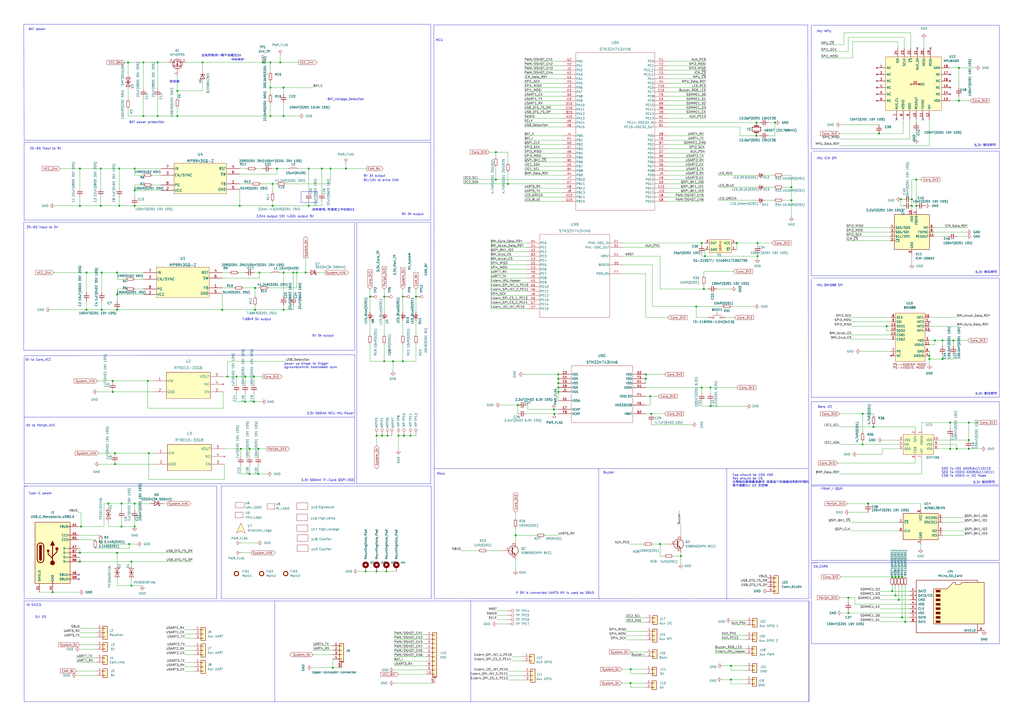
<source format=kicad_sch>
(kicad_sch (version 20230121) (generator eeschema)
  (paper "A2")
  (title_block (title "NxtPX4") (date "2023-03-03") (rev "V1.0。1") (company "HKUST Khalil"))
  (lib_symbols
    (symbol "Connector:Micro_SD_Card" (pin_names (offset 1.016))
      (property "Reference" "J" (at -16.51 15.24 0))
      (property "Value" "Micro_SD_Card" (at 16.51 15.24 0))
      (symbol "Micro_SD_Card_1_1"
        (pin bidirectional line (at -22.86 7.62 0) (length 3.81) (name "DAT2") (number "1"))
        (pin bidirectional line (at -22.86 5.08 0) (length 3.81) (name "DAT3/CD") (number "2"))
        (pin input line (at -22.86 2.54 0) (length 3.81) (name "CMD") (number "3"))
        (pin power_in line (at -22.86 0 0) (length 3.81) (name "VDD") (number "4"))
        (pin input line (at -22.86 -2.54 0) (length 3.81) (name "CLK") (number "5"))
        (pin power_in line (at -22.86 -5.08 0) (length 3.81) (name "VSS") (number "6"))
        (pin bidirectional line (at -22.86 -7.62 0) (length 3.81) (name "DAT0") (number "7"))
        (pin bidirectional line (at -22.86 -10.16 0) (length 3.81) (name "DAT1") (number "8"))
        (pin passive line (at 20.32 -15.24 180) (length 3.81) (name "SHIELD") (number "9"))
      )
    )
    (symbol "Connector:TestPoint" (pin_numbers hide) (pin_names (offset 0.762) hide)
      (property "Reference" "TP" (at 0 6.858 0))
      (property "Value" "TestPoint" (at 0 5.08 0))
      (symbol "TestPoint_1_1"
        (pin passive line (at 0 0 90) (length 2.54) (name "1") (number "1"))
      )
    )
    (symbol "Connector:USB_C_Receptacle_USB2.0" (pin_names (offset 1.016))
      (property "Reference" "J" (at -10.16 19.05 0))
      (property "Value" "USB_C_Receptacle_USB2.0" (at 19.05 19.05 0))
      (symbol "USB_C_Receptacle_USB2.0_1_1"
        (pin passive line (at 0 -22.86 90) (length 5.08) (name "GND") (number "A1"))
        (pin passive line (at 0 -22.86 90) (length 5.08) hide (name "GND") (number "A12"))
        (pin passive line (at 15.24 15.24 180) (length 5.08) (name "VBUS") (number "A4"))
        (pin bidirectional line (at 15.24 10.16 180) (length 5.08) (name "CC1") (number "A5"))
        (pin bidirectional line (at 15.24 -2.54 180) (length 5.08) (name "D+") (number "A6"))
        (pin bidirectional line (at 15.24 2.54 180) (length 5.08) (name "D-") (number "A7"))
        (pin bidirectional line (at 15.24 -12.7 180) (length 5.08) (name "SBU1") (number "A8"))
        (pin passive line (at 15.24 15.24 180) (length 5.08) hide (name "VBUS") (number "A9"))
        (pin passive line (at 0 -22.86 90) (length 5.08) hide (name "GND") (number "B1"))
        (pin passive line (at 0 -22.86 90) (length 5.08) hide (name "GND") (number "B12"))
        (pin passive line (at 15.24 15.24 180) (length 5.08) hide (name "VBUS") (number "B4"))
        (pin bidirectional line (at 15.24 7.62 180) (length 5.08) (name "CC2") (number "B5"))
        (pin bidirectional line (at 15.24 -5.08 180) (length 5.08) (name "D+") (number "B6"))
        (pin bidirectional line (at 15.24 0 180) (length 5.08) (name "D-") (number "B7"))
        (pin bidirectional line (at 15.24 -15.24 180) (length 5.08) (name "SBU2") (number "B8"))
        (pin passive line (at 15.24 15.24 180) (length 5.08) hide (name "VBUS") (number "B9"))
        (pin passive line (at -7.62 -22.86 90) (length 5.08) (name "SHIELD") (number "S1"))
      )
    )
    (symbol "Connector_Generic:Conn_01x02" (pin_names (offset 1.016) hide)
      (property "Reference" "J" (at 0 2.54 0))
      (property "Value" "Conn_01x02" (at 0 -5.08 0))
      (symbol "Conn_01x02_1_1"
        (pin passive line (at -5.08 0 0) (length 3.81) (name "Pin_1") (number "1"))
        (pin passive line (at -5.08 -2.54 0) (length 3.81) (name "Pin_2") (number "2"))
      )
    )
    (symbol "Connector_Generic:Conn_01x03" (pin_names (offset 1.016) hide)
      (property "Reference" "J" (at 0 5.08 0))
      (property "Value" "Conn_01x03" (at 0 -5.08 0))
      (symbol "Conn_01x03_1_1"
        (pin passive line (at -5.08 2.54 0) (length 3.81) (name "Pin_1") (number "1"))
        (pin passive line (at -5.08 0 0) (length 3.81) (name "Pin_2") (number "2"))
        (pin passive line (at -5.08 -2.54 0) (length 3.81) (name "Pin_3") (number "3"))
      )
    )
    (symbol "Connector_Generic:Conn_01x04" (pin_names (offset 1.016) hide)
      (property "Reference" "J" (at 0 5.08 0))
      (property "Value" "Conn_01x04" (at 0 -7.62 0))
      (symbol "Conn_01x04_1_1"
        (pin passive line (at -5.08 2.54 0) (length 3.81) (name "Pin_1") (number "1"))
        (pin passive line (at -5.08 0 0) (length 3.81) (name "Pin_2") (number "2"))
        (pin passive line (at -5.08 -2.54 0) (length 3.81) (name "Pin_3") (number "3"))
        (pin passive line (at -5.08 -5.08 0) (length 3.81) (name "Pin_4") (number "4"))
      )
    )
    (symbol "Connector_Generic_MountingPin:Conn_01x04_MountingPin" (pin_names (offset 1.016) hide)
      (property "Reference" "J" (at 0 5.08 0))
      (property "Value" "Conn_01x04_MountingPin" (at 1.27 -7.62 0))
      (symbol "Conn_01x04_MountingPin_1_1"
        (text "Mounting" (at 0 -6.731 0) (effects (font (size 0.381 0.381))))
        (pin passive line (at -5.08 2.54 0) (length 3.81) (name "Pin_1") (number "1"))
        (pin passive line (at -5.08 0 0) (length 3.81) (name "Pin_2") (number "2"))
        (pin passive line (at -5.08 -2.54 0) (length 3.81) (name "Pin_3") (number "3"))
        (pin passive line (at -5.08 -5.08 0) (length 3.81) (name "Pin_4") (number "4"))
        (pin passive line (at 0 -10.16 90) (length 3.048) (name "MountPin") (number "MP"))
      )
    )
    (symbol "Connector_Generic_MountingPin:Conn_01x10_MountingPin" (pin_names (offset 1.016) hide)
      (property "Reference" "J" (at 0 12.7 0))
      (property "Value" "Conn_01x10_MountingPin" (at 1.27 -15.24 0))
      (symbol "Conn_01x10_MountingPin_1_1"
        (text "Mounting" (at 0 -14.351 0) (effects (font (size 0.381 0.381))))
        (pin passive line (at -5.08 10.16 0) (length 3.81) (name "Pin_1") (number "1"))
        (pin passive line (at -5.08 -12.7 0) (length 3.81) (name "Pin_10") (number "10"))
        (pin passive line (at -5.08 7.62 0) (length 3.81) (name "Pin_2") (number "2"))
        (pin passive line (at -5.08 5.08 0) (length 3.81) (name "Pin_3") (number "3"))
        (pin passive line (at -5.08 2.54 0) (length 3.81) (name "Pin_4") (number "4"))
        (pin passive line (at -5.08 0 0) (length 3.81) (name "Pin_5") (number "5"))
        (pin passive line (at -5.08 -2.54 0) (length 3.81) (name "Pin_6") (number "6"))
        (pin passive line (at -5.08 -5.08 0) (length 3.81) (name "Pin_7") (number "7"))
        (pin passive line (at -5.08 -7.62 0) (length 3.81) (name "Pin_8") (number "8"))
        (pin passive line (at -5.08 -10.16 0) (length 3.81) (name "Pin_9") (number "9"))
        (pin passive line (at 0 -17.78 90) (length 3.048) (name "MountPin") (number "MP"))
      )
    )
    (symbol "Device:C_Small" (pin_numbers hide) (pin_names (offset 0.254) hide)
      (property "Reference" "C" (at 0.254 1.778 0))
      (property "Value" "C_Small" (at 0.254 -2.032 0))
      (symbol "C_Small_1_1"
        (pin passive line (at 0 2.54 270) (length 2.032) (name "~") (number "1"))
        (pin passive line (at 0 -2.54 90) (length 2.032) (name "~") (number "2"))
      )
    )
    (symbol "Device:D_Schottky" (pin_numbers hide) (pin_names (offset 1.016) hide)
      (property "Reference" "D" (at 0 2.54 0))
      (property "Value" "D_Schottky" (at 0 -2.54 0))
      (symbol "D_Schottky_1_1"
        (pin passive line (at -3.81 0 0) (length 2.54) (name "K") (number "1"))
        (pin passive line (at 3.81 0 180) (length 2.54) (name "A") (number "2"))
      )
    )
    (symbol "Device:D_TVS" (pin_numbers hide) (pin_names (offset 1.016) hide)
      (property "Reference" "D" (at 0 2.54 0))
      (property "Value" "D_TVS" (at 0 -2.54 0))
      (symbol "D_TVS_1_1"
        (pin passive line (at -3.81 0 0) (length 2.54) (name "A1") (number "1"))
        (pin passive line (at 3.81 0 180) (length 2.54) (name "A2") (number "2"))
      )
    )
    (symbol "Device:D_Zener" (pin_numbers hide) (pin_names (offset 1.016) hide)
      (property "Reference" "D" (at 0 2.54 0))
      (property "Value" "D_Zener" (at 0 -2.54 0))
      (symbol "D_Zener_1_1"
        (pin passive line (at -3.81 0 0) (length 2.54) (name "K") (number "1"))
        (pin passive line (at 3.81 0 180) (length 2.54) (name "A") (number "2"))
      )
    )
    (symbol "Device:LED_Small" (pin_numbers hide) (pin_names (offset 0.254) hide)
      (property "Reference" "D" (at -1.27 3.175 0))
      (property "Value" "LED_Small" (at -4.445 -2.54 0))
      (symbol "LED_Small_1_1"
        (pin passive line (at -2.54 0 0) (length 1.778) (name "K") (number "1"))
        (pin passive line (at 2.54 0 180) (length 1.778) (name "A") (number "2"))
      )
    )
    (symbol "Device:L_Small" (pin_numbers hide) (pin_names (offset 0.254) hide)
      (property "Reference" "L" (at 0.762 1.016 0))
      (property "Value" "L_Small" (at 0.762 -1.016 0))
      (symbol "L_Small_1_1"
        (pin passive line (at 0 2.54 270) (length 0.508) (name "~") (number "1"))
        (pin passive line (at 0 -2.54 90) (length 0.508) (name "~") (number "2"))
      )
    )
    (symbol "Device:Q_NPN_BEC" (pin_names (offset 0) hide)
      (property "Reference" "Q" (at 5.08 1.27 0))
      (property "Value" "Q_NPN_BEC" (at 5.08 -1.27 0))
      (symbol "Q_NPN_BEC_1_1"
        (pin input line (at -5.08 0 0) (length 5.715) (name "B") (number "1"))
        (pin passive line (at 2.54 -5.08 90) (length 2.54) (name "E") (number "2"))
        (pin passive line (at 2.54 5.08 270) (length 2.54) (name "C") (number "3"))
      )
    )
    (symbol "Device:Q_PMOS_GSD" (pin_names (offset 0) hide)
      (property "Reference" "Q" (at 5.08 1.27 0))
      (property "Value" "Q_PMOS_GSD" (at 5.08 -1.27 0))
      (symbol "Q_PMOS_GSD_1_1"
        (pin input line (at -5.08 0 0) (length 2.54) (name "G") (number "1"))
        (pin passive line (at 2.54 -5.08 90) (length 2.54) (name "S") (number "2"))
        (pin passive line (at 2.54 5.08 270) (length 2.54) (name "D") (number "3"))
      )
    )
    (symbol "Device:R_Small" (pin_numbers hide) (pin_names (offset 0.254) hide)
      (property "Reference" "R" (at 0.762 0.508 0))
      (property "Value" "R_Small" (at 0.762 -1.016 0))
      (symbol "R_Small_1_1"
        (pin passive line (at 0 2.54 270) (length 0.762) (name "~") (number "1"))
        (pin passive line (at 0 -2.54 90) (length 0.762) (name "~") (number "2"))
      )
    )
    (symbol "Diode:ESD9B5.0ST5G" (pin_numbers hide) (pin_names (offset 1.016) hide)
      (property "Reference" "D" (at 0 2.54 0))
      (property "Value" "ESD9B5.0ST5G" (at 0 -2.54 0))
      (symbol "ESD9B5.0ST5G_1_1"
        (pin passive line (at -3.81 0 0) (length 2.54) (name "A1") (number "1"))
        (pin passive line (at 3.81 0 180) (length 2.54) (name "A2") (number "2"))
      )
    )
    (symbol "Mechanical:Fiducial"
      (property "Reference" "FID" (at 0 5.08 0))
      (property "Value" "Fiducial" (at 0 3.175 0))
    )
    (symbol "Mechanical:MountingHole_Pad" (pin_numbers hide) (pin_names (offset 1.016) hide)
      (property "Reference" "H" (at 0 6.35 0))
      (property "Value" "MountingHole_Pad" (at 0 4.445 0))
      (symbol "MountingHole_Pad_1_1"
        (pin input line (at 0 -2.54 90) (length 2.54) (name "1") (number "1"))
      )
    )
    (symbol "Memory_Flash:W25Q128JVS"
      (property "Reference" "U" (at -8.89 8.89 0))
      (property "Value" "W25Q128JVS" (at 7.62 8.89 0))
      (symbol "W25Q128JVS_1_1"
        (pin input line (at -12.7 2.54 0) (length 2.54) (name "~{CS}") (number "1"))
        (pin bidirectional line (at 12.7 2.54 180) (length 2.54) (name "DO(IO1)") (number "2"))
        (pin bidirectional line (at 12.7 -2.54 180) (length 2.54) (name "IO2") (number "3"))
        (pin power_in line (at 0 -10.16 90) (length 2.54) (name "GND") (number "4"))
        (pin bidirectional line (at 12.7 5.08 180) (length 2.54) (name "DI(IO0)") (number "5"))
        (pin input line (at -12.7 -2.54 0) (length 2.54) (name "CLK") (number "6"))
        (pin bidirectional line (at 12.7 -5.08 180) (length 2.54) (name "IO3") (number "7"))
        (pin power_in line (at 0 10.16 270) (length 2.54) (name "VCC") (number "8"))
      )
    )
    (symbol "NxtPX4_Symbol:BMI088"
      (property "Reference" "U" (at -0.635 0 0))
      (property "Value" "BMI088" (at -0.635 15.875 0))
      (symbol "BMI088_0_0"
        (text "PS->GND:SPI MODE" (at -0.635 -16.51 0) (effects (font (size 1.27 1.27))))
        (text "PS->VDD:IIC MODE" (at -1.016 -18.288 0) (effects (font (size 1.27 1.27))))
      )
      (symbol "BMI088_1_1"
        (pin output line (at 10.795 8.255 180) (length 2.54) (name "INT2") (number "1"))
        (pin bidirectional line (at -11.43 3.175 0) (length 2.54) (name "SDO2") (number "10"))
        (pin input line (at 10.795 -5.08 180) (length 2.54) (name "VDDIO") (number "11"))
        (pin output line (at 10.795 5.715 180) (length 2.54) (name "INT3") (number "12"))
        (pin output line (at 10.795 3.175 180) (length 2.54) (name "INT4") (number "13"))
        (pin input line (at -11.43 0.635 0) (length 2.54) (name "CSB1") (number "14"))
        (pin bidirectional line (at -11.43 5.715 0) (length 2.54) (name "SDO1") (number "15"))
        (pin output line (at 10.795 10.795 180) (length 2.54) (name "INT1") (number "16"))
        (pin no_connect line (at -11.43 -11.43 0) (length 2.54) (name "NC") (number "2"))
        (pin input line (at 10.795 -2.54 180) (length 2.54) (name "VDD") (number "3"))
        (pin input line (at 10.795 -11.43 180) (length 2.54) (name "GNDIO") (number "4"))
        (pin input line (at -11.43 -1.905 0) (length 2.54) (name "CSB2") (number "5"))
        (pin input line (at 10.795 -8.89 180) (length 2.54) (name "GND") (number "6"))
        (pin input line (at -11.43 -8.89 0) (length 2.54) (name "PS") (number "7"))
        (pin input line (at -11.43 10.795 0) (length 2.54) (name "SCK") (number "8"))
        (pin bidirectional line (at -11.43 8.255 0) (length 2.54) (name "SDI") (number "9"))
      )
    )
    (symbol "NxtPX4_Symbol:BMP388"
      (property "Reference" "U" (at -0.254 -2.286 0))
      (property "Value" "BMP388" (at -10.668 7.366 0))
      (symbol "BMP388_1_1"
        (pin input line (at 1.905 5.715 270) (length 2.54) (name "VDDIO") (number "1"))
        (pin input line (at 11.43 0 180) (length 2.54) (name "VDD") (number "10"))
        (pin input line (at -1.905 5.715 270) (length 2.54) (name "SCK") (number "2"))
        (pin input line (at -11.43 0 0) (length 2.54) (name "VSS") (number "3"))
        (pin bidirectional line (at -11.43 -2.54 0) (length 2.54) (name "SDI") (number "4"))
        (pin bidirectional line (at -11.43 -5.08 0) (length 2.54) (name "SDO") (number "5"))
        (pin input line (at -1.905 -10.795 90) (length 2.54) (name "CSB") (number "6"))
        (pin bidirectional line (at 1.905 -10.795 90) (length 2.54) (name "INT") (number "7"))
        (pin input line (at 11.43 -5.08 180) (length 2.54) (name "VSS") (number "8"))
        (pin input line (at 11.43 -2.54 180) (length 2.54) (name "VSS") (number "9"))
      )
    )
    (symbol "NxtPX4_Symbol:Caution_Logo"
      (property "Reference" "U" (at 0 0 0))
    )
    (symbol "NxtPX4_Symbol:Direction_Logo"
      (property "Reference" "U" (at 0 0 0))
      (property "Value" "Direction_Logo" (at 0 3.81 0))
    )
    (symbol "NxtPX4_Symbol:HKU_Logo"
      (property "Reference" "U" (at 0 0 0))
      (property "Value" "HKU_Logo" (at 0 0 0))
    )
    (symbol "NxtPX4_Symbol:High_Voltage_Logo"
      (property "Reference" "U" (at 0 0 0))
    )
    (symbol "NxtPX4_Symbol:High_temperature_Logo"
      (property "Reference" "U" (at 0 0 0))
    )
    (symbol "NxtPX4_Symbol:LSE-Oscillator" (pin_numbers hide) (pin_names (offset 1.016) hide)
      (property "Reference" "Y?" (at -3.3274 -1.1684 90))
      (property "Value" "LSE-Oscillator" (at 10.16 -5.08 0))
      (symbol "LSE-Oscillator_1_1"
        (pin passive line (at -3.81 0 0) (length 1.27) (name "1") (number "1"))
        (pin passive line (at 3.81 0 180) (length 1.27) (name "2") (number "2"))
      )
    )
    (symbol "NxtPX4_Symbol:MP9943GQ-Z" (pin_names (offset 0.254))
      (property "Reference" "U" (at 22.86 10.16 0))
      (property "Value" "MP9943GQ-Z" (at 22.86 7.62 0))
      (property "Datasheet" "https://www.monolithicpower.cn/cn/documentview/productdocument/index/version/2/document_type/Datasheet/lang/en/sku/MP9943GQ-Z/document_id/865/" (at 1.27 12.7 0))
      (symbol "MP9943GQ-Z_1_1"
        (pin output line (at 45.72 -6.985 180) (length 7.62) (name "FB") (number "1"))
        (pin power_out line (at 0 -10.795 0) (length 7.62) (name "VCC") (number "2"))
        (pin input line (at 0 -1.905 0) (length 7.62) (name "EN/SYNC") (number "3"))
        (pin input line (at 45.72 1.905 180) (length 7.62) (name "BST") (number "4"))
        (pin power_in line (at 45.72 -10.16 180) (length 7.62) (name "GND") (number "5"))
        (pin output line (at 45.72 -1.27 180) (length 7.62) (name "SW") (number "6"))
        (pin input line (at 0 1.905 0) (length 7.62) (name "IN") (number "7"))
        (pin output line (at 0 -7.62 0) (length 7.62) (name "PG") (number "8"))
      )
    )
    (symbol "NxtPX4_Symbol:MPU6500"
      (property "Reference" "U" (at -10.795 21.59 0))
      (property "Value" "MPU6500" (at -0.635 4.445 0))
      (property "Footprint" "Package_DFN_QFN:QFN-24-1EP_3x3mm_P0.4mm_EP1.75x1.6mm" (at -5.08 26.67 0))
      (symbol "MPU6500_1_1"
        (pin no_connect line (at -21.59 9.525 0) (length 5.08) (name "NC") (number "1"))
        (pin input line (at 1.27 -20.32 90) (length 5.08) (name "REGOUT") (number "10"))
        (pin input line (at 5.08 -20.32 90) (length 5.08) (name "FSYNC") (number "11"))
        (pin output line (at 8.89 -20.32 90) (length 5.08) (name "INT") (number "12"))
        (pin input line (at 20.955 -9.525 180) (length 5.08) (name "VDD") (number "13"))
        (pin no_connect line (at 20.955 -5.715 180) (length 5.08) (name "NC") (number "14"))
        (pin no_connect line (at 20.955 -1.905 180) (length 5.08) (name "NC") (number "15"))
        (pin no_connect line (at 20.955 1.905 180) (length 5.08) (name "NC") (number "16"))
        (pin no_connect line (at 20.955 5.715 180) (length 5.08) (name "NC") (number "17"))
        (pin input line (at 20.955 9.525 180) (length 5.08) (name "GND") (number "18"))
        (pin input line (at 9.525 20.955 270) (length 5.08) (name "RESV") (number "19"))
        (pin no_connect line (at -21.59 5.715 0) (length 5.08) (name "NC") (number "2"))
        (pin input line (at 5.715 20.955 270) (length 5.08) (name "RESV") (number "20"))
        (pin input line (at 1.905 20.955 270) (length 5.08) (name "AUX_DA") (number "21"))
        (pin input line (at -1.905 20.955 270) (length 5.08) (name "~{CS}") (number "22"))
        (pin input line (at -5.715 20.955 270) (length 5.08) (name "SCLK") (number "23"))
        (pin input line (at -9.525 20.955 270) (length 5.08) (name "SDI") (number "24"))
        (pin no_connect non_logic (at -1.905 0 0) (length 5.08) (name "NC") (number "25"))
        (pin no_connect line (at -21.59 1.905 0) (length 5.08) (name "NC") (number "3"))
        (pin no_connect line (at -21.59 -1.905 0) (length 5.08) (name "NC") (number "4"))
        (pin no_connect line (at -21.59 -5.715 0) (length 5.08) (name "NC") (number "5"))
        (pin no_connect line (at -21.59 -9.525 0) (length 5.08) (name "NC") (number "6"))
        (pin input line (at -10.16 -20.32 90) (length 5.08) (name "AUX_CL") (number "7"))
        (pin input line (at -6.35 -20.32 90) (length 5.08) (name "VDDIO") (number "8"))
        (pin output line (at -2.54 -20.32 90) (length 5.08) (name "SDO") (number "9"))
      )
    )
    (symbol "NxtPX4_Symbol:RI_LOGO"
      (property "Reference" "U" (at 0 0 0))
      (property "Value" "RI_LOGO" (at 0 0 0))
    )
    (symbol "NxtPX4_Symbol:RT9013-33GB" (pin_names (offset 0.254))
      (property "Reference" "U" (at 20.32 10.16 0))
      (property "Value" "RT9013-33GB" (at 20.32 7.62 0))
      (symbol "RT9013-33GB_1_1"
        (pin power_in line (at 0 0 0) (length 7.62) (name "VIN") (number "1"))
        (pin power_in line (at 0 -6.35 0) (length 7.62) (name "GND") (number "2"))
        (pin input line (at 40.64 -6.35 180) (length 7.62) (name "EN") (number "3"))
        (pin no_connect line (at 40.64 -1.905 180) (length 7.62) (name "NC") (number "4"))
        (pin power_out line (at 40.64 2.54 180) (length 7.62) (name "VOUT") (number "5"))
      )
    )
    (symbol "NxtPX4_Symbol:SG-210STF"
      (property "Reference" "Y?" (at 0 0 0))
      (property "Value" "SG-210STF" (at 0.508 5.842 0))
      (symbol "SG-210STF_0_0"
        (text "16MHz" (at 0 0 900) (effects (font (size 1.27 1.27))))
      )
      (symbol "SG-210STF_1_1"
        (pin input line (at -8.89 -1.905 0) (length 2.54) (name "~{ST}") (number "1"))
        (pin input line (at 8.89 -1.905 180) (length 2.54) (name "GND") (number "2"))
        (pin input line (at 8.89 1.905 180) (length 2.54) (name "OUT") (number "3"))
        (pin input line (at -8.89 1.905 0) (length 2.54) (name "VCC") (number "4"))
      )
    )
    (symbol "NxtPX4_Symbol:STM32H743VIH6" (pin_names (offset 0.254))
      (property "Reference" "U" (at 30.48 10.16 0))
      (property "Value" "STM32H743VIH6" (at 30.48 7.62 0))
      (symbol "STM32H743VIH6_1_1"
        (pin bidirectional line (at 60.96 -35.56 180) (length 7.62) (name "PC14-OSC32_IN") (number "A1"))
        (pin bidirectional line (at 0 -33.02 0) (length 7.62) (name "PA13") (number "A10"))
        (pin bidirectional line (at 60.96 -33.02 180) (length 7.62) (name "PC13") (number "A2"))
        (pin bidirectional line (at 0 -66.04 0) (length 7.62) (name "PB9") (number "A4"))
        (pin bidirectional line (at 0 -60.96 0) (length 7.62) (name "PB7") (number "A5"))
        (pin bidirectional line (at 0 -53.34 0) (length 7.62) (name "PB4") (number "A6"))
        (pin bidirectional line (at 0 -50.8 0) (length 7.62) (name "PB3") (number "A7"))
        (pin bidirectional line (at 0 -38.1 0) (length 7.62) (name "PA15") (number "A8"))
        (pin bidirectional line (at 0 -35.56 0) (length 7.62) (name "PA14") (number "A9"))
        (pin bidirectional line (at 60.96 -38.1 180) (length 7.62) (name "PC15-OSC32_OUT") (number "B1"))
        (pin bidirectional line (at 0 -30.48 0) (length 7.62) (name "PA12") (number "B10"))
        (pin bidirectional line (at 0 -63.5 0) (length 7.62) (name "PB8") (number "B4"))
        (pin bidirectional line (at 0 -58.42 0) (length 7.62) (name "PB6") (number "B5"))
        (pin bidirectional line (at 60.96 -55.88 180) (length 7.62) (name "PD5") (number "B6"))
        (pin bidirectional line (at 60.96 -48.26 180) (length 7.62) (name "PD2") (number "B7"))
        (pin bidirectional line (at 60.96 -27.94 180) (length 7.62) (name "PC11") (number "B8"))
        (pin bidirectional line (at 60.96 -25.4 180) (length 7.62) (name "PC10") (number "B9"))
        (pin bidirectional line (at 0 -27.94 0) (length 7.62) (name "PA11") (number "C10"))
        (pin bidirectional line (at 0 -55.88 0) (length 7.62) (name "PB5") (number "C5"))
        (pin bidirectional line (at 60.96 -58.42 180) (length 7.62) (name "PD6") (number "C6"))
        (pin bidirectional line (at 60.96 -50.8 180) (length 7.62) (name "PD3") (number "C7"))
        (pin bidirectional line (at 60.96 -30.48 180) (length 7.62) (name "PC12") (number "C8"))
        (pin bidirectional line (at 0 -22.86 0) (length 7.62) (name "PA9") (number "C9"))
        (pin bidirectional line (at 0 -25.4 0) (length 7.62) (name "PA10") (number "D10"))
        (pin bidirectional line (at 60.96 -60.96 180) (length 7.62) (name "PD7") (number "D6"))
        (pin bidirectional line (at 60.96 -53.34 180) (length 7.62) (name "PD4") (number "D7"))
        (pin bidirectional line (at 60.96 -43.18 180) (length 7.62) (name "PD0") (number "D8"))
        (pin bidirectional line (at 0 -20.32 0) (length 7.62) (name "PA8") (number "D9"))
        (pin bidirectional line (at 60.96 -17.78 180) (length 7.62) (name "PC7") (number "E10"))
        (pin bidirectional line (at 60.96 -5.08 180) (length 7.62) (name "PC2_C") (number "E2"))
        (pin bidirectional line (at 60.96 -45.72 180) (length 7.62) (name "PD1") (number "E8"))
        (pin bidirectional line (at 60.96 -22.86 180) (length 7.62) (name "PC9") (number "E9"))
        (pin bidirectional line (at 60.96 0 180) (length 7.62) (name "PC0") (number "F1"))
        (pin bidirectional line (at 60.96 -15.24 180) (length 7.62) (name "PC6") (number "F10"))
        (pin bidirectional line (at 60.96 -2.54 180) (length 7.62) (name "PC1") (number "F2"))
        (pin bidirectional line (at 60.96 -7.62 180) (length 7.62) (name "PC3_C") (number "F3"))
        (pin bidirectional line (at 60.96 -20.32 180) (length 7.62) (name "PC8") (number "F9"))
        (pin bidirectional line (at 0 -81.28 0) (length 7.62) (name "PB15") (number "G10"))
        (pin bidirectional line (at 0 0 0) (length 7.62) (name "PA0") (number "G2"))
        (pin bidirectional line (at 0 -10.16 0) (length 7.62) (name "PA4") (number "G3"))
        (pin bidirectional line (at 60.96 -10.16 180) (length 7.62) (name "PC4") (number "G4"))
        (pin bidirectional line (at 0 -48.26 0) (length 7.62) (name "PB2") (number "G5"))
        (pin bidirectional line (at 60.96 -81.28 180) (length 7.62) (name "PD15") (number "G8"))
        (pin bidirectional line (at 60.96 -71.12 180) (length 7.62) (name "PD11") (number "G9"))
        (pin bidirectional line (at 0 -78.74 0) (length 7.62) (name "PB14") (number "H10"))
        (pin bidirectional line (at 0 -2.54 0) (length 7.62) (name "PA1") (number "H2"))
        (pin bidirectional line (at 0 -12.7 0) (length 7.62) (name "PA5") (number "H3"))
        (pin bidirectional line (at 60.96 -12.7 180) (length 7.62) (name "PC5") (number "H4"))
        (pin bidirectional line (at 60.96 -78.74 180) (length 7.62) (name "PD14") (number "H8"))
        (pin bidirectional line (at 60.96 -68.58 180) (length 7.62) (name "PD10") (number "H9"))
        (pin bidirectional line (at 60.96 -76.2 180) (length 7.62) (name "PD13") (number "J10"))
        (pin bidirectional line (at 0 -5.08 0) (length 7.62) (name "PA2") (number "J2"))
        (pin bidirectional line (at 0 -15.24 0) (length 7.62) (name "PA6") (number "J3"))
        (pin bidirectional line (at 0 -43.18 0) (length 7.62) (name "PB0") (number "J4"))
        (pin bidirectional line (at 0 -68.58 0) (length 7.62) (name "PB10") (number "J7"))
        (pin bidirectional line (at 0 -76.2 0) (length 7.62) (name "PB13") (number "J8"))
        (pin bidirectional line (at 60.96 -66.04 180) (length 7.62) (name "PD9") (number "J9"))
        (pin bidirectional line (at 60.96 -73.66 180) (length 7.62) (name "PD12") (number "K10"))
        (pin bidirectional line (at 0 -7.62 0) (length 7.62) (name "PA3") (number "K2"))
        (pin bidirectional line (at 0 -17.78 0) (length 7.62) (name "PA7") (number "K3"))
        (pin bidirectional line (at 0 -45.72 0) (length 7.62) (name "PB1") (number "K4"))
        (pin bidirectional line (at 0 -71.12 0) (length 7.62) (name "PB11") (number "K7"))
        (pin bidirectional line (at 0 -73.66 0) (length 7.62) (name "PB12") (number "K8"))
        (pin bidirectional line (at 60.96 -63.5 180) (length 7.62) (name "PD8") (number "K9"))
      )
      (symbol "STM32H743VIH6_2_1"
        (pin bidirectional line (at 0 -5.08 0) (length 7.62) (name "PE2") (number "A3"))
        (pin bidirectional line (at 0 -7.62 0) (length 7.62) (name "PE3") (number "B3"))
        (pin bidirectional line (at 55.88 0 180) (length 7.62) (name "PH0-OSC_IN") (number "C1"))
        (pin bidirectional line (at 0 -10.16 0) (length 7.62) (name "PE4") (number "C3"))
        (pin bidirectional line (at 0 -2.54 0) (length 7.62) (name "PE1") (number "C4"))
        (pin bidirectional line (at 55.88 -2.54 180) (length 7.62) (name "PH1-OSC_OUT") (number "D1"))
        (pin bidirectional line (at 0 -12.7 0) (length 7.62) (name "PE5") (number "D3"))
        (pin bidirectional line (at 0 0 0) (length 7.62) (name "PE0") (number "D4"))
        (pin input line (at 55.88 -12.7 180) (length 7.62) (name "BOOT0") (number "D5"))
        (pin bidirectional line (at 55.88 -7.62 180) (length 7.62) (name "NRST") (number "E1"))
        (pin bidirectional line (at 0 -15.24 0) (length 7.62) (name "PE6") (number "E3"))
        (pin bidirectional line (at 55.88 -17.78 180) (length 7.62) (name "PDR_ON") (number "F7"))
        (pin bidirectional line (at 0 -25.4 0) (length 7.62) (name "PE10") (number "G6"))
        (pin bidirectional line (at 0 -35.56 0) (length 7.62) (name "PE14") (number "G7"))
        (pin bidirectional line (at 0 -17.78 0) (length 7.62) (name "PE7") (number "H5"))
        (pin bidirectional line (at 0 -27.94 0) (length 7.62) (name "PE11") (number "H6"))
        (pin bidirectional line (at 0 -38.1 0) (length 7.62) (name "PE15") (number "H7"))
        (pin bidirectional line (at 0 -20.32 0) (length 7.62) (name "PE8") (number "J5"))
        (pin bidirectional line (at 0 -30.48 0) (length 7.62) (name "PE12") (number "J6"))
        (pin bidirectional line (at 0 -22.86 0) (length 7.62) (name "PE9") (number "K5"))
        (pin bidirectional line (at 0 -33.02 0) (length 7.62) (name "PE13") (number "K6"))
      )
      (symbol "STM32H743VIH6_3_1"
        (pin power_in line (at 50.8 -22.86 180) (length 7.62) (name "VBAT") (number "B2"))
        (pin power_in line (at 0 0 0) (length 7.62) (name "VSS") (number "C2"))
        (pin power_in line (at 50.8 0 180) (length 7.62) (name "VDD") (number "D2"))
        (pin power_in line (at 0 -2.54 0) (length 7.62) (name "VSS") (number "E4"))
        (pin power_in line (at 0 -5.08 0) (length 7.62) (name "VSS") (number "E5"))
        (pin power_in line (at 0 -7.62 0) (length 7.62) (name "VSS") (number "E6"))
        (pin power_in line (at 0 -20.32 0) (length 7.62) (name "VCAP") (number "E7"))
        (pin power_in line (at 50.8 -12.7 180) (length 7.62) (name "VDDLDO") (number "F4"))
        (pin power_in line (at 50.8 -2.54 180) (length 7.62) (name "VDD") (number "F5"))
        (pin power_in line (at 50.8 -17.78 180) (length 7.62) (name "VDD33USB") (number "F6"))
        (pin power_in line (at 0 -22.86 0) (length 7.62) (name "VCAP") (number "F8"))
        (pin power_in line (at 0 -15.24 0) (length 7.62) (name "VSSA") (number "G1"))
        (pin power_in line (at 50.8 -7.62 180) (length 7.62) (name "VDDA") (number "H1"))
        (pin power_in line (at 0 -10.16 0) (length 7.62) (name "VSS") (number "J1"))
        (pin power_in line (at 50.8 -5.08 180) (length 7.62) (name "VDD") (number "K1"))
      )
    )
    (symbol "NxtPX4_Symbol:Signature"
      (property "Reference" "U" (at 0 0 0))
    )
    (symbol "NxtPX4_Symbol:UAV_LOGO"
      (property "Reference" "U" (at 0 0 0))
      (property "Value" "UAV_LOGO" (at 0 -2.54 0))
    )
    (symbol "Sensor_Motion:ICM-20602"
      (property "Reference" "U" (at -10.16 11.43 0))
      (property "Value" "ICM-20602" (at 10.16 11.43 0))
      (symbol "ICM-20602_1_1"
        (pin power_in line (at 2.54 12.7 270) (length 2.54) (name "VDDIO") (number "1"))
        (pin passive line (at 0 -12.7 90) (length 2.54) hide (name "GND") (number "10"))
        (pin passive line (at 0 -12.7 90) (length 2.54) hide (name "GND") (number "11"))
        (pin passive line (at 0 -12.7 90) (length 2.54) hide (name "GND") (number "12"))
        (pin passive line (at 0 -12.7 90) (length 2.54) hide (name "GND") (number "13"))
        (pin passive line (at 12.7 -2.54 180) (length 2.54) (name "REGOUT") (number "14"))
        (pin passive line (at 0 -12.7 90) (length 2.54) hide (name "GND") (number "15"))
        (pin power_in line (at 0 12.7 270) (length 2.54) (name "VDD") (number "16"))
        (pin input line (at -12.7 -2.54 0) (length 2.54) (name "SCL/SPC") (number "2"))
        (pin bidirectional line (at -12.7 0 0) (length 2.54) (name "SDA/SDI") (number "3"))
        (pin bidirectional line (at -12.7 2.54 0) (length 2.54) (name "SAO/SD0") (number "4"))
        (pin input line (at -12.7 -5.08 0) (length 2.54) (name "~{CS}") (number "5"))
        (pin output line (at 12.7 2.54 180) (length 2.54) (name "INT") (number "6"))
        (pin no_connect line (at -10.16 5.08 0) (length 2.54) hide (name "RESV") (number "7"))
        (pin input line (at 12.7 0 180) (length 2.54) (name "FSYNC") (number "8"))
        (pin power_in line (at 0 -12.7 90) (length 2.54) (name "GND") (number "9"))
      )
    )
    (symbol "Switch:SW_Push" (pin_numbers hide) (pin_names (offset 1.016) hide)
      (property "Reference" "SW" (at 1.27 2.54 0))
      (property "Value" "SW_Push" (at 0 -1.524 0))
      (symbol "SW_Push_0_1"
        (pin passive line (at -5.08 0 0) (length 2.54) (name "1") (number "1"))
        (pin passive line (at 5.08 0 180) (length 2.54) (name "2") (number "2"))
      )
    )
    (symbol "power:GND" (power) (pin_names (offset 0))
      (property "Value" "GND" (at 0 -3.81 0))
      (symbol "GND_1_1"
        (pin power_in line (at 0 0 270) (length 0) hide (name "GND") (number "1"))
      )
    )
    (symbol "power:PWR_FLAG" (power) (pin_numbers hide) (pin_names (offset 0) hide)
      (property "Value" "PWR_FLAG" (at 0 3.81 0))
      (symbol "PWR_FLAG_0_0"
        (pin power_out line (at 0 0 90) (length 0) (name "pwr") (number "1"))
      )
    )
  )
  (junction (at 514.35 189.23))
  (junction (at 500.38 257.81))
  (junction (at 102.87 52.705))
  (junction (at 528.955 119.38))
  (junction (at 459.105 116.205))
  (junction (at 449.58 71.12))
  (junction (at 241.3 172.085))
  (junction (at 83.185 36.195))
  (junction (at 147.32 218.44))
  (junction (at 407.035 140.97))
  (junction (at 234.315 252.73))
  (junction (at 509.905 77.47))
  (junction (at 503.555 292.1))
  (junction (at 528.955 115.57))
  (junction (at 365.76 396.24))
  (junction (at 546.735 197.485))
  (junction (at 78.105 97.79))
  (junction (at 214.63 172.085))
  (junction (at 321.31 237.49))
  (junction (at 102.87 67.31))
  (junction (at 224.155 331.47))
  (junction (at 221.615 252.73))
  (junction (at 438.785 78.74))
  (junction (at 424.053 386.207))
  (junction (at 377.825 240.03))
  (junction (at 287.655 88.265))
  (junction (at 517.525 342.9))
  (junction (at 521.335 334.645))
  (junction (at 162.56 36.195))
  (junction (at 150.495 158.115))
  (junction (at 46.99 305.435))
  (junction (at 170.18 158.115))
  (junction (at 523.24 334.645))
  (junction (at 158.115 119.38))
  (junction (at 147.955 179.705))
  (junction (at 519.43 334.645))
  (junction (at 554.99 260.35))
  (junction (at 160.655 97.79))
  (junction (at 186.69 97.79))
  (junction (at 459.105 108.585))
  (junction (at 227.965 209.55))
  (junction (at 323.85 222.25))
  (junction (at 423.926 394.208))
  (junction (at 91.44 36.195))
  (junction (at 408.305 167.64))
  (junction (at 74.295 36.195))
  (junction (at 218.44 252.73))
  (junction (at 147.32 233.045))
  (junction (at 164.465 67.31))
  (junction (at 556.26 39.37))
  (junction (at 172.085 158.115))
  (junction (at 59.055 179.705))
  (junction (at 137.16 218.44))
  (junction (at 531.495 104.14))
  (junction (at 144.78 274.955))
  (junction (at 78.105 305.435))
  (junction (at 65.405 227.33))
  (junction (at 407.035 224.79))
  (junction (at 164.465 158.115))
  (junction (at 83.185 67.31))
  (junction (at 70.485 305.435))
  (junction (at 321.564 240.03))
  (junction (at 85.725 220.98))
  (junction (at 238.125 252.73))
  (junction (at 50.165 179.705))
  (junction (at 408.94 148.59))
  (junction (at 164.465 179.705))
  (junction (at 67.945 170.815))
  (junction (at 500.38 240.03))
  (junction (at 403.86 177.8))
  (junction (at 492.125 355.6))
  (junction (at 299.085 310.515))
  (junction (at 139.065 119.38))
  (junction (at 177.292 158.115))
  (junction (at 539.115 206.375))
  (junction (at 131.953 218.44))
  (junction (at 224.79 252.73))
  (junction (at 531.495 119.38))
  (junction (at 117.475 36.195))
  (junction (at 66.675 262.89))
  (junction (at 78.105 292.1))
  (junction (at 46.355 325.755))
  (junction (at 69.215 97.79))
  (junction (at 323.85 224.79))
  (junction (at 149.86 260.35))
  (junction (at 561.975 245.11))
  (junction (at 58.42 97.79))
  (junction (at 46.355 119.38))
  (junction (at 179.07 119.38))
  (junction (at 233.68 209.55))
  (junction (at 86.36 262.89))
  (junction (at 233.68 172.085))
  (junction (at 70.485 292.1))
  (junction (at 412.115 235.585))
  (junction (at 492.125 346.71))
  (junction (at 30.48 343.535))
  (junction (at 222.885 172.085))
  (junction (at 76.2 325.755))
  (junction (at 365.887 388.239))
  (junction (at 556.26 58.42))
  (junction (at 519.43 345.44))
  (junction (at 193.04 387.35))
  (junction (at 525.145 360.68))
  (junction (at 521.335 347.98))
  (junction (at 149.86 274.955))
  (junction (at 46.355 97.79))
  (junction (at 561.975 260.35))
  (junction (at 374.65 217.17))
  (junction (at 78.105 110.49))
  (junction (at 539.115 208.28))
  (junction (at 231.14 252.73))
  (junction (at 50.165 158.115))
  (junction (at 67.945 179.705))
  (junction (at 142.24 218.44))
  (junction (at 74.93 315.595))
  (junction (at 179.07 97.79))
  (junction (at 294.64 106.68))
  (junction (at 212.09 331.47))
  (junction (at 323.85 217.17))
  (junction (at 67.945 158.115))
  (junction (at 200.66 97.79))
  (junction (at 394.97 322.58))
  (junction (at 218.44 331.47))
  (junction (at 46.355 320.675))
  (junction (at 164.465 50.8))
  (junction (at 142.24 233.045))
  (junction (at 323.85 219.71))
  (junction (at 66.675 269.24))
  (junction (at 158.115 106.68))
  (junction (at 506.73 247.65))
  (junction (at 139.7 260.35))
  (junction (at 128.905 179.705))
  (junction (at 553.085 197.485))
  (junction (at 551.18 260.35))
  (junction (at 561.975 255.27))
  (junction (at 156.845 67.31))
  (junction (at 323.85 227.33))
  (junction (at 147.955 167.005))
  (junction (at 91.44 67.31))
  (junction (at 76.2 339.725))
  (junction (at 156.845 50.8))
  (junction (at 517.525 334.645))
  (junction (at 222.885 209.55))
  (junction (at 377.19 229.87))
  (junction (at 382.905 315.595))
  (junction (at 542.29 197.485))
  (junction (at 144.78 260.35))
  (junction (at 427.355 140.97))
  (junction (at 439.42 148.59))
  (junction (at 156.845 36.195))
  (junction (at 439.42 140.97))
  (junction (at 546.735 208.28))
  (junction (at 300.355 234.95))
  (junction (at 152.4 36.195))
  (junction (at 67.945 320.675))
  (junction (at 522.605 115.57))
  (junction (at 374.65 219.71))
  (junction (at 287.655 104.14))
  (junction (at 523.24 358.14))
  (junction (at 58.42 119.38))
  (junction (at 65.405 220.98))
  (junction (at 62.865 292.1))
  (junction (at 551.18 245.11))
  (junction (at 69.215 119.38))
  (junction (at 59.055 158.115))
  (junction (at 412.115 224.79))
  (junction (at 191.77 97.79))
  (junction (at 78.105 119.38))
  (junction (at 438.785 71.12))
  (no_connect (at 539.115 186.69))
  (no_connect (at 539.115 191.77))
  (no_connect (at 520.065 69.215))
  (no_connect (at 532.13 27.94))
  (no_connect (at 539.75 27.94))
  (no_connect (at 45.72 335.915))
  (no_connect (at 45.72 333.375))
  (no_connect (at 535.305 69.215))
  (wire (pts (xy 65.405 227.33) (xy 88.9 227.33)))
  (wire (pts (xy 162.56 31.75) (xy 162.56 36.195)))
  (wire (pts (xy 542.29 197.485) (xy 546.735 197.485)))
  (wire (pts (xy 238.125 252.73) (xy 241.3 252.73)))
  (wire (pts (xy 521.335 307.975) (xy 493.395 307.975)))
  (wire (pts (xy 139.065 109.855) (xy 139.065 119.38)))
  (wire (pts (xy 228.6 375.92) (xy 247.015 375.92)))
  (wire (pts (xy 128.905 170.18) (xy 128.905 179.705)))
  (wire (pts (xy 412.115 235.585) (xy 407.035 235.585)))
  (wire (pts (xy 160.655 100.965) (xy 139.065 100.965)))
  (wire (pts (xy 70.485 292.1) (xy 78.105 292.1)))
  (polyline (pts (xy 470.535 230.505) (xy 579.755 230.505)))
  (wire (pts (xy 374.65 219.71) (xy 374.65 222.25)))
  (polyline (pts (xy 471.17 87.63) (xy 579.755 87.63)))
  (polyline (pts (xy 579.755 230.505) (xy 579.755 161.29)))
  (wire (pts (xy 164.465 50.8) (xy 164.465 54.61)))
  (polyline (pts (xy 128.27 281.94) (xy 128.27 347.345)))
  (wire (pts (xy 506.73 247.65) (xy 530.86 247.65)))
  (wire (pts (xy 360.807 388.239) (xy 365.887 388.239)))
  (wire (pts (xy 224.79 252.73) (xy 227.33 252.73)))
  (wire (pts (xy 524.51 21.59) (xy 524.51 27.94)))
  (wire (pts (xy 287.655 96.52) (xy 287.655 104.14)))
  (wire (pts (xy 160.655 97.79) (xy 167.64 97.79)))
  (polyline (pts (xy 205.74 203.2) (xy 13.843 203.2)))
  (wire (pts (xy 424.053 388.747) (xy 432.689 388.747)))
  (wire (pts (xy 207.645 331.47) (xy 212.09 331.47)))
  (wire (pts (xy 45.72 318.135) (xy 46.355 318.135)))
  (polyline (pts (xy 470.535 326.39) (xy 474.345 326.39)))
  (wire (pts (xy 553.085 205.74) (xy 553.085 208.28)))
  (wire (pts (xy 554.99 260.35) (xy 551.18 260.35)))
  (wire (pts (xy 299.085 306.07) (xy 299.085 310.515)))
  (wire (pts (xy 412.115 224.79) (xy 427.355 224.79)))
  (wire (pts (xy 326.39 88.9) (xy 304.165 88.9)))
  (wire (pts (xy 300.355 234.95) (xy 300.355 240.03)))
  (polyline (pts (xy 469.265 348.615) (xy 469.265 407.035)))
  (wire (pts (xy 193.04 377.19) (xy 181.61 377.19)))
  (wire (pts (xy 519.43 339.725) (xy 519.43 345.44)))
  (wire (pts (xy 149.86 264.795) (xy 149.86 260.35)))
  (wire (pts (xy 326.39 66.04) (xy 304.165 66.04)))
  (wire (pts (xy 164.465 158.115) (xy 170.18 158.115)))
  (wire (pts (xy 506.73 246.38) (xy 506.73 247.65)))
  (wire (pts (xy 546.735 302.895) (xy 559.435 302.895)))
  (polyline (pts (xy 421.64 347.345) (xy 422.275 347.345)))
  (wire (pts (xy 67.945 320.675) (xy 111.76 320.675)))
  (wire (pts (xy 218.44 258.445) (xy 218.44 252.73)))
  (wire (pts (xy 139.7 264.795) (xy 139.7 260.35)))
  (wire (pts (xy 234.315 252.73) (xy 238.125 252.73)))
  (polyline (pts (xy 159.385 348.615) (xy 159.385 407.035)))
  (wire (pts (xy 212.09 331.47) (xy 218.44 331.47)))
  (wire (pts (xy 50.165 169.545) (xy 50.165 158.115)))
  (wire (pts (xy 151.13 106.68) (xy 158.115 106.68)))
  (wire (pts (xy 152.4 36.195) (xy 156.845 36.195)))
  (wire (pts (xy 365.887 388.239) (xy 374.523 388.239)))
  (wire (pts (xy 158.115 119.38) (xy 179.07 119.38)))
  (wire (pts (xy 487.045 257.81) (xy 500.38 257.81)))
  (wire (pts (xy 222.885 199.39) (xy 222.885 209.55)))
  (wire (pts (xy 172.72 97.79) (xy 179.07 97.79)))
  (wire (pts (xy 510.54 345.44) (xy 519.43 345.44)))
  (wire (pts (xy 492.125 355.6) (xy 527.685 355.6)))
  (wire (pts (xy 522.605 119.38) (xy 523.875 119.38)))
  (wire (pts (xy 517.525 342.9) (xy 527.685 342.9)))
  (wire (pts (xy 102.87 43.815) (xy 102.87 52.705)))
  (wire (pts (xy 221.615 252.73) (xy 224.79 252.73)))
  (wire (pts (xy 139.7 260.35) (xy 144.78 260.35)))
  (wire (pts (xy 445.77 71.12) (xy 449.58 71.12)))
  (wire (pts (xy 408.305 104.14) (xy 387.35 104.14)))
  (wire (pts (xy 438.785 71.12) (xy 440.69 71.12)))
  (polyline (pts (xy 470.535 233.045) (xy 579.755 233.045)))
  (wire (pts (xy 534.67 245.11) (xy 551.18 245.11)))
  (polyline (pts (xy 471.17 14.605) (xy 579.755 14.605)))
  (wire (pts (xy 31.115 158.115) (xy 50.165 158.115)))
  (wire (pts (xy 191.77 97.79) (xy 200.66 97.79)))
  (wire (pts (xy 158.115 119.38) (xy 139.065 119.38)))
  (wire (pts (xy 534.035 315.595) (xy 534.035 318.135)))
  (wire (pts (xy 439.42 147.32) (xy 439.42 148.59)))
  (wire (pts (xy 86.36 262.89) (xy 89.535 262.89)))
  (wire (pts (xy 67.945 161.925) (xy 67.945 158.115)))
  (wire (pts (xy 45.72 313.055) (xy 55.245 313.055)))
  (wire (pts (xy 553.085 197.485) (xy 561.34 197.485)))
  (wire (pts (xy 528.955 119.38) (xy 528.955 121.92)))
  (wire (pts (xy 170.18 179.705) (xy 170.18 177.165)))
  (wire (pts (xy 294.64 394.462) (xy 304.038 394.462)))
  (wire (pts (xy 147.32 233.045) (xy 151.765 233.045)))
  (wire (pts (xy 531.495 119.38) (xy 531.495 121.92)))
  (wire (pts (xy 287.655 88.265) (xy 283.845 88.265)))
  (wire (pts (xy 164.465 179.705) (xy 170.18 179.705)))
  (wire (pts (xy 62.865 302.26) (xy 62.865 305.435)))
  (wire (pts (xy 193.04 374.65) (xy 181.61 374.65)))
  (polyline (pts (xy 125.73 281.94) (xy 125.73 347.345)))
  (polyline (pts (xy 250.19 347.345) (xy 128.27 347.345)))
  (wire (pts (xy 326.39 99.06) (xy 304.165 99.06)))
  (wire (pts (xy 374.65 240.03) (xy 377.825 240.03)))
  (wire (pts (xy 186.69 119.38) (xy 186.69 116.84)))
  (polyline (pts (xy 470.535 86.36) (xy 579.755 86.36)))
  (wire (pts (xy 443.865 108.585) (xy 448.945 108.585)))
  (wire (pts (xy 228.6 373.38) (xy 247.015 373.38)))
  (wire (pts (xy 363.347 366.141) (xy 374.777 366.141)))
  (wire (pts (xy 299.085 310.515) (xy 311.15 310.515)))
  (wire (pts (xy 443.865 101.6) (xy 448.945 101.6)))
  (wire (pts (xy 304.165 114.3) (xy 326.39 114.3)))
  (wire (pts (xy 288.29 356.87) (xy 294.005 356.87)))
  (wire (pts (xy 142.24 218.44) (xy 147.32 218.44)))
  (wire (pts (xy 326.39 91.44) (xy 304.165 91.44)))
  (wire (pts (xy 107.061 365.252) (xy 112.776 365.252)))
  (wire (pts (xy 326.39 55.88) (xy 304.165 55.88)))
  (wire (pts (xy 424.18 362.458) (xy 432.816 362.458)))
  (wire (pts (xy 170.18 158.115) (xy 170.18 172.085)))
  (polyline (pts (xy 249.936 82.55) (xy 249.936 127.635)))
  (wire (pts (xy 544.195 257.81) (xy 554.99 257.81)))
  (wire (pts (xy 164.465 67.31) (xy 173.355 67.31)))
  (wire (pts (xy 85.725 220.98) (xy 88.9 220.98)))
  (wire (pts (xy 117.475 36.195) (xy 152.4 36.195)))
  (polyline (pts (xy 469.265 407.035) (xy 13.97 407.035)))
  (wire (pts (xy 408.305 111.76) (xy 387.35 111.76)))
  (polyline (pts (xy 249.936 127.635) (xy 13.97 127.635)))
  (wire (pts (xy 46.355 367.03) (xy 55.88 367.03)))
  (wire (pts (xy 144.78 260.35) (xy 149.86 260.35)))
  (wire (pts (xy 408.305 93.98) (xy 387.35 93.98)))
  (wire (pts (xy 326.39 81.28) (xy 304.165 81.28)))
  (wire (pts (xy 415.925 167.64) (xy 424.18 167.64)))
  (wire (pts (xy 241.3 167.64) (xy 241.3 172.085)))
  (wire (pts (xy 489.585 19.05) (xy 489.585 26.035)))
  (wire (pts (xy 83.185 107.315) (xy 78.105 107.315)))
  (wire (pts (xy 439.42 142.24) (xy 439.42 140.97)))
  (wire (pts (xy 490.855 132.08) (xy 516.255 132.08)))
  (wire (pts (xy 149.86 274.955) (xy 154.94 274.955)))
  (wire (pts (xy 387.35 38.1) (xy 409.575 38.1)))
  (wire (pts (xy 534.035 104.14) (xy 531.495 104.14)))
  (polyline (pts (xy 14.605 82.55) (xy 249.936 82.55)))
  (wire (pts (xy 321.564 240.03) (xy 323.85 240.03)))
  (wire (pts (xy 539.115 197.485) (xy 542.29 197.485)))
  (wire (pts (xy 62.865 305.435) (xy 70.485 305.435)))
  (wire (pts (xy 67.945 170.815) (xy 67.945 174.625)))
  (wire (pts (xy 290.195 234.95) (xy 300.355 234.95)))
  (wire (pts (xy 408.305 114.3) (xy 387.35 114.3)))
  (wire (pts (xy 416.56 108.585) (xy 438.785 108.585)))
  (polyline (pts (xy 184.15 117.475) (xy 174.625 117.475)))
  (wire (pts (xy 46.355 114.3) (xy 46.355 119.38)))
  (wire (pts (xy 418.592 368.427) (xy 432.689 368.427)))
  (wire (pts (xy 556.26 39.37) (xy 556.26 50.8)))
  (wire (pts (xy 492.125 354.33) (xy 492.125 355.6)))
  (wire (pts (xy 418.592 370.967) (xy 432.689 370.967)))
  (wire (pts (xy 78.105 107.315) (xy 78.105 110.49)))
  (wire (pts (xy 546.735 197.485) (xy 546.735 200.66)))
  (wire (pts (xy 374.65 224.79) (xy 407.035 224.79)))
  (wire (pts (xy 58.42 114.3) (xy 58.42 119.38)))
  (wire (pts (xy 323.85 219.71) (xy 323.85 222.25)))
  (wire (pts (xy 489.585 26.035) (xy 476.25 26.035)))
  (wire (pts (xy 490.855 134.62) (xy 516.255 134.62)))
  (wire (pts (xy 321.31 237.49) (xy 323.85 237.49)))
  (wire (pts (xy 284.48 173.99) (xy 305.435 173.99)))
  (wire (pts (xy 556.26 55.88) (xy 556.26 58.42)))
  (wire (pts (xy 46.355 369.57) (xy 55.88 369.57)))
  (wire (pts (xy 284.48 179.07) (xy 305.435 179.07)))
  (wire (pts (xy 443.865 116.205) (xy 448.945 116.205)))
  (wire (pts (xy 129.54 218.44) (xy 131.953 218.44)))
  (wire (pts (xy 361.315 153.67) (xy 378.46 153.67)))
  (wire (pts (xy 326.39 109.22) (xy 304.165 109.22)))
  (wire (pts (xy 214.63 186.055) (xy 214.63 194.31)))
  (wire (pts (xy 374.65 217.17) (xy 385.445 217.17)))
  (wire (pts (xy 69.215 119.38) (xy 78.105 119.38)))
  (wire (pts (xy 241.3 199.39) (xy 241.3 209.55)))
  (wire (pts (xy 361.315 143.51) (xy 382.905 143.51)))
  (wire (pts (xy 288.29 359.41) (xy 294.005 359.41)))
  (wire (pts (xy 58.42 97.79) (xy 69.215 97.79)))
  (wire (pts (xy 142.24 222.885) (xy 142.24 218.44)))
  (wire (pts (xy 74.93 315.595) (xy 79.375 315.595)))
  (wire (pts (xy 551.18 248.285) (xy 551.18 245.11)))
  (wire (pts (xy 525.145 360.68) (xy 527.685 360.68)))
  (wire (pts (xy 494.665 24.13) (xy 494.665 33.655)))
  (wire (pts (xy 418.973 386.207) (xy 424.053 386.207)))
  (wire (pts (xy 131.953 209.677) (xy 131.953 218.44)))
  (wire (pts (xy 528.955 147.32) (xy 528.955 153.035)))
  (wire (pts (xy 224.155 331.47) (xy 229.87 331.47)))
  (wire (pts (xy 387.35 48.26) (xy 409.575 48.26)))
  (wire (pts (xy 78.105 161.925) (xy 83.185 161.925)))
  (wire (pts (xy 510.54 360.68) (xy 525.145 360.68)))
  (wire (pts (xy 521.335 347.98) (xy 527.685 347.98)))
  (wire (pts (xy 73.025 161.925) (xy 67.945 161.925)))
  (wire (pts (xy 284.48 146.05) (xy 305.435 146.05)))
  (polyline (pts (xy 470.535 161.925) (xy 470.535 230.505)))
  (wire (pts (xy 139.065 106.68) (xy 146.05 106.68)))
  (wire (pts (xy 137.16 218.44) (xy 142.24 218.44)))
  (wire (pts (xy 326.39 53.34) (xy 304.165 53.34)))
  (polyline (pts (xy 184.15 111.125) (xy 184.15 117.475)))
  (wire (pts (xy 78.105 167.64) (xy 83.185 167.64)))
  (wire (pts (xy 387.35 96.52) (xy 408.305 96.52)))
  (wire (pts (xy 70.485 292.1) (xy 70.485 295.91)))
  (wire (pts (xy 284.48 148.59) (xy 305.435 148.59)))
  (wire (pts (xy 421.005 184.15) (xy 426.085 184.15)))
  (wire (pts (xy 58.42 119.38) (xy 69.215 119.38)))
  (wire (pts (xy 149.86 260.35) (xy 154.94 260.35)))
  (wire (pts (xy 45.72 323.215) (xy 46.355 323.215)))
  (wire (pts (xy 523.24 358.14) (xy 527.685 358.14)))
  (polyline (pts (xy 251.46 271.78) (xy 468.63 271.78)))
  (wire (pts (xy 66.675 262.89) (xy 66.675 263.525)))
  (wire (pts (xy 519.43 334.645) (xy 521.335 334.645)))
  (wire (pts (xy 29.21 179.705) (xy 50.165 179.705)))
  (wire (pts (xy 423.926 394.208) (xy 423.926 396.748)))
  (wire (pts (xy 30.48 343.535) (xy 45.72 343.535)))
  (wire (pts (xy 170.18 158.115) (xy 172.085 158.115)))
  (wire (pts (xy 534.67 266.065) (xy 534.67 274.955)))
  (polyline (pts (xy 125.73 347.345) (xy 13.97 347.345)))
  (wire (pts (xy 305.435 240.03) (xy 321.564 240.03)))
  (wire (pts (xy 128.905 167.005) (xy 135.89 167.005)))
  (wire (pts (xy 222.885 172.085) (xy 223.52 172.085)))
  (wire (pts (xy 523.875 115.57) (xy 522.605 115.57)))
  (wire (pts (xy 65.405 226.695) (xy 65.405 227.33)))
  (wire (pts (xy 162.56 158.115) (xy 164.465 158.115)))
  (wire (pts (xy 542.29 200.025) (xy 542.29 197.485)))
  (wire (pts (xy 102.87 52.705) (xy 102.87 57.15)))
  (wire (pts (xy 179.07 119.38) (xy 186.69 119.38)))
  (wire (pts (xy 76.2 325.755) (xy 111.76 325.755)))
  (wire (pts (xy 539.115 203.835) (xy 539.115 206.375)))
  (wire (pts (xy 228.6 381) (xy 247.015 381)))
  (wire (pts (xy 177.292 158.115) (xy 177.292 158.242)))
  (wire (pts (xy 44.45 384.175) (xy 55.88 384.175)))
  (wire (pts (xy 500.38 240.03) (xy 506.73 240.03)))
  (wire (pts (xy 107.188 389.382) (xy 112.776 389.382)))
  (wire (pts (xy 137.16 233.045) (xy 142.24 233.045)))
  (wire (pts (xy 70.485 300.99) (xy 70.485 305.435)))
  (wire (pts (xy 156.845 67.31) (xy 164.465 67.31)))
  (wire (pts (xy 326.39 68.58) (xy 304.165 68.58)))
  (wire (pts (xy 85.725 220.98) (xy 85.725 236.855)))
  (wire (pts (xy 362.839 358.394) (xy 374.904 358.394)))
  (wire (pts (xy 107.95 36.195) (xy 117.475 36.195)))
  (polyline (pts (xy 470.535 326.39) (xy 579.755 326.39)))
  (wire (pts (xy 131.953 209.677) (xy 165.735 209.677)))
  (wire (pts (xy 186.69 97.79) (xy 186.69 111.76)))
  (wire (pts (xy 85.725 236.855) (xy 129.54 236.855)))
  (wire (pts (xy 487.045 80.645) (xy 527.685 80.645)))
  (wire (pts (xy 382.905 148.59) (xy 361.315 148.59)))
  (wire (pts (xy 218.44 331.47) (xy 224.155 331.47)))
  (wire (pts (xy 414.909 378.968) (xy 432.435 378.968)))
  (polyline (pts (xy 13.97 241.935) (xy 205.74 241.935)))
  (wire (pts (xy 46.355 376.555) (xy 55.88 376.555)))
  (wire (pts (xy 67.945 335.915) (xy 67.945 339.725)))
  (wire (pts (xy 191.77 97.79) (xy 191.77 106.68)))
  (wire (pts (xy 150.495 161.29) (xy 128.905 161.29)))
  (wire (pts (xy 148.59 97.79) (xy 152.4 97.79)))
  (wire (pts (xy 365.76 396.24) (xy 365.76 398.78)))
  (wire (pts (xy 410.845 184.15) (xy 403.86 184.15)))
  (wire (pts (xy 387.35 66.04) (xy 409.575 66.04)))
  (polyline (pts (xy 469.265 347.218) (xy 468.63 14.478)))
  (wire (pts (xy 316.23 310.515) (xy 323.85 310.515)))
  (wire (pts (xy 546.735 310.515) (xy 559.435 310.515)))
  (polyline (pts (xy 205.74 280.67) (xy 13.97 280.67)))
  (polyline (pts (xy 579.755 281.305) (xy 470.535 281.305)))
  (wire (pts (xy 179.07 116.84) (xy 179.07 119.38)))
  (wire (pts (xy 231.14 252.73) (xy 234.315 252.73)))
  (wire (pts (xy 74.295 36.195) (xy 74.295 43.815)))
  (wire (pts (xy 454.025 101.6) (xy 459.105 101.6)))
  (wire (pts (xy 361.315 158.75) (xy 374.65 158.75)))
  (wire (pts (xy 65.405 220.98) (xy 85.725 220.98)))
  (wire (pts (xy 149.86 274.955) (xy 149.86 269.875)))
  (wire (pts (xy 510.54 342.9) (xy 517.525 342.9)))
  (wire (pts (xy 387.35 60.96) (xy 409.575 60.96)))
  (wire (pts (xy 233.68 199.39) (xy 233.68 209.55)))
  (wire (pts (xy 410.845 167.64) (xy 408.305 167.64)))
  (wire (pts (xy 510.54 358.14) (xy 523.24 358.14)))
  (wire (pts (xy 408.305 99.06) (xy 387.35 99.06)))
  (wire (pts (xy 233.68 209.55) (xy 241.3 209.55)))
  (wire (pts (xy 179.07 97.79) (xy 186.69 97.79)))
  (wire (pts (xy 517.525 334.645) (xy 487.68 334.645)))
  (wire (pts (xy 86.36 278.13) (xy 130.175 278.13)))
  (wire (pts (xy 284.48 161.29) (xy 305.435 161.29)))
  (wire (pts (xy 492.125 21.59) (xy 524.51 21.59)))
  (wire (pts (xy 500.38 240.03) (xy 500.38 250.825)))
  (polyline (pts (xy 347.345 271.78) (xy 347.345 347.345)))
  (wire (pts (xy 294.64 106.68) (xy 268.605 106.68)))
  (wire (pts (xy 46.355 320.675) (xy 67.945 320.675)))
  (wire (pts (xy 294.64 106.68) (xy 326.39 106.68)))
  (wire (pts (xy 511.81 255.27) (xy 521.335 255.27)))
  (polyline (pts (xy 469.265 348.615) (xy 469.265 407.035)))
  (wire (pts (xy 186.69 97.79) (xy 191.77 97.79)))
  (wire (pts (xy 476.25 33.655) (xy 494.665 33.655)))
  (wire (pts (xy 412.115 235.585) (xy 433.07 235.585)))
  (wire (pts (xy 521.335 334.645) (xy 523.24 334.645)))
  (wire (pts (xy 228.6 388.62) (xy 247.015 388.62)))
  (wire (pts (xy 147.955 179.705) (xy 164.465 179.705)))
  (polyline (pts (xy 421.64 271.78) (xy 421.64 347.345)))
  (wire (pts (xy 528.955 104.14) (xy 528.955 115.57)))
  (polyline (pts (xy 207.01 280.67) (xy 207.01 128.905)))
  (wire (pts (xy 520.7 27.94) (xy 520.7 24.13)))
  (wire (pts (xy 546.735 208.28) (xy 553.085 208.28)))
  (wire (pts (xy 233.68 180.975) (xy 233.68 172.085)))
  (wire (pts (xy 94.615 292.1) (xy 97.155 292.1)))
  (wire (pts (xy 377.825 245.11) (xy 377.825 246.38)))
  (wire (pts (xy 164.465 177.165) (xy 164.465 179.705)))
  (wire (pts (xy 150.495 158.115) (xy 157.48 158.115)))
  (wire (pts (xy 365.76 398.78) (xy 374.396 398.78)))
  (wire (pts (xy 57.15 262.89) (xy 66.675 262.89)))
  (wire (pts (xy 539.115 208.28) (xy 546.735 208.28)))
  (wire (pts (xy 287.655 88.265) (xy 287.655 91.44)))
  (wire (pts (xy 377.825 240.03) (xy 385.445 240.03)))
  (wire (pts (xy 93.345 97.79) (xy 78.105 97.79)))
  (wire (pts (xy 74.93 315.595) (xy 74.93 318.135)))
  (wire (pts (xy 553.085 197.485) (xy 553.085 200.66)))
  (wire (pts (xy 31.75 119.38) (xy 46.355 119.38)))
  (wire (pts (xy 147.955 179.705) (xy 128.905 179.705)))
  (wire (pts (xy 128.905 158.115) (xy 133.35 158.115)))
  (wire (pts (xy 492.76 297.18) (xy 503.555 297.18)))
  (wire (pts (xy 377.19 234.95) (xy 374.65 234.95)))
  (wire (pts (xy 88.265 107.315) (xy 93.345 107.315)))
  (wire (pts (xy 531.495 104.14) (xy 528.955 104.14)))
  (wire (pts (xy 69.215 97.79) (xy 78.105 97.79)))
  (wire (pts (xy 490.855 139.7) (xy 516.255 139.7)))
  (wire (pts (xy 228.6 378.46) (xy 247.015 378.46)))
  (wire (pts (xy 284.48 156.21) (xy 305.435 156.21)))
  (wire (pts (xy 495.935 346.71) (xy 495.935 350.52)))
  (wire (pts (xy 326.39 78.74) (xy 304.165 78.74)))
  (wire (pts (xy 164.465 158.115) (xy 164.465 172.085)))
  (wire (pts (xy 365.76 396.24) (xy 374.396 396.24)))
  (wire (pts (xy 494.03 186.69) (xy 516.89 186.69)))
  (wire (pts (xy 551.18 39.37) (xy 556.26 39.37)))
  (wire (pts (xy 514.35 191.77) (xy 516.89 191.77)))
  (wire (pts (xy 556.26 39.37) (xy 565.785 39.37)))
  (wire (pts (xy 227.965 209.55) (xy 233.68 209.55)))
  (wire (pts (xy 429.26 78.74) (xy 429.26 73.66)))
  (polyline (pts (xy 13.97 207.01) (xy 13.97 280.67)))
  (wire (pts (xy 59.055 179.705) (xy 67.945 179.705)))
  (wire (pts (xy 284.48 151.13) (xy 305.435 151.13)))
  (wire (pts (xy 519.43 345.44) (xy 527.685 345.44)))
  (wire (pts (xy 511.81 260.35) (xy 521.335 260.35)))
  (wire (pts (xy 487.045 247.65) (xy 506.73 247.65)))
  (wire (pts (xy 46.355 364.49) (xy 55.88 364.49)))
  (polyline (pts (xy 471.17 161.29) (xy 579.755 161.29)))
  (wire (pts (xy 164.465 50.8) (xy 181.61 50.8)))
  (wire (pts (xy 241.3 186.055) (xy 241.3 194.31)))
  (wire (pts (xy 459.105 108.585) (xy 459.105 116.205)))
  (wire (pts (xy 107.315 370.332) (xy 112.776 370.332)))
  (wire (pts (xy 382.905 167.64) (xy 408.305 167.64)))
  (wire (pts (xy 454.025 116.205) (xy 459.105 116.205)))
  (wire (pts (xy 427.355 140.97) (xy 426.72 140.97)))
  (wire (pts (xy 387.35 73.66) (xy 429.26 73.66)))
  (wire (pts (xy 147.955 167.005) (xy 147.955 172.085)))
  (wire (pts (xy 107.061 377.317) (xy 112.776 377.317)))
  (polyline (pts (xy 470.535 14.605) (xy 470.535 86.36)))
  (wire (pts (xy 531.495 104.14) (xy 531.495 119.38)))
  (wire (pts (xy 60.325 292.1) (xy 62.865 292.1)))
  (polyline (pts (xy 579.755 233.045) (xy 579.755 281.305)))
  (wire (pts (xy 425.45 157.48) (xy 408.305 157.48)))
  (wire (pts (xy 57.785 269.24) (xy 66.675 269.24)))
  (wire (pts (xy 409.575 50.8) (xy 387.35 50.8)))
  (wire (pts (xy 487.045 346.71) (xy 492.125 346.71)))
  (wire (pts (xy 323.85 217.17) (xy 303.53 217.17)))
  (wire (pts (xy 408.305 106.68) (xy 387.35 106.68)))
  (wire (pts (xy 86.36 262.89) (xy 86.36 278.13)))
  (wire (pts (xy 387.35 88.9) (xy 408.94 88.9)))
  (wire (pts (xy 157.48 97.79) (xy 160.655 97.79)))
  (wire (pts (xy 44.45 389.255) (xy 55.88 389.255)))
  (wire (pts (xy 412.115 224.79) (xy 407.035 224.79)))
  (wire (pts (xy 150.495 167.005) (xy 147.955 167.005)))
  (wire (pts (xy 91.44 36.195) (xy 97.79 36.195)))
  (polyline (pts (xy 470.535 281.94) (xy 579.755 281.94)))
  (wire (pts (xy 447.675 140.97) (xy 439.42 140.97)))
  (wire (pts (xy 487.68 72.39) (xy 509.905 72.39)))
  (wire (pts (xy 382.905 315.595) (xy 382.905 322.58)))
  (wire (pts (xy 130.175 260.35) (xy 139.7 260.35)))
  (wire (pts (xy 139.7 314.96) (xy 149.225 314.96)))
  (wire (pts (xy 294.64 94.615) (xy 294.64 88.265)))
  (wire (pts (xy 91.44 56.515) (xy 91.44 67.31)))
  (wire (pts (xy 56.515 227.33) (xy 65.405 227.33)))
  (wire (pts (xy 83.185 56.515) (xy 83.185 67.31)))
  (polyline (pts (xy 13.97 281.94) (xy 125.73 281.94)))
  (wire (pts (xy 387.35 58.42) (xy 409.575 58.42)))
  (wire (pts (xy 459.105 116.205) (xy 459.105 125.73)))
  (wire (pts (xy 539.115 200.025) (xy 542.29 200.025)))
  (wire (pts (xy 200.66 94.615) (xy 200.66 97.79)))
  (wire (pts (xy 365.887 378.206) (xy 374.777 378.206)))
  (wire (pts (xy 407.035 235.585) (xy 407.035 233.045)))
  (wire (pts (xy 551.18 245.11) (xy 561.975 245.11)))
  (wire (pts (xy 419.1 177.8) (xy 403.86 177.8)))
  (wire (pts (xy 408.94 140.97) (xy 407.035 140.97)))
  (wire (pts (xy 556.26 58.42) (xy 562.61 58.42)))
  (wire (pts (xy 107.188 384.302) (xy 112.776 384.302)))
  (wire (pts (xy 162.56 36.195) (xy 173.355 36.195)))
  (wire (pts (xy 523.875 69.215) (xy 523.875 77.47)))
  (polyline (pts (xy 273.05 348.615) (xy 273.05 407.035)))
  (wire (pts (xy 361.315 140.97) (xy 407.035 140.97)))
  (polyline (pts (xy 13.97 347.345) (xy 13.97 281.94)))
  (wire (pts (xy 222.885 172.085) (xy 222.885 167.64)))
  (wire (pts (xy 539.115 189.23) (xy 554.99 189.23)))
  (wire (pts (xy 228.6 396.24) (xy 252.095 396.24)))
  (wire (pts (xy 408.305 78.74) (xy 387.35 78.74)))
  (wire (pts (xy 228.6 386.08) (xy 247.015 386.08)))
  (polyline (pts (xy 470.535 373.38) (xy 470.535 326.39)))
  (wire (pts (xy 403.86 184.15) (xy 403.86 177.8)))
  (wire (pts (xy 551.18 253.365) (xy 551.18 260.35)))
  (wire (pts (xy 546.735 197.485) (xy 553.085 197.485)))
  (wire (pts (xy 50.165 174.625) (xy 50.165 179.705)))
  (wire (pts (xy 83.185 36.195) (xy 91.44 36.195)))
  (wire (pts (xy 491.49 292.1) (xy 503.555 292.1)))
  (wire (pts (xy 65.405 220.98) (xy 65.405 221.615)))
  (wire (pts (xy 326.39 38.1) (xy 304.165 38.1)))
  (wire (pts (xy 294.767 389.382) (xy 304.038 389.382)))
  (wire (pts (xy 408.94 144.78) (xy 408.94 148.59)))
  (wire (pts (xy 58.42 315.595) (xy 74.93 315.595)))
  (wire (pts (xy 83.185 36.195) (xy 83.185 51.435)))
  (wire (pts (xy 228.6 368.3) (xy 247.015 368.3)))
  (wire (pts (xy 107.315 374.777) (xy 112.776 374.777)))
  (wire (pts (xy 408.94 148.59) (xy 407.035 148.59)))
  (wire (pts (xy 102.87 67.31) (xy 91.44 67.31)))
  (wire (pts (xy 494.03 196.85) (xy 516.89 196.85)))
  (wire (pts (xy 503.555 292.1) (xy 534.035 292.1)))
  (wire (pts (xy 46.99 305.435) (xy 46.99 297.18)))
  (polyline (pts (xy 13.97 348.615) (xy 469.265 348.615)))
  (wire (pts (xy 282.575 319.405) (xy 291.465 319.405)))
  (wire (pts (xy 412.115 235.585) (xy 412.115 233.045)))
  (wire (pts (xy 164.465 59.69) (xy 164.465 67.31)))
  (wire (pts (xy 144.78 274.955) (xy 149.86 274.955)))
  (wire (pts (xy 46.355 109.22) (xy 46.355 97.79)))
  (wire (pts (xy 551.18 58.42) (xy 556.26 58.42)))
  (wire (pts (xy 46.355 119.38) (xy 58.42 119.38)))
  (polyline (pts (xy 13.716 128.905) (xy 205.74 128.905)))
  (wire (pts (xy 541.655 132.08) (xy 561.34 132.08)))
  (wire (pts (xy 218.44 252.73) (xy 221.615 252.73)))
  (wire (pts (xy 74.295 62.865) (xy 74.295 67.31)))
  (wire (pts (xy 147.32 218.44) (xy 152.4 218.44)))
  (wire (pts (xy 45.72 320.675) (xy 46.355 320.675)))
  (wire (pts (xy 241.3 172.085) (xy 241.3 180.975)))
  (wire (pts (xy 408.305 81.28) (xy 387.35 81.28)))
  (wire (pts (xy 326.39 86.36) (xy 304.165 86.36)))
  (wire (pts (xy 374.65 217.17) (xy 374.65 219.71)))
  (wire (pts (xy 500.38 257.81) (xy 521.335 257.81)))
  (wire (pts (xy 67.945 179.705) (xy 128.905 179.705)))
  (wire (pts (xy 561.975 245.11) (xy 561.975 255.27)))
  (wire (pts (xy 44.45 381.635) (xy 55.88 381.635)))
  (wire (pts (xy 516.89 184.15) (xy 494.03 184.15)))
  (wire (pts (xy 394.97 304.165) (xy 394.97 310.515)))
  (wire (pts (xy 74.295 51.435) (xy 74.295 57.785)))
  (wire (pts (xy 488.315 355.6) (xy 492.125 355.6)))
  (wire (pts (xy 387.35 53.34) (xy 409.575 53.34)))
  (wire (pts (xy 493.395 302.895) (xy 521.335 302.895)))
  (wire (pts (xy 492.125 346.71) (xy 495.935 346.71)))
  (polyline (pts (xy 13.97 14.097) (xy 249.809 14.097)))
  (wire (pts (xy 407.035 148.59) (xy 407.035 147.32)))
  (wire (pts (xy 139.7 269.875) (xy 139.7 274.955)))
  (wire (pts (xy 294.64 391.922) (xy 304.038 391.922)))
  (wire (pts (xy 67.945 167.64) (xy 67.945 170.815)))
  (wire (pts (xy 382.905 315.595) (xy 387.35 315.595)))
  (wire (pts (xy 374.65 158.75) (xy 374.65 184.15)))
  (wire (pts (xy 78.105 101.6) (xy 78.105 97.79)))
  (wire (pts (xy 522.605 115.57) (xy 522.605 119.38)))
  (polyline (pts (xy 249.809 14.224) (xy 249.809 81.407)))
  (wire (pts (xy 487.045 274.955) (xy 534.67 274.955)))
  (wire (pts (xy 492.125 29.845) (xy 492.125 21.59)))
  (wire (pts (xy 326.39 73.66) (xy 304.165 73.66)))
  (wire (pts (xy 150.495 158.115) (xy 150.495 161.29)))
  (wire (pts (xy 288.29 361.95) (xy 294.005 361.95)))
  (wire (pts (xy 69.215 97.79) (xy 69.215 109.22)))
  (wire (pts (xy 511.81 260.35) (xy 511.81 263.525)))
  (wire (pts (xy 387.35 63.5) (xy 409.575 63.5)))
  (wire (pts (xy 180.975 387.35) (xy 193.04 387.35)))
  (wire (pts (xy 494.03 194.31) (xy 516.89 194.31)))
  (wire (pts (xy 299.085 300.99) (xy 299.085 297.18)))
  (wire (pts (xy 534.67 249.555) (xy 534.67 245.11)))
  (wire (pts (xy 378.46 315.595) (xy 382.905 315.595)))
  (wire (pts (xy 214.63 167.64) (xy 214.63 172.085)))
  (polyline (pts (xy 13.716 128.905) (xy 13.843 203.2)))
  (wire (pts (xy 267.335 319.405) (xy 277.495 319.405)))
  (wire (pts (xy 387.35 55.88) (xy 409.575 55.88)))
  (wire (pts (xy 76.2 335.915) (xy 76.2 339.725)))
  (wire (pts (xy 374.65 184.15) (xy 387.35 184.15)))
  (polyline (pts (xy 13.97 206.375) (xy 205.74 205.74)))
  (wire (pts (xy 539.115 184.15) (xy 554.99 184.15)))
  (wire (pts (xy 156.845 46.99) (xy 156.845 50.8)))
  (wire (pts (xy 296.926 380.873) (xy 303.53 380.873)))
  (wire (pts (xy 382.905 148.59) (xy 382.905 167.64)))
  (polyline (pts (xy 579.755 373.38) (xy 470.535 373.38)))
  (wire (pts (xy 326.39 35.56) (xy 304.165 35.56)))
  (wire (pts (xy 520.7 24.13) (xy 494.665 24.13)))
  (wire (pts (xy 363.347 368.681) (xy 374.777 368.681)))
  (wire (pts (xy 46.99 305.435) (xy 60.325 305.435)))
  (wire (pts (xy 284.48 158.75) (xy 305.435 158.75)))
  (wire (pts (xy 517.525 339.725) (xy 517.525 342.9)))
  (wire (pts (xy 158.115 106.68) (xy 158.115 111.76)))
  (wire (pts (xy 497.205 263.525) (xy 511.81 263.525)))
  (wire (pts (xy 521.335 339.725) (xy 521.335 347.98)))
  (wire (pts (xy 144.78 274.955) (xy 144.78 269.875)))
  (wire (pts (xy 247.015 383.54) (xy 228.6 383.54)))
  (wire (pts (xy 193.04 387.35) (xy 198.12 387.35)))
  (wire (pts (xy 78.105 110.49) (xy 78.105 114.3)))
  (wire (pts (xy 137.16 227.965) (xy 137.16 233.045)))
  (wire (pts (xy 377.19 229.87) (xy 377.19 234.95)))
  (wire (pts (xy 424.18 177.8) (xy 437.515 177.8)))
  (wire (pts (xy 214.63 172.085) (xy 214.63 180.975)))
  (wire (pts (xy 510.54 353.06) (xy 527.685 353.06)))
  (wire (pts (xy 66.675 268.605) (xy 66.675 269.24)))
  (polyline (pts (xy 470.535 233.045) (xy 470.535 281.305)))
  (wire (pts (xy 365.887 390.779) (xy 374.523 390.779)))
  (wire (pts (xy 531.495 76.2) (xy 531.495 80.645)))
  (wire (pts (xy 528.955 115.57) (xy 528.955 119.38)))
  (wire (pts (xy 326.39 40.64) (xy 304.165 40.64)))
  (wire (pts (xy 62.865 292.1) (xy 70.485 292.1)))
  (wire (pts (xy 326.39 71.12) (xy 304.165 71.12)))
  (wire (pts (xy 222.885 186.055) (xy 222.885 194.31)))
  (wire (pts (xy 160.655 97.79) (xy 160.655 100.965)))
  (wire (pts (xy 66.675 262.89) (xy 86.36 262.89)))
  (wire (pts (xy 500.38 255.905) (xy 500.38 257.81)))
  (wire (pts (xy 539.115 206.375) (xy 539.115 208.28)))
  (wire (pts (xy 130.175 278.13) (xy 130.175 269.24)))
  (wire (pts (xy 445.77 78.74) (xy 449.58 78.74)))
  (wire (pts (xy 304.165 116.84) (xy 326.39 116.84)))
  (wire (pts (xy 407.035 142.24) (xy 407.035 140.97)))
  (wire (pts (xy 284.48 176.53) (xy 305.435 176.53)))
  (wire (pts (xy 247.015 391.16) (xy 231.14 391.16)))
  (wire (pts (xy 294.64 99.695) (xy 294.64 106.68)))
  (wire (pts (xy 70.485 305.435) (xy 78.105 305.435)))
  (wire (pts (xy 233.68 186.055) (xy 233.68 194.31)))
  (wire (pts (xy 214.63 199.39) (xy 214.63 209.55)))
  (wire (pts (xy 193.04 382.27) (xy 193.04 387.35)))
  (polyline (pts (xy 249.809 81.407) (xy 13.97 81.407)))
  (wire (pts (xy 231.14 260.985) (xy 231.14 252.73)))
  (wire (pts (xy 284.48 171.45) (xy 305.435 171.45)))
  (wire (pts (xy 326.39 101.6) (xy 304.165 101.6)))
  (wire (pts (xy 362.966 360.934) (xy 374.904 360.934)))
  (wire (pts (xy 50.165 158.115) (xy 59.055 158.115)))
  (wire (pts (xy 326.39 43.18) (xy 304.165 43.18)))
  (wire (pts (xy 45.72 325.755) (xy 46.355 325.755)))
  (wire (pts (xy 326.39 111.76) (xy 304.165 111.76)))
  (wire (pts (xy 554.99 137.16) (xy 560.705 137.16)))
  (wire (pts (xy 326.39 60.96) (xy 304.165 60.96)))
  (wire (pts (xy 294.005 354.33) (xy 288.29 354.33)))
  (polyline (pts (xy 174.625 111.125) (xy 175.895 111.125)))
  (wire (pts (xy 102.87 62.23) (xy 102.87 67.31)))
  (wire (pts (xy 401.32 246.38) (xy 377.825 246.38)))
  (wire (pts (xy 294.64 88.265) (xy 287.655 88.265)))
  (wire (pts (xy 554.99 257.81) (xy 554.99 260.35)))
  (wire (pts (xy 139.065 97.79) (xy 143.51 97.79)))
  (wire (pts (xy 46.355 320.675) (xy 46.355 318.135)))
  (wire (pts (xy 284.48 166.37) (xy 305.435 166.37)))
  (wire (pts (xy 408.305 165.1) (xy 408.305 167.64)))
  (wire (pts (xy 76.2 339.725) (xy 82.55 339.725)))
  (wire (pts (xy 326.39 96.52) (xy 304.165 96.52)))
  (wire (pts (xy 378.46 177.8) (xy 403.86 177.8)))
  (wire (pts (xy 83.185 67.31) (xy 74.295 67.31)))
  (wire (pts (xy 284.48 163.83) (xy 305.435 163.83)))
  (polyline (pts (xy 205.74 128.905) (xy 205.74 203.2)))
  (wire (pts (xy 177.292 158.115) (xy 177.8 158.115)))
  (wire (pts (xy 541.655 134.62) (xy 560.705 134.62)))
  (wire (pts (xy 541.655 137.16) (xy 549.91 137.16)))
  (polyline (pts (xy 251.841 347.218) (xy 469.265 347.345)))
  (wire (pts (xy 45.085 297.18) (xy 46.99 297.18)))
  (wire (pts (xy 78.105 292.1) (xy 86.995 292.1)))
  (wire (pts (xy 408.94 148.59) (xy 439.42 148.59)))
  (wire (pts (xy 494.03 189.23) (xy 514.35 189.23)))
  (wire (pts (xy 76.2 325.755) (xy 76.2 328.295)))
  (wire (pts (xy 59.055 174.625) (xy 59.055 179.705)))
  (wire (pts (xy 185.42 158.115) (xy 188.595 158.115)))
  (wire (pts (xy 418.846 394.208) (xy 423.926 394.208)))
  (wire (pts (xy 147.32 158.115) (xy 150.495 158.115)))
  (wire (pts (xy 142.24 233.045) (xy 142.24 227.965)))
  (polyline (pts (xy 13.97 82.55) (xy 14.605 82.55)))
  (wire (pts (xy 287.655 104.14) (xy 326.39 104.14)))
  (wire (pts (xy 517.525 334.645) (xy 519.43 334.645)))
  (wire (pts (xy 487.045 77.47) (xy 509.905 77.47)))
  (wire (pts (xy 423.926 359.918) (xy 432.816 359.918)))
  (wire (pts (xy 394.97 322.58) (xy 394.97 320.675)))
  (wire (pts (xy 46.355 374.015) (xy 55.88 374.015)))
  (wire (pts (xy 387.35 40.64) (xy 409.575 40.64)))
  (wire (pts (xy 514.35 189.23) (xy 516.89 189.23)))
  (wire (pts (xy 409.575 83.82) (xy 387.35 83.82)))
  (wire (pts (xy 72.39 36.195) (xy 74.295 36.195)))
  (wire (pts (xy 306.07 234.95) (xy 306.07 237.49)))
  (wire (pts (xy 140.97 167.005) (xy 147.955 167.005)))
  (wire (pts (xy 424.053 386.207) (xy 424.053 388.747)))
  (wire (pts (xy 138.43 158.115) (xy 142.24 158.115)))
  (wire (pts (xy 91.44 36.195) (xy 91.44 51.435)))
  (wire (pts (xy 454.025 108.585) (xy 459.105 108.585)))
  (wire (pts (xy 510.54 347.98) (xy 521.335 347.98)))
  (wire (pts (xy 495.935 350.52) (xy 527.685 350.52)))
  (wire (pts (xy 390.525 322.58) (xy 394.97 322.58)))
  (wire (pts (xy 514.35 189.23) (xy 514.35 191.77)))
  (wire (pts (xy 147.32 222.885) (xy 147.32 218.44)))
  (wire (pts (xy 323.85 224.79) (xy 323.85 227.33)))
  (wire (pts (xy 523.24 339.725) (xy 523.24 358.14)))
  (wire (pts (xy 429.26 78.74) (xy 438.785 78.74)))
  (wire (pts (xy 46.355 97.79) (xy 58.42 97.79)))
  (wire (pts (xy 67.945 320.675) (xy 67.945 328.295)))
  (polyline (pts (xy 250.19 281.94) (xy 250.19 347.345)))
  (wire (pts (xy 74.295 36.195) (xy 83.185 36.195)))
  (wire (pts (xy 117.475 48.26) (xy 117.475 52.705)))
  (wire (pts (xy 438.785 78.74) (xy 440.69 78.74)))
  (polyline (pts (xy 175.895 111.125) (xy 184.15 111.125)))
  (wire (pts (xy 107.188 386.842) (xy 112.776 386.842)))
  (wire (pts (xy 287.655 104.14) (xy 268.605 104.14)))
  (polyline (pts (xy 470.535 88.265) (xy 470.535 160.02)))
  (wire (pts (xy 34.925 97.79) (xy 46.355 97.79)))
  (wire (pts (xy 439.42 140.97) (xy 427.355 140.97)))
  (wire (pts (xy 46.355 325.755) (xy 46.355 323.215)))
  (wire (pts (xy 360.68 396.24) (xy 365.76 396.24)))
  (wire (pts (xy 427.355 144.78) (xy 427.355 140.97)))
  (wire (pts (xy 67.945 339.725) (xy 76.2 339.725)))
  (wire (pts (xy 490.855 137.16) (xy 516.255 137.16)))
  (wire (pts (xy 144.78 264.795) (xy 144.78 260.35)))
  (wire (pts (xy 147.32 233.045) (xy 147.32 227.965)))
  (wire (pts (xy 528.32 19.05) (xy 489.585 19.05)))
  (wire (pts (xy 326.39 63.5) (xy 304.165 63.5)))
  (wire (pts (xy 423.926 394.208) (xy 432.562 394.208)))
  (wire (pts (xy 412.115 227.965) (xy 412.115 224.79)))
  (wire (pts (xy 299.085 324.485) (xy 299.085 330.835)))
  (wire (pts (xy 45.72 305.435) (xy 46.99 305.435)))
  (wire (pts (xy 66.675 269.24) (xy 89.535 269.24)))
  (wire (pts (xy 227.965 215.265) (xy 227.965 209.55)))
  (wire (pts (xy 408.305 91.44) (xy 387.35 91.44)))
  (wire (pts (xy 44.45 391.795) (xy 55.88 391.795)))
  (wire (pts (xy 546.735 300.355) (xy 559.435 300.355)))
  (wire (pts (xy 439.42 148.59) (xy 439.42 149.86)))
  (wire (pts (xy 523.24 334.645) (xy 525.145 334.645)))
  (wire (pts (xy 228.6 370.84) (xy 247.015 370.84)))
  (wire (pts (xy 107.061 367.792) (xy 112.776 367.792)))
  (polyline (pts (xy 128.27 281.94) (xy 250.19 281.94)))
  (wire (pts (xy 546.735 307.975) (xy 559.435 307.975)))
  (wire (pts (xy 59.055 158.115) (xy 67.945 158.115)))
  (wire (pts (xy 46.355 325.755) (xy 76.2 325.755)))
  (wire (pts (xy 117.475 52.705) (xy 102.87 52.705)))
  (wire (pts (xy 139.7 274.955) (xy 144.78 274.955)))
  (wire (pts (xy 539.115 208.28) (xy 539.115 211.455)))
  (wire (pts (xy 487.045 84.455) (xy 539.115 84.455)))
  (wire (pts (xy 78.105 119.38) (xy 139.065 119.38)))
  (wire (pts (xy 424.053 386.207) (xy 432.689 386.207)))
  (wire (pts (xy 147.955 177.165) (xy 147.955 179.705)))
  (wire (pts (xy 179.07 97.79) (xy 179.07 111.76)))
  (wire (pts (xy 172.085 158.115) (xy 177.292 158.115)))
  (wire (pts (xy 73.025 167.64) (xy 67.945 167.64)))
  (wire (pts (xy 527.685 69.215) (xy 527.685 80.645)))
  (wire (pts (xy 387.35 43.18) (xy 409.575 43.18)))
  (wire (pts (xy 525.145 339.725) (xy 525.145 360.68)))
  (wire (pts (xy 233.68 172.085) (xy 233.68 167.64)))
  (wire (pts (xy 323.85 227.33) (xy 323.85 232.41)))
  (wire (pts (xy 200.66 97.79) (xy 212.725 97.79)))
  (wire (pts (xy 326.39 93.98) (xy 304.165 93.98)))
  (wire (pts (xy 137.16 222.885) (xy 137.16 218.44)))
  (wire (pts (xy 416.56 101.6) (xy 438.785 101.6)))
  (wire (pts (xy 539.115 69.215) (xy 539.115 84.455)))
  (wire (pts (xy 156.845 50.8) (xy 156.845 54.61)))
  (wire (pts (xy 214.63 209.55) (xy 222.885 209.55)))
  (wire (pts (xy 387.35 71.12) (xy 438.785 71.12)))
  (wire (pts (xy 165.735 106.68) (xy 191.77 106.68)))
  (polyline (pts (xy 249.936 128.905) (xy 207.01 128.905)))
  (wire (pts (xy 506.73 240.03) (xy 506.73 241.3)))
  (polyline (pts (xy 13.97 348.615) (xy 13.97 407.035)))
  (wire (pts (xy 78.105 300.99) (xy 78.105 305.435)))
  (polyline (pts (xy 205.74 205.74) (xy 205.74 280.67)))
  (polyline (pts (xy 468.63 14.478) (xy 251.714 14.478)))
  (wire (pts (xy 83.185 158.115) (xy 67.945 158.115)))
  (wire (pts (xy 449.58 78.74) (xy 449.58 71.12)))
  (wire (pts (xy 284.48 153.67) (xy 305.435 153.67)))
  (wire (pts (xy 365.125 315.595) (xy 373.38 315.595)))
  (polyline (pts (xy 174.625 117.475) (xy 174.625 111.125)))
  (polyline (pts (xy 579.755 325.12) (xy 470.535 325.12)))
  (wire (pts (xy 323.85 222.25) (xy 323.85 224.79)))
  (wire (pts (xy 299.085 310.515) (xy 299.085 314.325)))
  (wire (pts (xy 50.165 179.705) (xy 59.055 179.705)))
  (wire (pts (xy 305.435 143.51) (xy 284.48 143.51)))
  (wire (pts (xy 306.07 237.49) (xy 321.31 237.49)))
  (wire (pts (xy 530.86 249.555) (xy 530.86 247.65)))
  (wire (pts (xy 156.845 36.195) (xy 162.56 36.195)))
  (wire (pts (xy 414.655 376.428) (xy 432.435 376.428)))
  (polyline (pts (xy 579.755 160.02) (xy 579.755 87.63)))
  (wire (pts (xy 407.035 227.965) (xy 407.035 224.79)))
  (polyline (pts (xy 251.714 14.097) (xy 251.841 347.218)))
  (wire (pts (xy 374.65 229.87) (xy 377.19 229.87)))
  (polyline (pts (xy 579.755 326.39) (xy 579.755 373.38)))
  (wire (pts (xy 326.39 45.72) (xy 304.165 45.72)))
  (polyline (pts (xy 579.755 86.36) (xy 579.755 14.605)))
  (wire (pts (xy 326.39 58.42) (xy 304.165 58.42)))
  (wire (pts (xy 158.115 116.84) (xy 158.115 119.38)))
  (wire (pts (xy 62.865 294.64) (xy 62.865 292.1)))
  (wire (pts (xy 561.975 260.35) (xy 568.96 260.35)))
  (polyline (pts (xy 249.936 280.67) (xy 207.01 280.67)))
  (polyline (pts (xy 470.535 281.94) (xy 470.535 325.12)))
  (wire (pts (xy 156.845 36.195) (xy 156.845 41.91)))
  (wire (pts (xy 155.575 167.005) (xy 172.085 167.005)))
  (wire (pts (xy 177.292 149.606) (xy 177.292 158.115)))
  (wire (pts (xy 426.72 144.78) (xy 427.355 144.78)))
  (wire (pts (xy 284.48 140.97) (xy 305.435 140.97)))
  (wire (pts (xy 423.926 396.748) (xy 432.562 396.748)))
  (wire (pts (xy 382.905 322.58) (xy 385.445 322.58)))
  (wire (pts (xy 326.39 83.82) (xy 304.165 83.82)))
  (wire (pts (xy 56.515 220.98) (xy 65.405 220.98)))
  (wire (pts (xy 499.11 203.835) (xy 516.89 203.835)))
  (polyline (pts (xy 249.936 128.905) (xy 249.936 280.67)))
  (wire (pts (xy 156.845 50.8) (xy 164.465 50.8)))
  (wire (pts (xy 102.87 67.31) (xy 156.845 67.31)))
  (polyline (pts (xy 470.535 160.02) (xy 579.755 160.02)))
  (wire (pts (xy 91.44 67.31) (xy 83.185 67.31)))
  (wire (pts (xy 107.315 379.857) (xy 112.776 379.857)))
  (polyline (pts (xy 13.97 127.635) (xy 13.97 82.55)))
  (wire (pts (xy 546.735 205.74) (xy 546.735 208.28)))
  (wire (pts (xy 485.775 268.605) (xy 530.86 268.605)))
  (wire (pts (xy 366.141 380.746) (xy 374.777 380.746)))
  (wire (pts (xy 160.655 106.68) (xy 158.115 106.68)))
  (wire (pts (xy 117.475 36.195) (xy 117.475 40.64)))
  (wire (pts (xy 378.46 153.67) (xy 378.46 177.8)))
  (polyline (pts (xy 13.97 281.94) (xy 15.875 281.94)))
  (wire (pts (xy 222.885 209.55) (xy 227.965 209.55)))
  (wire (pts (xy 387.35 68.58) (xy 409.575 68.58)))
  (wire (pts (xy 408.305 116.84) (xy 387.35 116.84)))
  (wire (pts (xy 88.265 101.6) (xy 93.345 101.6)))
  (wire (pts (xy 326.39 48.26) (xy 304.165 48.26)))
  (wire (pts (xy 365.887 388.239) (xy 365.887 390.779)))
  (wire (pts (xy 181.61 379.73) (xy 193.04 379.73)))
  (wire (pts (xy 387.35 45.72) (xy 409.575 45.72)))
  (wire (pts (xy 561.975 245.11) (xy 567.055 245.11)))
  (wire (pts (xy 58.42 97.79) (xy 58.42 109.22)))
  (wire (pts (xy 142.24 233.045) (xy 147.32 233.045)))
  (wire (pts (xy 305.435 168.91) (xy 284.48 168.91)))
  (wire (pts (xy 146.05 320.675) (xy 139.7 320.675)))
  (wire (pts (xy 408.305 109.22) (xy 387.35 109.22)))
  (wire (pts (xy 60.325 305.435) (xy 60.325 292.1)))
  (wire (pts (xy 551.18 260.35) (xy 544.195 260.35)))
  (polyline (pts (xy 13.97 81.407) (xy 13.843 14.097)))
  (wire (pts (xy 535.94 27.94) (xy 535.94 22.225)))
  (wire (pts (xy 78.105 110.49) (xy 93.345 110.49)))
  (wire (pts (xy 476.25 29.845) (xy 492.125 29.845)))
  (wire (pts (xy 131.953 218.44) (xy 137.16 218.44)))
  (wire (pts (xy 323.85 217.17) (xy 323.85 219.71)))
  (wire (pts (xy 377.19 229.87) (xy 381.635 229.87)))
  (wire (pts (xy 554.99 260.35) (xy 561.975 260.35)))
  (wire (pts (xy 387.35 86.36) (xy 408.94 86.36)))
  (polyline (pts (xy 579.755 281.94) (xy 579.755 325.12)))
  (wire (pts (xy 222.885 180.975) (xy 222.885 172.085)))
  (wire (pts (xy 172.085 158.115) (xy 172.085 167.005)))
  (wire (pts (xy 387.35 35.56) (xy 409.575 35.56)))
  (wire (pts (xy 363.347 371.221) (xy 374.777 371.221)))
  (wire (pts (xy 59.055 158.115) (xy 59.055 169.545)))
  (wire (pts (xy 156.845 59.69) (xy 156.845 67.31)))
  (wire (pts (xy 22.86 343.535) (xy 30.48 343.535)))
  (wire (pts (xy 416.56 116.205) (xy 438.785 116.205)))
  (wire (pts (xy 326.39 50.8) (xy 304.165 50.8)))
  (wire (pts (xy 296.545 383.413) (xy 303.53 383.413)))
  (wire (pts (xy 530.86 266.065) (xy 530.86 268.605)))
  (wire (pts (xy 305.435 234.95) (xy 306.07 234.95)))
  (wire (pts (xy 408.305 101.6) (xy 387.35 101.6)))
  (wire (pts (xy 492.125 346.71) (xy 492.125 349.25)))
  (wire (pts (xy 394.97 322.58) (xy 394.97 327.025)))
  (wire (pts (xy 67.945 170.815) (xy 83.185 170.815)))
  (wire (pts (xy 78.105 292.1) (xy 78.105 295.91)))
  (wire (pts (xy 509.905 77.47) (xy 523.875 77.47)))
  (wire (pts (xy 45.72 310.515) (xy 58.42 310.515)))
  (wire (pts (xy 69.215 114.3) (xy 69.215 119.38)))
  (wire (pts (xy 534.035 292.1) (xy 534.035 295.275)))
  (wire (pts (xy 487.045 240.03) (xy 500.38 240.03)))
  (wire (pts (xy 459.105 101.6) (xy 459.105 108.585)))
  (wire (pts (xy 528.32 19.05) (xy 528.32 27.94)))
  (wire (pts (xy 55.245 318.135) (xy 74.93 318.135)))
  (wire (pts (xy 408.305 157.48) (xy 408.305 160.02)))
  (polyline (pts (xy 347.345 347.345) (xy 347.98 347.345)))
  (wire (pts (xy 83.185 101.6) (xy 78.105 101.6)))
  (wire (pts (xy 129.54 236.855) (xy 129.54 227.33)))
  (wire (pts (xy 544.195 255.27) (xy 561.975 255.27)))
  (wire (pts (xy 531.495 69.215) (xy 531.495 71.12)))
  (text "9V 3A output" (at 210.82 102.87 0) (effects (font (size 1.27 1.27)) (justify left bottom)))
  (text "power up singal to tirgger \nqgroundcontrol bootloader sync" (at 164.846 213.868 0) (effects (font (size 1.27 1.27)) (justify left bottom)))
  (text "6.3V 耐压即可" (at 564.515 280.67 0) (effects (font (size 1.27 1.27)) (justify left bottom)))
  (text "7.68kR 5V output" (at 140.335 186.055 0) (effects (font (size 1.27 1.27)) (justify left bottom)))
  (text "Baro I2C\n" (at 474.345 236.855 0) (effects (font (size 1.27 1.27)) (justify left bottom)))
  (text "BAT_Voltage_Detection" (at 189.865 58.42 0) (effects (font (size 1.27 1.27)) (justify left bottom)))
  (text "If 0R is connected UART5 RX is used as SBUS" (at 299.085 344.805 0) (effects (font (size 1.27 1.27)) (justify left bottom)))
  (text "IMU MPU" (at 473.71 19.05 0) (effects (font (size 1.27 1.27)) (justify left bottom)))
  (text "防反接" (at 98.425 48.26 0) (effects (font (size 1.27 1.27)) (justify left bottom)))
  (text "SDO To VSS ADDR:0x1110110\nSDO To VDDIO ADDR:0x1110111\nCSB To VDDIO In I2C Mode\n" (at 546.1 276.86 0) (effects (font (size 1.27 1.27)) (justify left bottom)))
  (text "2S-6S input to 5V\n" (at 15.24 132.715 0) (effects (font (size 1.27 1.27)) (justify left bottom)))
  (text "冲击保护" (at 133.985 35.56 0) (effects (font (size 1.27 1.27)) (justify left bottom)))
  (text "3.3V 500mA MCU IMU Power" (at 177.8 240.665 0) (effects (font (size 1.27 1.27)) (justify left bottom)))
  (text "5V to Periph_VCC" (at 15.24 247.65 0) (effects (font (size 1.27 1.27)) (justify left bottom)))
  (text "Sbus\n" (at 253.365 275.59 0) (effects (font (size 1.27 1.27)) (justify left bottom)))
  (text "9V/10V to drive CAM" (at 210.82 105.41 0) (effects (font (size 1.27 1.27)) (justify left bottom)))
  (text "此处的电流一般不会超过5A" (at 116.84 33.02 0) (effects (font (size 1.27 1.27)) (justify left bottom)))
  (text "没有使用，将滤波工作交给O3" (at 180.975 122.555 0) (effects (font (size 1.27 1.27)) (justify left bottom)))
  (text "Cap should be 10% X5R\nRes should be 1%\n注释电压都是最低要求 或者这个封装能找到的可用的\n板子适配DJI O3 天空端\n" (at 424.815 282.575 0) (effects (font (size 1.27 1.27)) (justify left bottom)))
  (text "IMU ICM SPI\n" (at 473.71 92.71 0) (effects (font (size 1.27 1.27)) (justify left bottom)))
  (text "IMU BMI088 SPI\n" (at 473.71 166.37 0) (effects (font (size 1.27 1.27)) (justify left bottom)))
  (text "9V 3A output" (at 233.045 125.095 0) (effects (font (size 1.27 1.27)) (justify left bottom)))
  (text "Buzzer" (at 349.885 274.955 0) (effects (font (size 1.27 1.27)) (justify left bottom)))
  (text "FRAM / QSPI\n" (at 476.25 284.48 0) (effects (font (size 1.27 1.27)) (justify left bottom)))
  (text "BAT power" (at 16.51 17.78 0) (effects (font (size 1.27 1.27)) (justify left bottom)))
  (text "3.3V 500mA TF-Card QSPI OSD" (at 174.625 279.4 0) (effects (font (size 1.27 1.27)) (justify left bottom)))
  (text "IO GH2.5\n" (at 15.24 351.79 0) (effects (font (size 1.27 1.27)) (justify left bottom)))
  (text "MCU\n" (at 252.73 24.13 0) (effects (font (size 1.27 1.27)) (justify left bottom)))
  (text "BAT power protection" (at 74.93 71.755 0) (effects (font (size 1.27 1.27)) (justify left bottom)))
  (text "6.3V 耐压即可" (at 565.785 158.75 0) (effects (font (size 1.27 1.27)) (justify left bottom)))
  (text "6.3V 耐压即可" (at 565.15 85.09 0) (effects (font (size 1.27 1.27)) (justify left bottom)))
  (text "SD_CARD" (at 471.805 329.565 0) (effects (font (size 1.27 1.27)) (justify left bottom)))
  (text "DJI O3\n" (at 20.32 358.775 0) (effects (font (size 1.27 1.27)) (justify left bottom)))
  (text "5V 3A output" (at 180.975 195.58 0) (effects (font (size 1.27 1.27)) (justify left bottom)))
  (text "3.54k output 10V 4.02k output 9V" (at 148.59 126.365 0) (effects (font (size 1.27 1.27)) (justify left bottom)))
  (text "5V to Core_VCC" (at 14.605 209.55 0) (effects (font (size 1.27 1.27)) (justify left bottom)))
  (text "Type-C power" (at 16.51 287.02 0) (effects (font (size 1.27 1.27)) (justify left bottom)))
  (text "2S-6S input to 9V\n" (at 17.145 86.995 0) (effects (font (size 1.27 1.27)) (justify left bottom)))
  (text "6.3V 耐压即可" (at 565.785 229.235 0) (effects (font (size 1.27 1.27)) (justify left bottom)))
  (label "Extern_I2C_INT_PE15" (at 294.767 389.382 180))
  (label "Extern_SPI_CS_2_PE14" (at 284.48 176.53 0))
  (label "LED_GREEN" (at 416.56 116.205 0))
  (label "SPI4_MOSI" (at 284.48 156.21 0))
  (label "BAT_V" (at 304.165 78.74 0))
  (label "BMI_Accel_Data_RDY" (at 554.99 184.15 0))
  (label "USART3_CK" (at 408.305 104.14 180))
  (label "ICM_~{CS}" (at 490.855 139.7 0))
  (label "Extern_SPI_INT_1_PE10" (at 284.48 166.37 0))
  (label "Buzzer-" (at 394.97 304.165 90))
  (label "Buzzer_RGB_LED" (at 409.575 53.34 180))
  (label "SPI2_MISO" (at 409.575 40.64 180))
  (label "UART7_RX" (at 284.48 158.75 0))
  (label "BMI_Accel_Data_RDY" (at 284.48 143.51 0))
  (label "SPI2_SCK" (at 408.94 86.36 180))
  (label "PWM{slash}DSHOT_CH3" (at 228.6 373.38 0))
  (label "USART2_CK" (at 408.305 96.52 180))
  (label "UART5_TX" (at 46.355 369.57 180))
  (label "I2C2_SDA" (at 362.966 360.934 0))
  (label "AUX_PH1" (at 382.905 143.51 180))
  (label "PWM{slash}DSHOT_CH1" (at 304.165 35.56 0))
  (label "PWM{slash}DSHOT_CH2" (at 228.6 370.84 0))
  (label "PWM{slash}DSHOT_CH1" (at 228.6 368.3 0))
  (label "USART2_TX" (at 408.305 91.44 180))
  (label "MPU_Data_RDY" (at 487.045 84.455 180))
  (label "SPI3_MOSI" (at 304.165 91.44 0))
  (label "SDMMC1_D0" (at 409.575 55.88 180))
  (label "SPI2_MISO" (at 490.855 132.08 0))
  (label "USART1_TX" (at 304.165 58.42 0))
  (label "I2C2_SDA" (at 268.605 106.68 0))
  (label "UART7_TX" (at 44.45 381.635 0))
  (label "SDMMC1_D3" (at 510.54 345.44 180))
  (label "SPI4_SCK" (at 363.347 371.221 180))
  (label "USART3_TX" (at 408.305 99.06 180))
  (label "PWM{slash}DSHOT_CH4" (at 228.6 375.92 0))
  (label "SDMMC1_D1" (at 510.54 360.68 180))
  (label "UART7_TX" (at 284.48 161.29 0))
  (label "QSPI_CLK" (at 493.395 307.975 180))
  (label "LED_BLUE" (at 304.165 116.84 0))
  (label "SPI1_MISO" (at 487.045 80.645 180))
  (label "BMI_Accel_CS" (at 284.48 151.13 0))
  (label "Extern_SPI_INT_2_PE11" (at 294.64 391.922 180))
  (label "AUX_PC13" (at 409.575 68.58 180))
  (label "USART1_RX" (at 304.165 60.96 0))
  (label "USB_OTG_FS_DP" (at 445.135 340.36 180))
  (label "QSPI_BK1_IO1" (at 408.305 109.22 180))
  (label "QSPI_BK1_IO2" (at 559.435 307.975 0))
  (label "USB_OTG_FS_DM" (at 304.165 63.5 0))
  (label "USART2_TX" (at 107.315 374.777 180))
  (label "USART1_TX" (at 107.315 370.332 180))
  (label "QSPI_BK1_IO3" (at 559.435 310.515 0))
  (label "PWM{slash}DSHOT_CH4" (at 304.165 43.18 0))
  (label "USB_OTG_FS_DM" (at 445.135 337.82 180))
  (label "UART4_RX" (at 181.61 377.19 0))
  (label "SPI3_MISO" (at 304.165 88.9 0))
  (label "SPI4_MOSI" (at 363.347 368.681 180))
  (label "BMI_Accel_CS" (at 494.03 194.31 180))
  (label "SDMMC1_CK" (at 510.54 353.06 180))
  (label "AUX_PH1" (at 418.592 368.427 0))
  (label "Extern_IMU_Heater" (at 414.909 378.968 0))
  (label "QSPI_BK1_~{CS}" (at 493.395 302.895 180))
  (label "USART3_RX" (at 107.188 386.842 180))
  (label "AUX_PD4" (at 408.94 88.9 180))
  (label "Buzzer_RGB_LED" (at 414.655 376.428 0))
  (label "USART3_CK" (at 107.188 389.382 180))
  (label "USART2_RX" (at 408.305 93.98 180))
  (label "SPI1_MOSI" (at 476.25 33.655 0))
  (label "SPI3_MOSI" (at 494.03 186.69 180))
  (label "QSPI_BK1_IO3" (at 408.305 111.76 180))
  (label "QSPI_CLK" (at 304.165 83.82 0))
  (label "UART5_RX" (at 304.165 109.22 0))
  (label "BMI_Gyro_Data_RDY" (at 284.48 140.97 0))
  (label "Extern_SPI_CS_1_PE13" (at 284.48 173.99 0))
  (label "USART3_TX" (at 107.188 384.302 180))
  (label "USART3_RX" (at 228.6 386.08 0))
  (label "ICM_Data_RDY" (at 561.34 132.08 180))
  (label "SPI1_SCK" (at 476.25 29.845 0))
  (label "SPI1_SCK" (at 304.165 48.26 0))
  (label "BMP_Data_RDY" (at 487.045 274.955 180))
  (label "SBUS" (at 46.355 364.49 180))
  (label "SDMMC1_D2" (at 510.54 342.9 180))
  (label "SCLK" (at 288.29 359.41 180))
  (label "SPI4_SCK" (at 284.48 171.45 0))
  (label "VBUS" (at 445.135 335.28 180))
  (label "USB_OTG_FS_DM" (at 111.76 320.675 180))
  (label "Extern_SPI_INT_2_PE11" (at 284.48 168.91 0))
  (label "SWDIO" (at 288.29 356.87 180))
  (label "BMI_Gyro_Data_RDY" (at 554.99 189.23 0))
  (label "SDMMC1_CMD" (at 409.575 83.82 180))
  (label "UART5_TX" (at 304.165 111.76 0))
  (label "I2C1_SCL" (at 304.165 99.06 0))
  (label "I2C2_SCL" (at 268.605 104.14 0))
  (label "UART4_RX" (at 408.305 78.74 180))
  (label "I2C2_SCL" (at 362.839 358.394 0))
  (label "NRST" (at 362.585 148.59 0))
  (label "USART1_CK" (at 107.061 367.792 180))
  (label "PWM{slash}DSHOT_CH3" (at 304.165 40.64 0))
  (label "PWM{slash}DSHOT_CH6" (at 228.6 381 0))
  (label "ICM_~{CS}" (at 409.575 43.18 180))
  (label "USB_Detection" (at 165.735 209.677 0))
  (label "SPI2_MOSI" (at 490.855 134.62 0))
  (label "Buzzer-" (at 366.141 380.746 0))
  (label "Extern_SPI_CS_1_PE13" (at 294.64 394.462 180))
  (label "UART5_RX" (at 46.355 367.03 180))
  (label "UART4_TX" (at 181.61 374.65 0))
  (label "USART1_CK" (at 304.165 55.88 0))
  (label "I2C1_SDA" (at 304.165 96.52 0))
  (label "SPI4_MISO" (at 363.347 366.141 180))
  (label "LED_RED" (at 409.575 50.8 180))
  (label "USART3_RX" (at 408.305 101.6 180))
  (label "BAT_I" (at 304.165 81.28 0))
  (label "SPI4_MISO" (at 284.48 153.67 0))
  (label "Extern_I2C_INT_PE15" (at 284.48 179.07 0))
  (label "LED_BLUE" (at 416.56 108.585 0))
  (label "Extern_IMU_Heater" (at 284.48 163.83 0))
  (label "SDMMC1_D3" (at 409.575 63.5 180))
  (label "QSPI_BK1_IO1" (at 559.435 302.895 0))
  (label "SDMMC1_D1" (at 409.575 58.42 180))
  (label "PWM{slash}DSHOT_CH5" (at 228.6 378.46 0))
  (label "SPI3_MISO" (at 494.03 189.23 180))
  (label "I2C1_SCL" (at 487.045 247.65 180))
  (label "USART2_RX" (at 107.061 377.317 180))
  (label "Extern_SPI_INT_1_PE10" (at 296.926 380.873 180))
  (label "Extern_SPI_CS_2_PE14" (at 296.545 383.413 180))
  (label "SPI2_MOSI" (at 409.575 38.1 180))
  (label "QSPI_BK1_IO0" (at 559.435 300.355 0))
  (label "QSPI_BK1_IO0" (at 408.305 106.68 180))
  (label "MPU_~{CS}" (at 409.575 45.72 180))
  (label "QSPI_BK1_IO2" (at 284.48 146.05 0))
  (label "UART4_TX" (at 408.305 81.28 180))
  (label "SPI1_MOSI" (at 304.165 53.34 0))
  (label "USB_OTG_FS_DP" (at 304.165 66.04 0))
  (label "SDMMC1_CMD" (at 510.54 347.98 180))
  (label "AUX_PC13" (at 418.592 370.967 0))
  (label "BMP_Data_RDY" (at 304.165 101.6 0))
  (label "MPU_~{CS}" (at 476.25 26.035 0))
  (label "SDMMC1_CK" (at 409.575 66.04 180))
  (label "I2C1_SDA" (at 487.045 257.81 180))
  (label "SPI1_MISO" (at 304.165 50.8 0))
  (label "BAT_I" (at 228.6 383.54 0))
  (label "SPI3_SCK" (at 304.165 86.36 0))
  (label "BMI_Gryo_CS" (at 494.03 196.85 180))
  (label "USART1_RX" (at 107.061 365.252 180))
  (label "UART5_RX" (at 323.85 310.515 0))
  (label "LED_RED" (at 416.56 101.6 0))
  (label "SPI2_SCK" (at 490.855 137.16 0))
  (label "PWM{slash}DSHOT_CH6" (at 408.305 116.84 180))
  (label "SBUS" (at 267.335 319.405 180))
  (label "PWM{slash}DSHOT_CH5" (at 408.305 114.3 180))
  (label "UART7_RX" (at 44.45 384.175 0))
  (label "BAT_V" (at 181.61 50.8 0))
  (label "AUX_PD4" (at 424.18 362.458 0))
  (label "SWDIO" (at 304.165 68.58 0))
  (label "SPI3_SCK" (at 494.03 184.15 180))
  (label "NRST" (at 288.29 354.33 180))
  (label "PWM{slash}DSHOT_CH2" (at 304.165 38.1 0))
  (label "ICM_Data_RDY" (at 304.165 45.72 0))
  (label "SDMMC1_D2" (at 409.575 60.96 180))
  (label "AUX_PC0" (at 365.125 315.595 180))
  (label "AUX_PC0" (at 409.575 35.56 180))
  (label "LED_GREEN" (at 304.165 114.3 0))
  (label "MPU_Data_RDY" (at 409.575 48.26 180))
  (label "SDMMC1_D0" (at 510.54 358.14 180))
  (label "USART2_CK" (at 107.315 379.857 180))
  (label "USB_Detection" (at 304.165 73.66 0))
  (label "USB_OTG_FS_DP" (at 111.76 325.755 180))
  (label "BMI_Gryo_CS" (at 284.48 148.59 0))
  (label "SCLK" (at 304.165 71.12 0))
  (label "VBUS" (at 45.085 297.18 180))
  (label "QSPI_BK1_~{CS}" (at 304.165 93.98 0))
  (global_label "Core_3V3" (shape input) (at 447.675 140.97 0) (property "Intersheetrefs" "${INTERSHEET_REFS}" (effects hide)))
  (global_label "Core_3V3" (shape input) (at 425.45 157.48 0) (property "Intersheetrefs" "${INTERSHEET_REFS}" (effects hide)))
  (global_label "System_5V" (shape input) (at 360.807 388.239 180) (property "Intersheetrefs" "${INTERSHEET_REFS}" (effects hide)))
  (global_label "Core_3V3" (shape input) (at 487.68 334.645 180) (property "Intersheetrefs" "${INTERSHEET_REFS}" (effects hide)))
  (global_label "Core_3V3" (shape input) (at 385.445 217.17 0) (property "Intersheetrefs" "${INTERSHEET_REFS}" (effects hide)))
  (global_label "System_5V" (shape input) (at 365.887 378.206 180) (property "Intersheetrefs" "${INTERSHEET_REFS}" (effects hide)))
  (global_label "Periph_3V3" (shape input) (at 222.885 167.64 90) (property "Intersheetrefs" "${INTERSHEET_REFS}" (effects hide)))
  (global_label "Core_3V3" (shape input) (at 561.34 197.485 0) (property "Intersheetrefs" "${INTERSHEET_REFS}" (effects hide)))
  (global_label "System_5V" (shape input) (at 360.68 396.24 180) (property "Intersheetrefs" "${INTERSHEET_REFS}" (effects hide)))
  (global_label "Periph_3V3" (shape input) (at 491.49 292.1 180) (property "Intersheetrefs" "${INTERSHEET_REFS}" (effects hide)))
  (global_label "Core_3V3" (shape input) (at 534.035 104.14 0) (property "Intersheetrefs" "${INTERSHEET_REFS}" (effects hide)))
  (global_label "System_4V5" (shape output) (at 97.155 292.1 0) (property "Intersheetrefs" "${INTERSHEET_REFS}" (effects hide)))
  (global_label "VCC_24V" (shape output) (at 173.355 36.195 0) (property "Intersheetrefs" "${INTERSHEET_REFS}" (effects hide)))
  (global_label "CAM_9V" (shape output) (at 212.725 97.79 0) (property "Intersheetrefs" "${INTERSHEET_REFS}" (effects hide)) (property "插入图纸页参考" "${INTERSHEET_REFS}" (effects hide)))
  (global_label "Core_3V3" (shape input) (at 283.845 88.265 180) (property "Intersheetrefs" "${INTERSHEET_REFS}" (effects hide)))
  (global_label "System_5V" (shape input) (at 233.68 167.64 90) (property "Intersheetrefs" "${INTERSHEET_REFS}" (effects hide)))
  (global_label "Core_3V3" (shape input) (at 385.445 240.03 0) (property "Intersheetrefs" "${INTERSHEET_REFS}" (effects hide)))
  (global_label "System_4V5" (shape output) (at 188.595 158.115 0) (property "Intersheetrefs" "${INTERSHEET_REFS}" (effects hide)))
  (global_label "Core_3V3" (shape input) (at 562.61 58.42 0) (property "Intersheetrefs" "${INTERSHEET_REFS}" (effects hide)))
  (global_label "System_4V5" (shape output) (at 146.05 320.675 0) (property "Intersheetrefs" "${INTERSHEET_REFS}" (effects hide)) (property "插入图纸页参考" "${INTERSHEET_REFS}" (effects hide)))
  (global_label "Core_3V3" (shape input) (at 299.085 297.18 90) (property "Intersheetrefs" "${INTERSHEET_REFS}" (effects hide)))
  (global_label "Core_3V3" (shape input) (at 214.63 167.64 90) (property "Intersheetrefs" "${INTERSHEET_REFS}" (effects hide)))
  (global_label "System_4V5" (shape input) (at 56.515 220.98 180) (property "Intersheetrefs" "${INTERSHEET_REFS}" (effects hide)))
  (global_label "CAM_9V" (shape input) (at 241.3 167.64 90) (property "Intersheetrefs" "${INTERSHEET_REFS}" (effects hide)) (property "插入图纸页参考" "${INTERSHEET_REFS}" (effects hide)))
  (global_label "System_5V" (shape input) (at 46.355 374.015 180) (property "Intersheetrefs" "${INTERSHEET_REFS}" (effects hide)))
  (global_label "VCC_24V" (shape input) (at 34.925 97.79 180) (property "Intersheetrefs" "${INTERSHEET_REFS}" (effects hide)))
  (global_label "Periph_3V3" (shape input) (at 487.045 346.71 180) (property "Intersheetrefs" "${INTERSHEET_REFS}" (effects hide)))
  (global_label "Periph_3V3" (shape output) (at 154.94 260.35 0) (property "Intersheetrefs" "${INTERSHEET_REFS}" (effects hide)))
  (global_label "Core_3V3" (shape input) (at 487.045 77.47 180) (property "Intersheetrefs" "${INTERSHEET_REFS}" (effects hide)))
  (global_label "Core_3V3" (shape input) (at 387.35 184.15 0) (property "Intersheetrefs" "${INTERSHEET_REFS}" (effects hide)))
  (global_label "VCC_BAT" (shape input) (at 72.39 36.195 180) (property "Intersheetrefs" "${INTERSHEET_REFS}" (effects hide)))
  (global_label "VCC_BAT" (shape input) (at 231.14 391.16 180) (property "Intersheetrefs" "${INTERSHEET_REFS}" (effects hide)))
  (global_label "Core_3V3" (shape input) (at 487.045 240.03 180) (property "Intersheetrefs" "${INTERSHEET_REFS}" (effects hide)))
  (global_label "Core_3V3" (shape input) (at 485.775 268.605 180) (property "Intersheetrefs" "${INTERSHEET_REFS}" (effects hide)))
  (global_label "Core_3V3" (shape input) (at 427.355 224.79 0) (property "Intersheetrefs" "${INTERSHEET_REFS}" (effects hide)))
  (global_label "Core_3V3" (shape input) (at 381.635 229.87 0) (property "Intersheetrefs" "${INTERSHEET_REFS}" (effects hide)))
  (global_label "System_5V" (shape bidirectional) (at 181.61 379.73 180) (property "Intersheetrefs" "${INTERSHEET_REFS}" (effects hide)))
  (global_label "Core_3V3" (shape output) (at 152.4 218.44 0) (property "Intersheetrefs" "${INTERSHEET_REFS}" (effects hide)))
  (global_label "System_4V5" (shape input) (at 57.15 262.89 180) (property "Intersheetrefs" "${INTERSHEET_REFS}" (effects hide)))
  (global_label "System_5V" (shape bidirectional) (at 218.44 258.445 270) (property "Intersheetrefs" "${INTERSHEET_REFS}" (effects hide)))
  (global_label "System_5V" (shape output) (at 177.292 149.606 90) (property "Intersheetrefs" "${INTERSHEET_REFS}" (effects hide)))
  (global_label "Core_3V3" (shape input) (at 567.055 245.11 0) (property "Intersheetrefs" "${INTERSHEET_REFS}" (effects hide)))
  (global_label "Core_3V3" (shape input) (at 426.085 184.15 0) (property "Intersheetrefs" "${INTERSHEET_REFS}" (effects hide)))
  (global_label "VCC_24V" (shape input) (at 31.115 158.115 180) (property "Intersheetrefs" "${INTERSHEET_REFS}" (effects hide)))
  (global_label "CAM_9V" (shape input) (at 44.45 389.255 180) (property "Intersheetrefs" "${INTERSHEET_REFS}" (effects hide)) (property "插入图纸页参考" "${INTERSHEET_REFS}" (effects hide)))
  (symbol (lib_id "Device:C_Small") (at 144.78 267.335 0) (unit 1)
    (property "Reference" "C18" (at 143.51 274.955 90) (effects (justify left)))
    (property "Value" "100nF(0201 10V 10%)" (at 143.51 266.065 90) (effects (justify left)))
    (property "Footprint" "Capacitor_SMD:C_0201_0603Metric" (effects hide))
  )
  (symbol (lib_id "power:GND") (at 487.68 72.39 270) (unit 1)
    (property "Reference" "#PWR036" (effects hide))
    (property "Value" "GND" (at 483.87 72.3899 90) (effects (justify right)))
  )
  (symbol (lib_id "Device:C_Small") (at 66.675 266.065 0) (unit 1)
    (property "Reference" "C6" (at 64.135 266.7 90) (effects (justify left)))
    (property "Value" "1uF(0402 16V 10%)" (at 62.23 266.7 90) (effects (justify left)))
    (property "Footprint" "Capacitor_SMD:C_0402_1005Metric" (effects hide))
  )
  (symbol (lib_id "Device:D_TVS") (at 74.295 47.625 270) (mirror x) (unit 1)
    (property "Reference" "D3" (at 76.835 51.435 0) (effects (justify left)))
    (property "Value" " SMF30CA(30V)" (at 71.12 50.8 0) (effects (justify left)))
    (property "Footprint" "Diode_SMD:D_SOD-123F" (effects hide))
  )
  (symbol (lib_id "Connector:TestPoint") (at 238.125 252.73 0) (unit 1) (in_bom no) (on_board no)
    (property "Reference" "TP11" (at 238.125 244.475 90) (effects (justify left)))
    (property "Value" "MP" (at 238.125 247.65 90) (effects (justify left)))
    (property "Footprint" "NxtPX4:PWR_Circle" (effects hide))
  )
  (symbol (lib_id "power:PWR_FLAG") (at 321.31 237.49 0) (unit 1)
    (property "Reference" "#FLG05" (effects hide))
    (property "Value" "PWR_FLAG" (at 322.199 230.124 90))
  )
  (symbol (lib_id "Device:R_Small") (at 421.64 177.8 270) (mirror x) (unit 1)
    (property "Reference" "R31" (at 421.64 180.34 90))
    (property "Value" "10kR(0201)" (at 419.735 175.895 90))
    (property "Footprint" "Resistor_SMD:R_0201_0603Metric" (effects hide))
  )
  (symbol (lib_id "Connector:TestPoint") (at 223.52 172.085 270) (unit 1) (in_bom no)
    (property "Reference" "TP5" (at 226.06 166.37 0) (effects (justify left)))
    (property "Value" "3.3V_Peri_TP" (at 228.981 147.574 0) (effects (justify left)))
    (property "Footprint" "NxtPX4:MiniTP" (effects hide))
  )
  (symbol (lib_id "power:GND") (at 401.32 246.38 90) (mirror x) (unit 1)
    (property "Reference" "#PWR026" (effects hide))
    (property "Value" "GND" (at 407.035 246.38 0))
  )
  (symbol (lib_id "Device:C_Small") (at 503.555 294.64 0) (unit 1)
    (property "Reference" "C38" (at 505.46 294.005 0) (effects (justify left)))
    (property "Value" "100nF(0201 10V 10%)" (at 505.46 295.91 0) (effects (justify left)))
    (property "Footprint" "Capacitor_SMD:C_0201_0603Metric" (effects hide))
  )
  (symbol (lib_id "Device:R_Small") (at 163.195 106.68 90) (unit 1)
    (property "Reference" "R18" (at 163.195 108.585 90))
    (property "Value" "41.2kR(0201 25V)" (at 168.275 104.775 90))
    (property "Footprint" "Resistor_SMD:R_0201_0603Metric" (effects hide))
  )
  (symbol (lib_id "power:GND") (at 44.45 391.795 270) (unit 1)
    (property "Reference" "#PWR03" (effects hide))
    (property "Value" "GND" (at 40.64 391.7949 90) (effects (justify right)))
  )
  (symbol (lib_id "Device:R_Small") (at 75.565 167.64 90) (unit 1)
    (property "Reference" "R5" (at 72.39 167.005 90))
    (property "Value" "100kR(0201 25V)" (at 76.2 169.545 90))
    (property "Footprint" "Resistor_SMD:R_0201_0603Metric" (effects hide))
  )
  (symbol (lib_id "Connector:TestPoint") (at 294.005 359.41 270) (unit 1) (in_bom no)
    (property "Reference" "TP16" (at 302.26 359.41 90) (effects (justify left)))
    (property "Value" "TP" (at 299.085 359.41 90) (effects (justify left)))
    (property "Footprint" "NxtPX4:MiniTP" (effects hide))
  )
  (symbol (lib_id "power:GND") (at 418.973 386.207 270) (mirror x) (unit 1)
    (property "Reference" "#PWR028" (effects hide))
    (property "Value" "GND" (at 415.671 386.842 90) (effects (justify right)))
  )
  (symbol (lib_id "NxtPX4_Symbol:High_Voltage_Logo") (at 174.752 305.816 0) (unit 1) (in_bom no)
    (property "Reference" "U17" (at 180.213 307.086 0) (effects (justify left)))
    (property "Value" "high_voltage" (at 190.881 306.959 0))
    (property "Footprint" "NxtPX4:high_voltage" (effects hide))
  )
  (symbol (lib_id "Connector_Generic_MountingPin:Conn_01x04_MountingPin") (at 198.12 377.19 0) (unit 1)
    (property "Reference" "J9" (at 200.66 377.5455 0) (effects (justify left)))
    (property "Value" "Upper computer connector" (at 180.975 389.89 0) (effects (justify left)))
    (property "Footprint" "NxtPX4:01x04_sh1.0" (effects hide))
  )
  (symbol (lib_id "power:GND") (at 303.53 217.17 270) (unit 1)
    (property "Reference" "#PWR024" (effects hide))
    (property "Value" "GND" (at 298.45 217.17 0))
  )
  (symbol (lib_id "power:GND") (at 231.14 260.985 0) (unit 1)
    (property "Reference" "#PWR020" (effects hide))
    (property "Value" "GND" (at 231.1399 264.795 90) (effects (justify right)))
  )
  (symbol (lib_id "power:GND") (at 568.96 260.35 90) (unit 1)
    (property "Reference" "#PWR052" (effects hide))
    (property "Value" "GND" (at 572.77 260.3499 90) (effects (justify right)))
  )
  (symbol (lib_id "Device:C_Small") (at 154.94 97.79 90) (mirror x) (unit 1)
    (property "Reference" "C21" (at 157.48 95.25 90) (effects (justify left)))
    (property "Value" "100nF(0201 25V 10%)" (at 175.26 93.345 90) (effects (justify left)))
    (property "Footprint" "Capacitor_SMD:C_0201_0603Metric" (effects hide))
  )
  (symbol (lib_id "power:PWR_FLAG") (at 162.56 31.75 0) (unit 1)
    (property "Reference" "#FLG03" (effects hide))
    (property "Value" "PWR_FLAG" (at 162.56 26.035 0))
  )
  (symbol (lib_id "Connector:TestPoint") (at 227.33 252.73 0) (unit 1) (in_bom no) (on_board no)
    (property "Reference" "TP7" (at 227.965 245.745 90) (effects (justify left)))
    (property "Value" "MP" (at 227.9649 248.285 90) (effects (justify left)))
    (property "Footprint" "NxtPX4:PWR_Circle" (effects hide))
  )
  (symbol (lib_id "Connector_Generic_MountingPin:Conn_01x10_MountingPin") (at 252.095 378.46 0) (unit 1)
    (property "Reference" "J10" (at 255.27 378.8155 0) (effects (justify left)))
    (property "Value" "ESC" (at 255.27 381.3555 0) (effects (justify left)))
    (property "Footprint" "NxtPX4:01x10_MP_sh1.0_Hori" (effects hide))
  )
  (symbol (lib_id "Device:R_Small") (at 75.565 161.925 90) (unit 1)
    (property "Reference" "R4" (at 72.39 163.195 90))
    (property "Value" "1MR(0402 50V)" (at 75.565 160.02 90))
    (property "Footprint" "Resistor_SMD:R_0402_1005Metric" (effects hide))
  )
  (symbol (lib_id "Connector:TestPoint") (at 241.3 252.73 0) (unit 1) (in_bom no) (on_board no)
    (property "Reference" "TP13" (at 241.3 244.475 90) (effects (justify left)))
    (property "Value" "MP" (at 241.2999 247.65 90) (effects (justify left)))
    (property "Footprint" "NxtPX4:PWR_Circle" (effects hide))
  )
  (symbol (lib_id "Device:D_Schottky") (at 90.805 292.1 180) (unit 1)
    (property "Reference" "D5" (at 90.805 287.02 0))
    (property "Value" "DSS34(3A 500mV)" (at 90.805 289.56 0))
    (property "Footprint" "Diode_SMD:D_SOD-123F" (effects hide))
  )
  (symbol (lib_id "power:GND") (at 418.846 394.208 270) (mirror x) (unit 1)
    (property "Reference" "#PWR027" (effects hide))
    (property "Value" "GND" (at 415.544 394.843 90) (effects (justify right)))
  )
  (symbol (lib_id "Device:C_Small") (at 552.45 137.16 90) (unit 1)
    (property "Reference" "C46" (at 549.275 138.43 90))
    (property "Value" "100nF(0201 10V)" (at 555.625 140.97 90))
    (property "Footprint" "Capacitor_SMD:C_0201_0603Metric" (effects hide))
  )
  (symbol (lib_id "Connector_Generic:Conn_01x02") (at 437.642 394.208 0) (unit 1) (in_bom no)
    (property "Reference" "J19" (at 439.674 394.843 0) (effects (justify left)))
    (property "Value" "GND" (at 439.674 397.383 0) (effects (justify left)))
    (property "Footprint" "NxtPX4:Conn_2Pin" (effects hide))
  )
  (symbol (lib_id "power:GND") (at 535.94 22.225 180) (unit 1)
    (property "Reference" "#PWR046" (effects hide))
    (property "Value" "GND" (at 535.94 16.51 0))
  )
  (symbol (lib_id "Device:R_Small") (at 451.485 101.6 90) (unit 1)
    (property "Reference" "R32" (at 451.485 103.505 90))
    (property "Value" "10.0kR(0201)" (at 460.375 103.505 90))
    (property "Footprint" "Resistor_SMD:R_0201_0603Metric" (effects hide))
  )
  (symbol (lib_id "Connector_Generic:Conn_01x02") (at 437.896 359.918 0) (unit 1) (in_bom no)
    (property "Reference" "J22" (at 440.563 360.553 0) (effects (justify left)))
    (property "Value" "Aux GPIO 1" (at 440.563 363.093 0) (effects (justify left)))
    (property "Footprint" "NxtPX4:Conn_2Pin" (effects hide))
  )
  (symbol (lib_id "Connector_Generic:Conn_01x02") (at 437.515 376.428 0) (unit 1) (in_bom no)
    (property "Reference" "J18" (at 440.563 377.063 0) (effects (justify left)))
    (property "Value" "Aux PWM" (at 440.563 379.603 0) (effects (justify left)))
    (property "Footprint" "NxtPX4:Conn_2Pin" (effects hide))
  )
  (symbol (lib_id "Connector_Generic:Conn_01x03") (at 309.118 391.922 0) (unit 1) (in_bom no)
    (property "Reference" "J11" (at 311.15 391.287 0) (effects (justify left)))
    (property "Value" "Aux GPIO" (at 311.15 393.827 0) (effects (justify left)))
    (property "Footprint" "NxtPX4:Conn_3pin" (effects hide))
  )
  (symbol (lib_id "power:GND") (at 439.42 149.86 0) (mirror y) (unit 1)
    (property "Reference" "#PWR032" (effects hide))
    (property "Value" "GND" (at 439.42 154.305 0))
  )
  (symbol (lib_id "Diode:ESD9B5.0ST5G") (at 67.945 332.105 90) (unit 1)
    (property "Reference" "D2" (at 69.215 327.025 0) (effects (justify right)))
    (property "Value" "PESD5V0F1BL" (at 63.5 327.66 0) (effects (justify right)))
    (property "Footprint" "NxtPX4:PESD5V0F1BL" (effects hide))
    (property "Datasheet" "https://www.onsemi.com/pub/Collateral/ESD9B-D.PDF" (effects hide))
  )
  (symbol (lib_id "power:GND") (at 445.135 342.9 270) (unit 1)
    (property "Reference" "#PWR033" (effects hide))
    (property "Value" "GND" (at 441.325 342.8999 90) (effects (justify right)))
  )
  (symbol (lib_id "Device:LED_Small") (at 441.325 116.205 180) (unit 1)
    (property "Reference" "D14" (at 443.865 118.745 0))
    (property "Value" "LED_Green(0201)" (at 431.8 118.11 0))
    (property "Footprint" "LED_SMD:LED_0201_0603Metric" (effects hide))
  )
  (symbol (lib_id "Connector_Generic:Conn_01x03") (at 117.856 377.317 0) (unit 1) (in_bom no)
    (property "Reference" "J7" (at 120.396 376.0469 0) (effects (justify left)))
    (property "Value" "Aux UART" (at 120.396 378.5869 0) (effects (justify left)))
    (property "Footprint" "NxtPX4:Conn_3pin" (effects hide))
  )
  (symbol (lib_id "Device:C_Small") (at 70.485 298.45 0) (unit 1)
    (property "Reference" "C9" (at 73.025 302.26 90) (effects (justify left)))
    (property "Value" "1uF(0402 16V 10%)" (at 74.93 302.26 90) (effects (justify left)))
    (property "Footprint" "Capacitor_SMD:C_0402_1005Metric" (effects hide))
  )
  (symbol (lib_id "Device:C_Small") (at 50.165 172.085 0) (unit 1)
    (property "Reference" "C2" (at 46.355 177.8 90) (effects (justify left)))
    (property "Value" "10uF(0603 35V 20%)" (at 46.355 174.625 90) (effects (justify left)))
    (property "Footprint" "Capacitor_SMD:C_0603_1608Metric" (effects hide))
  )
  (symbol (lib_id "power:GND") (at 492.76 297.18 270) (unit 1)
    (property "Reference" "#PWR038" (effects hide))
    (property "Value" "GND" (at 488.95 297.1799 90) (effects (justify right)))
  )
  (symbol (lib_id "power:GND") (at 78.105 305.435 0) (unit 1)
    (property "Reference" "#PWR08" (effects hide))
    (property "Value" "GND" (at 78.105 310.515 0))
  )
  (symbol (lib_id "Connector:TestPoint") (at 231.14 252.73 0) (unit 1) (in_bom no) (on_board no)
    (property "Reference" "TP8" (at 231.14 244.475 90) (effects (justify left)))
    (property "Value" "MP" (at 231.1399 247.65 90) (effects (justify left)))
    (property "Footprint" "NxtPX4:PWR_Circle" (effects hide))
  )
  (symbol (lib_id "power:GND") (at 449.58 71.12 90) (unit 1)
    (property "Reference" "#PWR034" (effects hide))
    (property "Value" "GND" (at 453.39 71.1199 90) (effects (justify right)))
  )
  (symbol (lib_id "Device:C_Small") (at 553.085 203.2 0) (mirror y) (unit 1)
    (property "Reference" "C47" (at 554.355 208.28 90) (effects (justify left)))
    (property "Value" "100.0nF(0201 10V)" (at 556.26 208.28 90) (effects (justify left)))
    (property "Footprint" "Capacitor_SMD:C_0201_0603Metric" (effects hide))
  )
  (symbol (lib_id "Device:C_Small") (at 65.405 224.155 0) (unit 1)
    (property "Reference" "C5" (at 62.865 224.79 90) (effects (justify left)))
    (property "Value" "1uF(0402 16V 10%)" (at 60.96 224.79 90) (effects (justify left)))
    (property "Footprint" "Capacitor_SMD:C_0402_1005Metric" (effects hide))
  )
  (symbol (lib_id "power:GND") (at 79.375 315.595 90) (unit 1)
    (property "Reference" "#PWR09" (effects hide))
    (property "Value" "GND" (at 83.185 315.5949 90) (effects (justify right)))
  )
  (symbol (lib_id "power:GND") (at 511.81 255.27 270) (unit 1)
    (property "Reference" "#PWR041" (effects hide))
    (property "Value" "GND" (at 508 255.2699 90) (effects (justify right)))
  )
  (symbol (lib_id "power:GND") (at 228.6 388.62 270) (unit 1)
    (property "Reference" "#PWR018" (effects hide))
    (property "Value" "GND" (at 225.425 388.62 90) (effects (justify right)))
  )
  (symbol (lib_id "Connector:USB_C_Receptacle_USB2.0") (at 30.48 320.675 0) (unit 1)
    (property "Reference" "J1" (at 30.48 297.18 0))
    (property "Value" "USB_C_Receptacle_USB2.0" (at 30.48 299.72 0))
    (property "Footprint" "NxtPX4:USB_C_Small" (effects hide))
    (property "Datasheet" "https://www.usb.org/sites/default/files/documents/usb_type-c.zip" (effects hide))
  )
  (symbol (lib_id "Device:R_Small") (at 148.59 106.68 90) (unit 1)
    (property "Reference" "R13" (at 143.51 105.41 90))
    (property "Value" "51kR(0201 25V)" (at 147.32 109.22 90))
    (property "Footprint" "Resistor_SMD:R_0201_0603Metric" (effects hide))
  )
  (symbol (lib_id "power:PWR_FLAG") (at 139.7 320.675 90) (unit 1)
    (property "Reference" "#FLG02" (effects hide))
    (property "Value" "PWR_FLAG" (at 137.16 323.85 90))
  )
  (symbol (lib_id "Device:C_Small") (at 526.415 119.38 90) (unit 1)
    (property "Reference" "C41" (at 523.875 122.555 0))
    (property "Value" "2.2uF(0201 10V 10%)" (at 513.08 121.92 90))
    (property "Footprint" "Capacitor_SMD:C_0201_0603Metric" (effects hide))
  )
  (symbol (lib_id "Device:C_Small") (at 139.7 267.335 0) (unit 1)
    (property "Reference" "C15" (at 138.43 274.955 90) (effects (justify left)))
    (property "Value" "1uF(0402 10V 10%)" (at 137.795 266.065 90) (effects (justify left)))
    (property "Footprint" "Capacitor_SMD:C_0402_1005Metric" (effects hide))
  )
  (symbol (lib_id "Device:C_Small") (at 78.105 116.84 0) (mirror y) (unit 1)
    (property "Reference" "C10" (at 83.82 115.57 0) (effects (justify left)))
    (property "Value" "100nF(0201 10V 10%)" (at 100.33 121.285 0) (effects (justify left)))
    (property "Footprint" "Capacitor_SMD:C_0201_0603Metric" (effects hide))
  )
  (symbol (lib_id "NxtPX4_Symbol:STM32H743VIH6") (at 305.435 140.97 0) (unit 2)
    (property "Reference" "U9" (at 333.375 130.175 0) (effects (font (size 1.524 1.524))))
    (property "Value" "STM32H743VIH6" (at 333.375 133.985 0) (effects (font (size 1.524 1.524))))
    (property "Footprint" "NxtPX4:STM32H743VIHBGA100C80P10X10_800X800X110N" (effects hide))
    (property "Datasheet" "STM32H743VIH6" (effects hide))
  )
  (symbol (lib_id "power:GND") (at 560.705 137.16 90) (unit 1)
    (property "Reference" "#PWR050" (effects hide))
    (property "Value" "GND" (at 564.515 137.1599 90) (effects (justify right)))
  )
  (symbol (lib_id "Device:R_Small") (at 294.64 97.155 0) (mirror x) (unit 1)
    (property "Reference" "R25" (at 292.1 92.075 90) (effects (justify left)))
    (property "Value" "4.7kR(0201 25V)" (at 292.1 95.885 90) (effects (justify left)))
    (property "Footprint" "Resistor_SMD:R_0201_0603Metric" (effects hide))
  )
  (symbol (lib_id "Connector:TestPoint") (at 233.68 172.085 270) (unit 1) (in_bom no)
    (property "Reference" "TP9" (at 237.49 166.37 0) (effects (justify left)))
    (property "Value" "5V_System" (at 237.49 146.431 0) (effects (justify left)))
    (property "Footprint" "NxtPX4:MiniTP" (effects hide))
  )
  (symbol (lib_id "Connector_Generic:Conn_01x02") (at 437.769 368.427 0) (unit 1) (in_bom no)
    (property "Reference" "J20" (at 440.309 369.062 0) (effects (justify left)))
    (property "Value" "Aux GPIO 2" (at 440.309 371.602 0) (effects (justify left)))
    (property "Footprint" "NxtPX4:Conn_2Pin" (effects hide))
  )
  (symbol (lib_id "power:PWR_FLAG") (at 200.66 94.615 0) (unit 1)
    (property "Reference" "#FLG04" (effects hide))
    (property "Value" "PWR_FLAG" (at 200.66 89.535 0))
  )
  (symbol (lib_id "power:GND") (at 207.645 331.47 270) (unit 1)
    (property "Reference" "#PWR016" (effects hide))
    (property "Value" "GND" (at 204.47 331.4699 90) (effects (justify right)))
  )
  (symbol (lib_id "Switch:SW_Push") (at 415.925 184.15 0) (mirror y) (unit 1)
    (property "Reference" "BOOT1" (at 415.925 179.705 0))
    (property "Value" "TD-1183SN-1.5H(3x2.5)" (at 414.02 186.69 0))
    (property "Footprint" "NxtPX4:3x2.5PushButton" (effects hide))
  )
  (symbol (lib_id "power:GND") (at 423.926 359.918 270) (mirror x) (unit 1)
    (property "Reference" "#PWR054" (effects hide))
    (property "Value" "GND" (at 420.624 360.553 90) (effects (justify right)))
  )
  (symbol (lib_id "Device:Q_PMOS_GSD") (at 102.87 38.735 90) (unit 1)
    (property "Reference" "Q1" (at 102.87 29.21 90))
    (property "Value" "AP40P05" (at 102.87 31.75 90))
    (property "Footprint" "Package_TO_SOT_SMD:SOT-23" (effects hide))
  )
  (symbol (lib_id "Device:C_Small") (at 164.465 57.15 0) (unit 1)
    (property "Reference" "C22" (at 167.64 55.8862 0) (effects (justify left)))
    (property "Value" "100nF(0201 10.0V 10%)" (at 167.64 62.23 0) (effects (justify left)))
    (property "Footprint" "Capacitor_SMD:C_0201_0603Metric" (effects hide))
  )
  (symbol (lib_id "Device:R_Small") (at 519.43 337.185 180) (unit 1)
    (property "Reference" "R38" (at 519.43 332.105 90))
    (property "Value" "10kR(0201)" (at 521.335 324.485 90))
    (property "Footprint" "Resistor_SMD:R_0201_0603Metric" (effects hide))
  )
  (symbol (lib_id "Device:R_Small") (at 517.525 337.185 180) (unit 1)
    (property "Reference" "R37" (at 517.525 332.105 90))
    (property "Value" "10kR(0201)" (at 517.525 324.485 90))
    (property "Footprint" "Resistor_SMD:R_0201_0603Metric" (effects hide))
  )
  (symbol (lib_id "Device:R_Small") (at 523.24 337.185 180) (unit 1)
    (property "Reference" "R40" (at 523.24 332.105 90))
    (property "Value" "10kR(0201)" (at 523.24 324.485 90))
    (property "Footprint" "Resistor_SMD:R_0201_0603Metric" (effects hide))
  )
  (symbol (lib_id "power:GND") (at 299.085 330.835 0) (mirror y) (unit 1)
    (property "Reference" "#PWR023" (effects hide))
    (property "Value" "GND" (at 300.99 332.1049 0) (effects (justify right)))
  )
  (symbol (lib_id "Device:C_Small") (at 551.18 250.825 180) (unit 1)
    (property "Reference" "C45" (at 552.45 251.46 90) (effects (justify left)))
    (property "Value" "100nF(0201 10V)" (at 554.355 238.125 90) (effects (justify left)))
    (property "Footprint" "Capacitor_SMD:C_0201_0603Metric" (effects hide))
  )
  (symbol (lib_id "power:GND") (at 531.495 80.645 0) (unit 1)
    (property "Reference" "#PWR044" (effects hide))
    (property "Value" "GND" (at 530.225 80.01 90))
  )
  (symbol (lib_id "Device:L_Small") (at 160.02 158.115 90) (unit 1)
    (property "Reference" "L1" (at 160.02 155.575 90))
    (property "Value" "10uH(0420)" (at 167.64 155.575 90))
    (property "Footprint" "NxtPX4:Inductor_0420" (effects hide))
    (property "Datasheet" "78438357100/IHLP2020BZER100M01" (effects hide))
  )
  (symbol (lib_id "power:GND") (at 56.515 227.33 270) (unit 1)
    (property "Reference" "#PWR06" (effects hide))
    (property "Value" "GND" (at 52.705 231.775 90) (effects (justify left)))
  )
  (symbol (lib_id "Connector_Generic:Conn_01x02") (at 308.61 380.873 0) (unit 1) (in_bom no)
    (property "Reference" "J12" (at 311.023 381.508 0) (effects (justify left)))
    (property "Value" "AUX GPIO" (at 311.023 384.048 0) (effects (justify left)))
    (property "Footprint" "NxtPX4:Conn_2Pin" (effects hide))
  )
  (symbol (lib_id "Device:C_Small") (at 546.735 203.2 0) (unit 1)
    (property "Reference" "C44" (at 548.005 208.28 90) (effects (justify left)))
    (property "Value" "100.0nF(0201 10V)" (at 550.545 208.28 90) (effects (justify left)))
    (property "Footprint" "Capacitor_SMD:C_0201_0603Metric" (effects hide))
  )
  (symbol (lib_id "Device:LED_Small") (at 214.63 183.515 270) (mirror x) (unit 1)
    (property "Reference" "D8" (at 216.281 187.579 0) (effects (justify left)))
    (property "Value" "LED_Blue(0201)" (at 212.217 187.833 0) (effects (justify left)))
    (property "Footprint" "LED_SMD:LED_0201_0603Metric" (effects hide))
  )
  (symbol (lib_id "NxtPX4_Symbol:STM32H743VIH6") (at 326.39 35.56 0) (unit 1)
    (property "Reference" "U9" (at 356.87 24.765 0) (effects (font (size 1.524 1.524))))
    (property "Value" "STM32H743VIH6" (at 356.87 28.575 0) (effects (font (size 1.524 1.524))))
    (property "Footprint" "NxtPX4:STM32H743VIHBGA100C80P10X10_800X800X110N" (effects hide))
    (property "Datasheet" "STM32H743VIH6" (effects hide))
  )
  (symbol (lib_id "NxtPX4_Symbol:RI_LOGO") (at 156.845 290.83 0) (unit 1) (in_bom no)
    (property "Reference" "U8" (at 160.02 292.4174 0) (effects (justify left)))
    (property "Value" "RI_LOGO" (at 160.02 294.9574 0) (effects (justify left)))
    (property "Footprint" "NxtPX4:Ri_logo" (effects hide))
  )
  (symbol (lib_id "Connector:TestPoint") (at 294.005 361.95 270) (unit 1) (in_bom no) (on_board no)
    (property "Reference" "TP17" (at 302.26 361.95 90) (effects (justify left)))
    (property "Value" "TP" (at 299.085 361.95 90) (effects (justify left)))
    (property "Footprint" "NxtPX4:MiniTP" (effects hide))
  )
  (symbol (lib_id "NxtPX4_Symbol:STM32H743VIH6") (at 323.85 217.17 0) (unit 3)
    (property "Reference" "U9" (at 349.25 206.375 0) (effects (font (size 1.524 1.524))))
    (property "Value" "STM32H743VIH6" (at 349.25 210.185 0) (effects (font (size 1.524 1.524))))
    (property "Footprint" "NxtPX4:STM32H743VIHBGA100C80P10X10_800X800X110N" (effects hide))
    (property "Datasheet" "STM32H743VIH6" (effects hide))
  )
  (symbol (lib_id "power:GND") (at 522.605 115.57 270) (unit 1)
    (property "Reference" "#PWR042" (effects hide))
    (property "Value" "GND" (at 514.985 116.205 90) (effects (justify left)))
  )
  (symbol (lib_id "Mechanical:Fiducial") (at 137.16 332.74 0) (unit 1) (in_bom no) (on_board no)
    (property "Reference" "FID1" (at 140.335 331.4699 0) (effects (justify left)))
    (property "Value" "Mark1" (at 140.335 334.0099 0) (effects (justify left)))
    (property "Footprint" "NxtPX4:Fidiucial" (effects hide))
  )
  (symbol (lib_id "Device:C_Small") (at 164.465 174.625 0) (unit 1)
    (property "Reference" "C23" (at 165.735 173.355 90) (effects (justify left)))
    (property "Value" "22uF(0603 16V)" (at 168.275 179.705 90) (effects (justify left)))
    (property "Footprint" "Capacitor_SMD:C_0603_1608Metric" (effects hide))
  )
  (symbol (lib_id "Device:R_Small") (at 299.085 303.53 0) (unit 1)
    (property "Reference" "R26" (at 300.99 302.2599 0) (effects (justify left)))
    (property "Value" "10kR(0201)" (at 300.99 304.7999 0) (effects (justify left)))
    (property "Footprint" "Resistor_SMD:R_0201_0603Metric" (effects hide))
  )
  (symbol (lib_id "Mechanical:Fiducial") (at 165.735 332.74 0) (unit 1) (in_bom no) (on_board no)
    (property "Reference" "FID3" (at 168.275 331.4699 0) (effects (justify left)))
    (property "Value" "Mark3" (at 168.275 334.0099 0) (effects (justify left)))
    (property "Footprint" "NxtPX4:Fidiucial" (effects hide))
  )
  (symbol (lib_id "Device:C_Small") (at 142.24 225.425 0) (unit 1)
    (property "Reference" "C16" (at 140.97 233.045 90) (effects (justify left)))
    (property "Value" "100nF(0201 10V 10%)" (at 140.97 224.155 90) (effects (justify left)))
    (property "Footprint" "Capacitor_SMD:C_0201_0603Metric" (effects hide))
  )
  (symbol (lib_id "Connector_Generic:Conn_01x02") (at 60.96 374.015 0) (unit 1) (in_bom no)
    (property "Reference" "J3" (at 64.135 374.0149 0) (effects (justify left)))
    (property "Value" "5V" (at 64.135 376.5549 0) (effects (justify left)))
    (property "Footprint" "NxtPX4:Conn_2Pin" (effects hide))
  )
  (symbol (lib_id "Device:C_Small") (at 58.42 111.76 0) (unit 1)
    (property "Reference" "C3" (at 55.245 117.475 90) (effects (justify left)))
    (property "Value" "22uF(0805 35V 20%)" (at 55.245 114.3 90) (effects (justify left)))
    (property "Footprint" "Capacitor_SMD:C_0805_2012Metric" (effects hide))
  )
  (symbol (lib_id "Device:C_Small") (at 91.44 53.975 0) (unit 1)
    (property "Reference" "C13" (at 93.345 57.785 90) (effects (justify left)))
    (property "Value" "22uF(0805 35V 20%)" (at 88.9 56.515 90) (effects (justify left)))
    (property "Footprint" "Capacitor_SMD:C_0805_2012Metric" (effects hide))
  )
  (symbol (lib_id "Device:C_Small") (at 443.23 78.74 90) (unit 1)
    (property "Reference" "C36" (at 450.215 81.28 90) (effects (justify left)))
    (property "Value" "12.0pF(0201 10V)" (at 446.405 81.28 90) (effects (justify left)))
    (property "Footprint" "Capacitor_SMD:C_0201_0603Metric" (effects hide))
  )
  (symbol (lib_id "NxtPX4_Symbol:BMP388") (at 532.765 255.27 0) (unit 1)
    (property "Reference" "U13" (at 536.8164 246.38 0) (effects (justify left)))
    (property "Value" "BMP388" (at 537.21 265.43 0) (effects (justify left)))
    (property "Footprint" "NxtPX4:PQFN50P200X200X80-10N" (effects hide))
    (property "Datasheet" "https://www.bosch-sensortec.com/media/boschsensortec/downloads/datasheets/bst-bmp388-ds001.pdf" (effects hide))
  )
  (symbol (lib_id "Device:R_Small") (at 375.92 315.595 270) (unit 1)
    (property "Reference" "R28" (at 368.935 320.04 90))
    (property "Value" "100R(0201)" (at 376.555 319.405 90))
    (property "Footprint" "Resistor_SMD:R_0201_0603Metric" (effects hide))
  )
  (symbol (lib_id "power:GND") (at 31.75 119.38 270) (unit 1)
    (property "Reference" "#PWR02" (effects hide))
    (property "Value" "GND" (at 24.13 119.38 90) (effects (justify left)))
  )
  (symbol (lib_id "Device:C_Small") (at 407.035 144.78 0) (mirror y) (unit 1)
    (property "Reference" "C30" (at 405.13 142.875 0) (effects (justify left)))
    (property "Value" "15pF(0201 10V)" (at 406.4 146.685 0) (effects (justify left)))
    (property "Footprint" "Capacitor_SMD:C_0201_0603Metric" (effects hide))
  )
  (symbol (lib_id "Device:C_Small") (at 534.035 119.38 90) (unit 1)
    (property "Reference" "C43" (at 534.035 114.935 90))
    (property "Value" "10nF(0201 10V 10%)" (at 539.75 116.84 90))
    (property "Footprint" "Capacitor_SMD:C_0201_0603Metric" (effects hide))
  )
  (symbol (lib_id "Connector_Generic:Conn_01x03") (at 117.856 367.792 0) (unit 1) (in_bom no)
    (property "Reference" "J6" (at 120.396 366.5219 0) (effects (justify left)))
    (property "Value" "Aux UART" (at 120.396 369.0619 0) (effects (justify left)))
    (property "Footprint" "NxtPX4:Conn_3pin" (effects hide))
  )
  (symbol (lib_id "Device:C_Small") (at 179.07 114.3 0) (unit 1) (on_board no)
    (property "Reference" "C25" (at 180.34 113.03 90) (effects (justify left)))
    (property "Value" "10uF(0603 16V)" (at 182.88 119.38 90) (effects (justify left)))
    (property "Footprint" "Capacitor_SMD:C_0603_1608Metric" (effects hide))
  )
  (symbol (lib_id "Device:R_Small") (at 85.725 101.6 90) (unit 1)
    (property "Reference" "R6" (at 82.55 102.87 90))
    (property "Value" "1MR(0402 50V)" (at 85.725 99.695 90))
    (property "Footprint" "Resistor_SMD:R_0402_1005Metric" (effects hide))
  )
  (symbol (lib_id "Device:C_Small") (at 526.415 115.57 90) (unit 1)
    (property "Reference" "C40" (at 524.51 111.125 0))
    (property "Value" "100nF(0201 10V 10%)" (at 526.415 104.775 0))
    (property "Footprint" "Capacitor_SMD:C_0201_0603Metric" (effects hide))
  )
  (symbol (lib_id "Device:Q_NPN_BEC") (at 296.545 319.405 0) (unit 1)
    (property "Reference" "Q2" (at 302.26 318.1349 0) (effects (justify left)))
    (property "Value" "SS8050(NPN BEC)" (at 302.26 320.6749 0) (effects (justify left)))
    (property "Footprint" "Package_TO_SOT_SMD:SOT-23" (effects hide))
  )
  (symbol (lib_id "power:GND") (at 151.765 233.045 90) (unit 1)
    (property "Reference" "#PWR012" (effects hide))
    (property "Value" "GND" (at 154.94 233.0449 90) (effects (justify right)))
  )
  (symbol (lib_id "power:GND") (at 497.205 263.525 270) (unit 1)
    (property "Reference" "#PWR039" (effects hide))
    (property "Value" "GND" (at 493.395 263.5249 90) (effects (justify right)))
  )
  (symbol (lib_id "Connector_Generic:Conn_01x02") (at 60.96 381.635 0) (unit 1) (in_bom no)
    (property "Reference" "J4" (at 63.5 381.6349 0) (effects (justify left)))
    (property "Value" "Cam_Info" (at 63.5 384.1749 0) (effects (justify left)))
    (property "Footprint" "NxtPX4:Conn_2Pin" (effects hide))
  )
  (symbol (lib_id "Connector:Micro_SD_Card") (at 550.545 350.52 0) (unit 1)
    (property "Reference" "J24" (at 551.18 331.47 0))
    (property "Value" "Micro_SD_Card" (at 551.18 334.01 0))
    (property "Footprint" "NxtPX4:TF-SMD_TF-021B-H265" (effects hide))
    (property "Datasheet" "http://katalog.we-online.de/em/datasheet/693072010801.pdf" (effects hide))
  )
  (symbol (lib_id "power:GND") (at 149.225 314.96 90) (unit 1)
    (property "Reference" "#PWR011" (effects hide))
    (property "Value" "GND" (at 153.035 314.9599 90) (effects (justify right)))
  )
  (symbol (lib_id "power:PWR_FLAG") (at 139.7 314.96 90) (unit 1)
    (property "Reference" "#FLG01" (effects hide))
    (property "Value" "PWR_FLAG" (at 138.938 312.293 90))
  )
  (symbol (lib_id "Device:R_Small") (at 500.38 253.365 0) (unit 1)
    (property "Reference" "R35" (at 502.92 252.0949 0) (effects (justify left)))
    (property "Value" "4.7kR(0201)" (at 497.205 256.54 90) (effects (justify left)))
    (property "Footprint" "Resistor_SMD:R_0201_0603Metric" (effects hide))
  )
  (symbol (lib_id "Device:C_Small") (at 170.18 174.625 0) (unit 1)
    (property "Reference" "C24" (at 171.45 173.355 90) (effects (justify left)))
    (property "Value" "22uF(0603 16V)" (at 173.99 179.705 90) (effects (justify left)))
    (property "Footprint" "Capacitor_SMD:C_0603_1608Metric" (effects hide))
  )
  (symbol (lib_id "power:GND") (at 499.11 203.835 270) (unit 1)
    (property "Reference" "#PWR040" (effects hide))
    (property "Value" "GND" (at 495.3 203.8349 90) (effects (justify right)))
  )
  (symbol (lib_id "Mechanical:MountingHole_Pad") (at 229.87 328.93 0) (unit 1) (in_bom no)
    (property "Reference" "H4" (at 232.41 326.3899 0) (effects (justify left)))
    (property "Value" "MountingHole_Pad" (at 229.87 324.485 90) (effects (justify left)))
    (property "Footprint" "NxtPX4:M2MountingHole" (effects hide))
  )
  (symbol (lib_id "Device:R_Small") (at 135.89 158.115 90) (unit 1)
    (property "Reference" "R9" (at 130.81 155.575 90))
    (property "Value" "20R(0201 25V)" (at 135.89 153.67 90))
    (property "Footprint" "Resistor_SMD:R_0201_0603Metric" (effects hide))
  )
  (symbol (lib_id "Device:C_Small") (at 149.86 267.335 0) (unit 1)
    (property "Reference" "C20" (at 148.59 274.955 90) (effects (justify left)))
    (property "Value" "100nF(0201 10V 10%)" (at 148.59 266.065 90) (effects (justify left)))
    (property "Footprint" "Capacitor_SMD:C_0201_0603Metric" (effects hide))
  )
  (symbol (lib_id "power:GND") (at 45.72 343.535 90) (unit 1)
    (property "Reference" "#PWR04" (effects hide))
    (property "Value" "GND" (at 49.53 343.5349 90) (effects (justify right)))
  )
  (symbol (lib_id "power:GND") (at 46.355 376.555 270) (unit 1)
    (property "Reference" "#PWR05" (effects hide))
    (property "Value" "GND" (at 42.545 376.5549 90) (effects (justify right)))
  )
  (symbol (lib_id "Device:R_Small") (at 214.63 196.85 180) (unit 1)
    (property "Reference" "R19" (at 217.805 206.375 90) (effects (justify right)))
    (property "Value" "10kR(0201)" (at 217.805 201.93 90) (effects (justify right)))
    (property "Footprint" "Resistor_SMD:R_0201_0603Metric" (effects hide))
  )
  (symbol (lib_id "Connector_Generic:Conn_01x02") (at 379.857 378.206 0) (unit 1) (in_bom no)
    (property "Reference" "J16" (at 382.397 378.841 0) (effects (justify left)))
    (property "Value" "Buzz" (at 382.397 381.381 0) (effects (justify left)))
    (property "Footprint" "NxtPX4:Conn_2Pin" (effects hide))
  )
  (symbol (lib_id "Device:C_Small") (at 302.895 240.03 90) (unit 1)
    (property "Reference" "C28" (at 301.625 241.935 90) (effects (justify left)))
    (property "Value" "2.2uF(0402 6.3V 10%)" (at 314.325 243.84 90) (effects (justify left)))
    (property "Footprint" "Capacitor_SMD:C_0402_1005Metric" (effects hide))
  )
  (symbol (lib_id "Connector_Generic:Conn_01x03") (at 379.857 368.681 0) (unit 1) (in_bom no)
    (property "Reference" "J15" (at 382.397 368.046 0) (effects (justify left)))
    (property "Value" "Aux SPI" (at 382.397 370.586 0) (effects (justify left)))
    (property "Footprint" "NxtPX4:Conn_3pin" (effects hide))
  )
  (symbol (lib_id "Device:C_Small") (at 67.945 177.165 0) (unit 1)
    (property "Reference" "C7" (at 62.23 175.895 0) (effects (justify left)))
    (property "Value" "100nF(0201 10V 10%)" (at 45.72 181.61 0) (effects (justify left)))
    (property "Footprint" "Capacitor_SMD:C_0201_0603Metric" (effects hide))
  )
  (symbol (lib_id "Device:L_Small") (at 170.18 97.79 90) (unit 1)
    (property "Reference" "L2" (at 170.18 95.25 90))
    (property "Value" "10uH(0420)" (at 171.577 100.33 90))
    (property "Footprint" "NxtPX4:Inductor_0420" (effects hide))
    (property "Datasheet" "78438357100/IHLP2020BZER100M01" (effects hide))
  )
  (symbol (lib_id "Device:R_Small") (at 408.305 162.56 0) (mirror y) (unit 1)
    (property "Reference" "R30" (at 405.765 161.2899 0) (effects (justify left)))
    (property "Value" "10kR(0201)" (at 405.765 163.8299 0) (effects (justify left)))
    (property "Footprint" "Resistor_SMD:R_0201_0603Metric" (effects hide))
  )
  (symbol (lib_id "Device:R_Small") (at 506.73 243.84 0) (unit 1)
    (property "Reference" "R36" (at 509.27 242.5699 0) (effects (justify left)))
    (property "Value" "4.7kR(0201)" (at 504.19 246.38 90) (effects (justify left)))
    (property "Footprint" "Resistor_SMD:R_0201_0603Metric" (effects hide))
  )
  (symbol (lib_id "power:GND") (at 560.705 134.62 90) (unit 1)
    (property "Reference" "#PWR049" (effects hide))
    (property "Value" "GND" (at 564.515 134.6199 90) (effects (justify right)))
  )
  (symbol (lib_id "Connector:TestPoint") (at 234.315 252.73 0) (unit 1) (in_bom no) (on_board no)
    (property "Reference" "TP10" (at 234.315 244.475 90) (effects (justify left)))
    (property "Value" "MP" (at 234.315 247.65 90) (effects (justify left)))
    (property "Footprint" "NxtPX4:PWR_Circle" (effects hide))
  )
  (symbol (lib_id "NxtPX4_Symbol:HKU_Logo") (at 138.43 298.45 0) (unit 1) (in_bom no)
    (property "Reference" "U5" (at 142.24 297.4974 0) (effects (justify left)))
    (property "Value" "HKU_Logo" (at 142.24 300.0374 0) (effects (justify left)))
    (property "Footprint" "NxtPX4:HKU_Logo" (effects hide))
  )
  (symbol (lib_id "Connector_Generic:Conn_01x02") (at 379.603 388.239 0) (unit 1) (in_bom no)
    (property "Reference" "J14" (at 382.778 388.2389 0) (effects (justify left)))
    (property "Value" "5V" (at 382.778 390.7789 0) (effects (justify left)))
    (property "Footprint" "NxtPX4:Conn_2Pin" (effects hide))
  )
  (symbol (lib_id "Device:C_Small") (at 443.23 71.12 90) (unit 1)
    (property "Reference" "C35" (at 450.215 68.58 90) (effects (justify left)))
    (property "Value" "12.0pF(0201 10V)" (at 446.405 68.58 90) (effects (justify left)))
    (property "Footprint" "Capacitor_SMD:C_0201_0603Metric" (effects hide))
  )
  (symbol (lib_id "Device:C_Small") (at 302.895 234.95 90) (unit 1)
    (property "Reference" "C27" (at 307.975 233.68 90) (effects (justify left)))
    (property "Value" "2.2uF(0402 6.3V 10%)" (at 320.675 231.775 90) (effects (justify left)))
    (property "Footprint" "Capacitor_SMD:C_0402_1005Metric" (effects hide))
  )
  (symbol (lib_id "Device:R_Small") (at 387.985 322.58 270) (unit 1)
    (property "Reference" "R29" (at 379.095 325.755 90))
    (property "Value" "1kR(0201)" (at 387.985 325.755 90))
    (property "Footprint" "Resistor_SMD:R_0201_0603Metric" (effects hide))
  )
  (symbol (lib_id "Device:C_Small") (at 413.385 167.64 90) (mirror x) (unit 1)
    (property "Reference" "C33" (at 413.385 173.99 0) (effects (justify right)))
    (property "Value" "100nF(0201 10V 10%)" (at 412.75 164.465 90) (effects (justify right)))
    (property "Footprint" "Capacitor_SMD:C_0201_0603Metric" (effects hide))
  )
  (symbol (lib_id "Mechanical:MountingHole_Pad") (at 224.155 328.93 0) (unit 1) (in_bom no)
    (property "Reference" "H3" (at 226.695 326.3899 0) (effects (justify left)))
    (property "Value" "MountingHole_Pad" (at 224.155 324.485 90) (effects (justify left)))
    (property "Footprint" "NxtPX4:M2MountingHole" (effects hide))
  )
  (symbol (lib_id "power:GND") (at 57.785 269.24 270) (unit 1)
    (property "Reference" "#PWR07" (effects hide))
    (property "Value" "GND" (at 53.975 273.685 90) (effects (justify left)))
  )
  (symbol (lib_id "Diode:ESD9B5.0ST5G") (at 76.2 332.105 90) (unit 1)
    (property "Reference" "D4" (at 74.295 327.025 0) (effects (justify right)))
    (property "Value" "PESD5V0F1BL" (at 77.47 337.82 90) (effects (justify right)))
    (property "Footprint" "NxtPX4:PESD5V0F1BL" (effects hide))
    (property "Datasheet" "https://www.onsemi.com/pub/Collateral/ESD9B-D.PDF" (effects hide))
  )
  (symbol (lib_id "Connector_Generic:Conn_01x03") (at 60.96 367.03 0) (unit 1) (in_bom no)
    (property "Reference" "J2" (at 63.5 365.7599 0) (effects (justify left)))
    (property "Value" "Receiver" (at 63.5 368.2999 0) (effects (justify left)))
    (property "Footprint" "NxtPX4:Conn_3pin" (effects hide))
  )
  (symbol (lib_id "Device:C_Small") (at 144.78 158.115 90) (mirror x) (unit 1)
    (property "Reference" "C17" (at 147.32 155.575 90) (effects (justify left)))
    (property "Value" "100nF(0201 25V 10%)" (at 165.1 153.67 90) (effects (justify left)))
    (property "Footprint" "Capacitor_SMD:C_0201_0603Metric" (effects hide))
  )
  (symbol (lib_id "power:GND") (at 536.575 119.38 90) (unit 1)
    (property "Reference" "#PWR047" (effects hide))
    (property "Value" "GND" (at 540.385 119.3799 90) (effects (justify right)))
  )
  (symbol (lib_id "Connector_Generic:Conn_01x02") (at 379.984 358.394 0) (unit 1) (in_bom no)
    (property "Reference" "J17" (at 382.524 359.029 0) (effects (justify left)))
    (property "Value" "Aux I2C" (at 382.524 361.569 0) (effects (justify left)))
    (property "Footprint" "NxtPX4:Conn_2Pin" (effects hide))
  )
  (symbol (lib_id "NxtPX4_Symbol:Caution_Logo") (at 174.879 311.531 0) (unit 1) (in_bom no)
    (property "Reference" "U18" (at 180.34 312.801 0) (effects (justify left)))
    (property "Value" "Caution" (at 188.722 312.674 0))
    (property "Footprint" "NxtPX4:Caution" (effects hide))
  )
  (symbol (lib_id "Device:R_Small") (at 313.69 310.515 90) (unit 1) (in_bom no)
    (property "Reference" "R27" (at 311.785 312.42 90))
    (property "Value" "0R(0402)" (at 321.31 312.42 90))
    (property "Footprint" "NxtPX4:Short_Connect" (effects hide))
  )
  (symbol (lib_id "Connector_Generic:Conn_01x02") (at 437.769 386.207 0) (unit 1) (in_bom no)
    (property "Reference" "J21" (at 440.944 386.842 0) (effects (justify left)))
    (property "Value" "GND" (at 440.944 389.382 0) (effects (justify left)))
    (property "Footprint" "NxtPX4:Conn_2Pin" (effects hide))
  )
  (symbol (lib_id "Device:C_Small") (at 377.825 242.57 0) (mirror x) (unit 1)
    (property "Reference" "C29" (at 381.635 242.57 0))
    (property "Value" "4.7uF(0402 10V)" (at 387.985 245.11 0))
    (property "Footprint" "Capacitor_SMD:C_0402_1005Metric" (effects hide))
  )
  (symbol (lib_id "Device:C_Small") (at 556.26 53.34 0) (mirror y) (unit 1)
    (property "Reference" "C48" (at 560.705 52.07 0) (effects (justify left)))
    (property "Value" "100nF(0201 10V 10%)" (at 562.61 55.88 90) (effects (justify left)))
    (property "Footprint" "Capacitor_SMD:C_0201_0603Metric" (effects hide))
  )
  (symbol (lib_id "Memory_Flash:W25Q128JVS") (at 534.035 305.435 0) (unit 1)
    (property "Reference" "U14" (at 536.0544 292.1 0) (effects (justify left)))
    (property "Value" "W25Q128JVS" (at 536.0544 294.64 0) (effects (justify left)))
    (property "Footprint" "Package_SO:SOIC-8_5.23x5.23mm_P1.27mm" (effects hide))
    (property "Datasheet" "http://www.winbond.com/resource-files/w25q128jv_dtr%20revc%2003272018%20plus.pdf" (effects hide))
  )
  (symbol (lib_id "Device:R_Small") (at 233.68 196.85 180) (unit 1)
    (property "Reference" "R21" (at 236.855 206.375 90) (effects (justify right)))
    (property "Value" "10kR(0201)" (at 236.855 201.93 90) (effects (justify right)))
    (property "Footprint" "Resistor_SMD:R_0201_0603Metric" (effects hide))
  )
  (symbol (lib_id "Device:LED_Small") (at 441.325 108.585 180) (unit 1)
    (property "Reference" "D13" (at 444.5 109.855 0))
    (property "Value" "LED_BLUE(0201)" (at 432.435 109.855 0))
    (property "Footprint" "LED_SMD:LED_0201_0603Metric" (effects hide))
  )
  (symbol (lib_id "Device:R_Small") (at 525.145 337.185 180) (unit 1)
    (property "Reference" "R41" (at 525.145 332.105 90))
    (property "Value" "10kR(0201)" (at 525.145 324.485 90))
    (property "Footprint" "Resistor_SMD:R_0201_0603Metric" (effects hide))
  )
  (symbol (lib_id "Device:C_Small") (at 561.975 257.81 0) (unit 1)
    (property "Reference" "C49" (at 564.515 260.35 90) (effects (justify left)))
    (property "Value" "100nF(0201 10V)" (at 566.42 260.35 90) (effects (justify left)))
    (property "Footprint" "Capacitor_SMD:C_0201_0603Metric" (effects hide))
  )
  (symbol (lib_id "power:GND") (at 424.18 167.64 90) (mirror x) (unit 1)
    (property "Reference" "#PWR029" (effects hide))
    (property "Value" "GND" (at 429.26 167.64 0))
  )
  (symbol (lib_id "Device:R_Small") (at 147.955 174.625 180) (unit 1)
    (property "Reference" "R12" (at 145.415 174.625 90))
    (property "Value" "7.68kR(0201 25V)" (at 151.765 181.61 0))
    (property "Footprint" "Resistor_SMD:R_0201_0603Metric" (effects hide))
  )
  (symbol (lib_id "power:GND") (at 82.55 339.725 0) (unit 1)
    (property "Reference" "#PWR010" (effects hide))
    (property "Value" "GND" (at 82.55 344.17 0))
  )
  (symbol (lib_id "Connector_Generic:Conn_01x04") (at 450.215 337.82 0) (unit 1) (in_bom no) (on_board no)
    (property "Reference" "J23" (at 453.39 337.8199 0) (effects (justify left)))
    (property "Value" "Conn_01x04" (at 453.39 340.3599 0) (effects (justify left)))
    (property "Footprint" "NxtPX4:Conn_4Pin" (effects hide))
  )
  (symbol (lib_id "power:GND") (at 570.865 365.76 0) (unit 1)
    (property "Reference" "#PWR053" (effects hide))
    (property "Value" "GND" (at 570.865 370.84 0))
  )
  (symbol (lib_id "Device:C_Small") (at 407.035 230.505 0) (unit 1)
    (property "Reference" "C31" (at 405.765 233.68 90))
    (property "Value" "100nF(0201 6.3V)" (at 403.86 227.33 90))
    (property "Footprint" "Capacitor_SMD:C_0201_0603Metric" (effects hide))
  )
  (symbol (lib_id "power:GND") (at 29.21 179.705 270) (unit 1)
    (property "Reference" "#PWR01" (effects hide))
    (property "Value" "GND" (at 21.59 179.705 90) (effects (justify left)))
  )
  (symbol (lib_id "power:GND") (at 180.975 387.35 270) (mirror x) (unit 1)
    (property "Reference" "#PWR015" (effects hide))
    (property "Value" "GND" (at 175.895 387.35 0))
  )
  (symbol (lib_id "NxtPX4_Symbol:MP9943GQ-Z") (at 93.345 99.695 0) (unit 1)
    (property "Reference" "U4" (at 116.205 89.535 0) (effects (font (size 1.524 1.524))))
    (property "Value" "MP9943GQ-Z" (at 116.205 93.345 0) (effects (font (size 1.524 1.524))))
    (property "Footprint" "NxtPX4:MP9943GQ-Z" (effects hide))
    (property "Datasheet" "https://www.monolithicpower.cn/cn/documentview/productdocument/index/version/2/document_type/Datasheet/lang/en/sku/MP9943GQ-Z/document_id/865/" (effects hide))
  )
  (symbol (lib_id "Connector_Generic:Conn_01x02") (at 60.96 389.255 0) (unit 1) (in_bom no)
    (property "Reference" "J5" (at 64.135 389.2549 0) (effects (justify left)))
    (property "Value" "9V" (at 64.135 391.7949 0) (effects (justify left)))
    (property "Footprint" "NxtPX4:Conn_2Pin" (effects hide))
  )
  (symbol (lib_id "NxtPX4_Symbol:RT9013-33GB") (at 89.535 262.89 0) (unit 1)
    (property "Reference" "U3" (at 109.855 251.46 0) (effects (font (size 1.524 1.524))))
    (property "Value" "RT9013-33GB" (at 109.855 255.27 0) (effects (font (size 1.524 1.524))))
    (property "Footprint" "NxtPX4:RT9013-33GB" (effects hide))
  )
  (symbol (lib_id "NxtPX4_Symbol:Caution_Logo") (at 174.879 317.373 0) (unit 1) (in_bom no)
    (property "Reference" "U19" (at 180.34 318.643 0) (effects (justify left)))
    (property "Value" "Caution" (at 188.722 318.516 0))
    (property "Footprint" "NxtPX4:Caution" (effects hide))
  )
  (symbol (lib_id "Mechanical:Fiducial") (at 151.765 332.74 0) (unit 1) (in_bom no) (on_board no)
    (property "Reference" "FID2" (at 154.305 331.4699 0) (effects (justify left)))
    (property "Value" "Mark2" (at 154.305 334.0099 0) (effects (justify left)))
    (property "Footprint" "NxtPX4:Fidiucial" (effects hide))
  )
  (symbol (lib_id "Sensor_Motion:ICM-20602") (at 528.955 134.62 0) (unit 1)
    (property "Reference" "U11" (at 530.9744 147.32 0) (effects (justify left)))
    (property "Value" "ICM-20602" (at 530.9744 149.86 0) (effects (justify left)))
    (property "Footprint" "NxtPX4:ICM-20602" (effects hide))
    (property "Datasheet" "http://www.invensense.com/wp-content/uploads/2016/10/DS-000176-ICM-20602-v1.0.pdf" (effects hide))
  )
  (symbol (lib_id "Device:R_Small") (at 55.245 315.595 180) (unit 1)
    (property "Reference" "R1" (at 57.15 314.3249 0) (effects (justify right)))
    (property "Value" "5.1kR(0201)" (at 57.15 316.8649 0) (effects (justify right)))
    (property "Footprint" "Resistor_SMD:R_0201_0603Metric" (effects hide))
  )
  (symbol (lib_id "Device:C_Small") (at 83.185 53.975 0) (unit 1)
    (property "Reference" "C12" (at 85.09 57.785 90) (effects (justify left)))
    (property "Value" "22uF(0805 35V 20%)" (at 80.01 56.515 90) (effects (justify left)))
    (property "Footprint" "Capacitor_SMD:C_0805_2012Metric" (effects hide))
  )
  (symbol (lib_id "Device:R_Small") (at 58.42 313.055 180) (unit 1)
    (property "Reference" "R2" (at 60.325 311.7849 0) (effects (justify right)))
    (property "Value" "5.1kR(0201)" (at 60.325 314.3249 0) (effects (justify right)))
    (property "Footprint" "Resistor_SMD:R_0201_0603Metric" (effects hide))
  )
  (symbol (lib_id "Device:LED_Small") (at 233.68 183.515 270) (mirror x) (unit 1)
    (property "Reference" "D10" (at 236.474 187.706 0) (effects (justify left)))
    (property "Value" "LED_Blue(0201)" (at 230.886 187.706 0) (effects (justify left)))
    (property "Footprint" "LED_SMD:LED_0201_0603Metric" (effects hide))
  )
  (symbol (lib_id "power:GND") (at 437.515 177.8 90) (mirror x) (unit 1)
    (property "Reference" "#PWR031" (effects hide))
    (property "Value" "GND" (at 441.325 177.7999 90) (effects (justify right)))
  )
  (symbol (lib_id "Device:C_Small") (at 147.32 225.425 0) (unit 1)
    (property "Reference" "C19" (at 146.05 233.045 90) (effects (justify left)))
    (property "Value" "100nF(0201 10V 10%)" (at 146.05 224.155 90) (effects (justify left)))
    (property "Footprint" "Capacitor_SMD:C_0201_0603Metric" (effects hide))
  )
  (symbol (lib_id "NxtPX4_Symbol:High_temperature_Logo") (at 174.625 299.466 0) (unit 1) (in_bom no)
    (property "Reference" "U16" (at 180.086 300.736 0) (effects (justify left)))
    (property "Value" "High_temp" (at 189.611 300.609 0))
    (property "Footprint" "NxtPX4:high_temp" (effects hide))
  )
  (symbol (lib_id "Device:R_Small") (at 287.655 93.98 0) (mirror x) (unit 1)
    (property "Reference" "R24" (at 285.75 92.075 90) (effects (justify left)))
    (property "Value" "4.7kR(0201 25V)" (at 285.75 95.885 90) (effects (justify left)))
    (property "Footprint" "Resistor_SMD:R_0201_0603Metric" (effects hide))
  )
  (symbol (lib_id "Connector:TestPoint") (at 221.615 252.73 0) (unit 1) (in_bom no) (on_board no)
    (property "Reference" "TP4" (at 221.615 245.745 90) (effects (justify left)))
    (property "Value" "MP" (at 221.6149 248.285 90) (effects (justify left)))
    (property "Footprint" "NxtPX4:PWR_Circle" (effects hide))
  )
  (symbol (lib_id "power:GND") (at 288.29 361.95 270) (unit 1)
    (property "Reference" "#PWR021" (effects hide))
    (property "Value" "GND" (at 284.48 361.9499 90) (effects (justify right)))
  )
  (symbol (lib_id "Device:R_Small") (at 280.035 319.405 270) (unit 1)
    (property "Reference" "R23" (at 280.035 313.69 90))
    (property "Value" "1kR(0201)" (at 280.035 316.23 90))
    (property "Footprint" "Resistor_SMD:R_0201_0603Metric" (effects hide))
  )
  (symbol (lib_id "NxtPX4_Symbol:MP9943GQ-Z") (at 83.185 160.02 0) (unit 1)
    (property "Reference" "U1" (at 106.045 149.86 0) (effects (font (size 1.524 1.524))))
    (property "Value" "MP9943GQ-Z" (at 106.045 153.67 0) (effects (font (size 1.524 1.524))))
    (property "Footprint" "NxtPX4:MP9943GQ-Z" (effects hide))
    (property "Datasheet" "https://www.monolithicpower.cn/cn/documentview/productdocument/index/version/2/document_type/Datasheet/lang/en/sku/MP9943GQ-Z/document_id/865/" (effects hide))
  )
  (symbol (lib_id "Connector:TestPoint") (at 218.44 252.73 0) (unit 1) (in_bom no) (on_board no)
    (property "Reference" "TP3" (at 218.44 245.745 90) (effects (justify left)))
    (property "Value" "MP" (at 218.4399 248.285 90) (effects (justify left)))
    (property "Footprint" "NxtPX4:PWR_Circle" (effects hide))
  )
  (symbol (lib_id "Connector:TestPoint") (at 214.63 172.085 270) (unit 1) (in_bom no)
    (property "Reference" "TP2" (at 217.805 166.37 0) (effects (justify left)))
    (property "Value" "3.3V_Core_TP" (at 219.329 145.161 0) (effects (justify left)))
    (property "Footprint" "NxtPX4:MiniTP" (effects hide))
  )
  (symbol (lib_id "Device:C_Small") (at 186.69 114.3 0) (unit 1)
    (property "Reference" "C26" (at 187.96 113.03 90) (effects (justify left)))
    (property "Value" "22uF(0603 16V)" (at 190.5 119.38 90) (effects (justify left)))
    (property "Footprint" "Capacitor_SMD:C_0603_1608Metric" (effects hide))
  )
  (symbol (lib_id "Device:C_Small") (at 78.105 298.45 0) (unit 1)
    (property "Reference" "C11" (at 79.375 302.26 90) (effects (justify left)))
    (property "Value" "100nF(0201 16V 10%)" (at 81.28 302.26 90) (effects (justify left)))
    (property "Footprint" "Capacitor_SMD:C_0201_0603Metric" (effects hide))
  )
  (symbol (lib_id "Device:R_Small") (at 158.115 114.3 180) (unit 1)
    (property "Reference" "R17" (at 155.575 114.3 90))
    (property "Value" "3.54k-4.02kR(0201 25V)" (at 161.925 121.285 0))
    (property "Footprint" "Resistor_SMD:R_0201_0603Metric" (effects hide))
  )
  (symbol (lib_id "Connector:TestPoint") (at 294.005 356.87 270) (unit 1) (in_bom no)
    (property "Reference" "TP15" (at 302.26 356.87 90) (effects (justify left)))
    (property "Value" "TP" (at 299.085 356.87 90) (effects (justify left)))
    (property "Footprint" "NxtPX4:MiniTP" (effects hide))
  )
  (symbol (lib_id "Device:R_Small") (at 156.845 44.45 0) (unit 1)
    (property "Reference" "R15" (at 159.385 43.1799 0) (effects (justify left)))
    (property "Value" "200.0kR(0201 50V)" (at 153.67 51.435 90) (effects (justify left)))
    (property "Footprint" "Resistor_SMD:R_0201_0603Metric" (effects hide))
  )
  (symbol (lib_id "Device:R_Small") (at 153.035 167.005 90) (unit 1)
    (property "Reference" "R14" (at 153.035 168.91 90))
    (property "Value" "41.2kR(0201 25V)" (at 158.115 165.1 90))
    (property "Footprint" "Resistor_SMD:R_0201_0603Metric" (effects hide))
  )
  (symbol (lib_id "NxtPX4_Symbol:Signature") (at 174.752 292.989 0) (unit 1) (in_bom no)
    (property "Reference" "U15" (at 180.34 294.259 0) (effects (justify left)))
    (property "Value" "Signature" (at 189.23 294.132 0))
    (property "Footprint" "NxtPX4:my_signature" (effects hide))
  )
  (symbol (lib_id "Device:C_Small") (at 531.495 73.66 0) (unit 1)
    (property "Reference" "C42" (at 532.765 78.74 90) (effects (justify left)))
    (property "Value" "100nF(0201 10V 10%)" (at 535.94 76.835 0) (effects (justify left)))
    (property "Footprint" "Capacitor_SMD:C_0201_0603Metric" (effects hide))
  )
  (symbol (lib_id "Device:LED_Small") (at 222.885 183.515 270) (mirror x) (unit 1)
    (property "Reference" "D9" (at 224.536 187.96 0) (effects (justify left)))
    (property "Value" "LED_Blue(0201)" (at 220.853 188.468 0) (effects (justify left)))
    (property "Footprint" "LED_SMD:LED_0201_0603Metric" (effects hide))
  )
  (symbol (lib_id "power:GND") (at 488.315 355.6 270) (unit 1)
    (property "Reference" "#PWR037" (effects hide))
    (property "Value" "GND" (at 485.14 355.5999 90) (effects (justify right)))
  )
  (symbol (lib_id "NxtPX4_Symbol:LSE-Oscillator") (at 438.785 74.93 90) (unit 1)
    (property "Reference" "Y2" (at 433.07 74.93 90) (effects (justify right)))
    (property "Value" "ABS07 (32.768kHZ)" (at 443.23 75.565 90) (effects (justify right)))
    (property "Footprint" "NxtPX4:LSE(2012)" (effects hide))
  )
  (symbol (lib_id "Device:LED_Small") (at 441.325 101.6 180) (unit 1)
    (property "Reference" "D12" (at 444.5 102.87 0))
    (property "Value" "LED_RED(0201)" (at 432.435 102.87 0))
    (property "Footprint" "LED_SMD:LED_0201_0603Metric" (effects hide))
  )
  (symbol (lib_id "Device:R_Small") (at 85.725 107.315 90) (unit 1)
    (property "Reference" "R7" (at 82.55 106.68 90))
    (property "Value" "100kR(0201 25V)" (at 86.36 109.22 90))
    (property "Footprint" "Resistor_SMD:R_0201_0603Metric" (effects hide))
  )
  (symbol (lib_id "power:GND") (at 154.94 274.955 90) (unit 1)
    (property "Reference" "#PWR013" (effects hide))
    (property "Value" "GND" (at 158.75 274.9549 90) (effects (justify right)))
  )
  (symbol (lib_id "power:GND") (at 433.07 235.585 90) (unit 1)
    (property "Reference" "#PWR030" (effects hide))
    (property "Value" "GND" (at 436.245 235.5849 90) (effects (justify right)))
  )
  (symbol (lib_id "power:GND") (at 228.6 396.24 270) (unit 1)
    (property "Reference" "#PWR019" (effects hide))
    (property "Value" "GND" (at 224.79 396.2399 90) (effects (justify right)))
  )
  (symbol (lib_id "power:GND") (at 534.035 318.135 0) (unit 1)
    (property "Reference" "#PWR045" (effects hide))
    (property "Value" "GND" (at 534.035 322.58 0))
  )
  (symbol (lib_id "NxtPX4_Symbol:RT9013-33GB") (at 88.9 220.98 0) (unit 1)
    (property "Reference" "U2" (at 109.22 209.55 0) (effects (font (size 1.524 1.524))))
    (property "Value" "RT9013-33GB" (at 109.22 213.36 0) (effects (font (size 1.524 1.524))))
    (property "Footprint" "NxtPX4:RT9013-33GB" (effects hide))
  )
  (symbol (lib_id "Connector_Generic:Conn_01x02") (at 379.476 396.24 0) (unit 1) (in_bom no)
    (property "Reference" "J13" (at 382.651 396.2399 0) (effects (justify left)))
    (property "Value" "5V" (at 382.651 398.7799 0) (effects (justify left)))
    (property "Footprint" "NxtPX4:Conn_2Pin" (effects hide))
  )
  (symbol (lib_id "power:GND") (at 394.97 327.025 0) (mirror y) (unit 1)
    (property "Reference" "#PWR025" (effects hide))
    (property "Value" "GND" (at 396.875 328.2949 0) (effects (justify right)))
  )
  (symbol (lib_id "NxtPX4_Symbol:MPU6500") (at 530.225 48.895 0) (unit 1)
    (property "Reference" "U12" (at 552.45 32.7912 0))
    (property "Value" "MPU6500" (at 551.815 35.3312 0))
    (property "Footprint" "NxtPX4:MPU-6500" (effects hide))
    (property "Datasheet" "http://invensense.wpenginepowered.com/wp-content/uploads/2020/06/PS-MPU-6500A-01-v1.3.pdf" (effects hide))
  )
  (symbol (lib_id "NxtPX4_Symbol:SG-210STF") (at 417.83 142.875 0) (mirror y) (unit 1)
    (property "Reference" "Y1" (at 417.195 147.955 0))
    (property "Value" "SG-210STF/ X1G004171002700" (at 417.83 151.13 0))
    (property "Footprint" "Oscillator:Oscillator_SMD_Abracon_ASDMB-4Pin_2.5x2.0mm" (effects hide))
    (property "Datasheet" "https://www5.epsondevice.com/en/products/crystal_oscillator/sg210stf.html" (effects hide))
  )
  (symbol (lib_id "Device:R_Small") (at 156.845 57.15 0) (unit 1)
    (property "Reference" "R16" (at 159.385 55.8799 0) (effects (justify left)))
    (property "Value" "22.0kR(0201 50V)" (at 153.67 70.485 90) (effects (justify left)))
    (property "Footprint" "Resistor_SMD:R_0201_0603Metric" (effects hide))
  )
  (symbol (lib_id "Device:C_Small") (at 59.055 172.085 0) (unit 1)
    (property "Reference" "C4" (at 55.88 177.8 90) (effects (justify left)))
    (property "Value" "1uF(0402 35V 10%)" (at 55.88 174.625 90) (effects (justify left)))
    (property "Footprint" "Capacitor_SMD:C_0402_1005Metric" (effects hide))
  )
  (symbol (lib_id "Device:R_Small") (at 521.335 337.185 180) (unit 1)
    (property "Reference" "R39" (at 521.335 332.105 90))
    (property "Value" "10kR(0201)" (at 519.43 324.485 90))
    (property "Footprint" "Resistor_SMD:R_0201_0603Metric" (effects hide))
  )
  (symbol (lib_id "Mechanical:MountingHole_Pad") (at 212.09 328.93 0) (unit 1) (in_bom no)
    (property "Reference" "H1" (at 214.63 326.3899 0) (effects (justify left)))
    (property "Value" "MountingHole_Pad" (at 212.09 324.485 90) (effects (justify left)))
    (property "Footprint" "NxtPX4:M2MountingHole" (effects hide))
  )
  (symbol (lib_id "Device:D_Schottky") (at 181.61 158.115 180) (unit 1)
    (property "Reference" "D7" (at 184.15 153.162 0))
    (property "Value" "DSS34(3A 500mV)" (at 191.77 154.94 0))
    (property "Footprint" "Diode_SMD:D_SOD-123F" (effects hide))
  )
  (symbol (lib_id "Device:C_Small") (at 412.115 230.505 0) (unit 1)
    (property "Reference" "C32" (at 413.385 233.68 90))
    (property "Value" "1uF(0201 6.3V)" (at 415.29 228.6 90))
    (property "Footprint" "Capacitor_SMD:C_0201_0603Metric" (effects hide))
  )
  (symbol (lib_id "power:GND") (at 565.785 39.37 90) (unit 1)
    (property "Reference" "#PWR051" (effects hide))
    (property "Value" "GND" (at 569.595 39.3699 90) (effects (justify right)))
  )
  (symbol (lib_id "power:GND") (at 227.965 215.265 0) (unit 1)
    (property "Reference" "#PWR017" (effects hide))
    (property "Value" "GND" (at 227.965 219.71 0))
  )
  (symbol (lib_id "NxtPX4_Symbol:UAV_LOGO") (at 139.7 287.655 0) (unit 1) (in_bom no)
    (property "Reference" "U6" (at 142.24 291.7824 0) (effects (justify left)))
    (property "Value" "UAV_LOGO" (at 142.24 294.3224 0) (effects (justify left)))
    (property "Footprint" "NxtPX4:Uav_logo" (effects hide))
  )
  (symbol (lib_id "power:GND") (at 539.115 211.455 0) (unit 1)
    (property "Reference" "#PWR048" (effects hide))
    (property "Value" "GND" (at 539.115 216.535 0))
  )
  (symbol (lib_id "Connector_Generic:Conn_01x03") (at 117.856 386.842 0) (unit 1) (in_bom no)
    (property "Reference" "J8" (at 120.396 385.5719 0) (effects (justify left)))
    (property "Value" "Aux UART" (at 120.396 388.1119 0) (effects (justify left)))
    (property "Footprint" "NxtPX4:Conn_3pin" (effects hide))
  )
  (symbol (lib_id "Connector:TestPoint") (at 224.79 252.73 0) (unit 1) (in_bom no) (on_board no)
    (property "Reference" "TP6" (at 224.79 245.745 90) (effects (justify left)))
    (property "Value" "MP" (at 224.7899 248.285 90) (effects (justify left)))
    (property "Footprint" "NxtPX4:PWR_Circle" (effects hide))
  )
  (symbol (lib_id "Device:C_Small") (at 509.905 74.93 0) (unit 1)
    (property "Reference" "C39" (at 513.08 73.6662 0) (effects (justify left)))
    (property "Value" "10nF(0201 10V 10%)" (at 492.76 69.215 0) (effects (justify left)))
    (property "Footprint" "Capacitor_SMD:C_0201_0603Metric" (effects hide))
  )
  (symbol (lib_id "NxtPX4_Symbol:BMI088") (at 528.32 194.945 0) (unit 1)
    (property "Reference" "U10" (at 527.685 175.895 0))
    (property "Value" "BMI088" (at 527.685 178.435 0))
    (property "Footprint" "NxtPX4:BMI088" (effects hide))
    (property "Datasheet" "https://www.bosch-sensortec.com/media/boschsensortec/downloads/datasheets/bst-bmi088-ds001.pdf" (effects hide))
  )
  (symbol (lib_id "Device:R_Small") (at 451.485 116.205 90) (unit 1)
    (property "Reference" "R34" (at 451.485 118.745 90))
    (property "Value" "10.0kR(0201)" (at 460.375 118.745 90))
    (property "Footprint" "Resistor_SMD:R_0201_0603Metric" (effects hide))
  )
  (symbol (lib_id "Device:R_Small") (at 102.87 59.69 0) (unit 1)
    (property "Reference" "R8" (at 104.14 57.15 90) (effects (justify left)))
    (property "Value" "100kR(0201 50V)" (at 99.695 67.945 90) (effects (justify left)))
    (property "Footprint" "Resistor_SMD:R_0201_0603Metric" (effects hide))
  )
  (symbol (lib_id "power:GND") (at 290.195 234.95 270) (unit 1)
    (property "Reference" "#PWR022" (effects hide))
    (property "Value" "GND" (at 286.385 234.9499 90) (effects (justify right)))
  )
  (symbol (lib_id "Connector:TestPoint") (at 152.4 36.195 0) (unit 1) (in_bom no)
    (property "Reference" "TP1" (at 150.495 27.305 0) (effects (justify left)))
    (property "Value" "24V_TP" (at 149.86 29.845 0) (effects (justify left)))
    (property "Footprint" "NxtPX4:MiniTP" (effects hide))
  )
  (symbol (lib_id "Connector:TestPoint") (at 294.005 354.33 270) (unit 1) (in_bom no)
    (property "Reference" "TP14" (at 302.26 354.33 90) (effects (justify left)))
    (property "Value" "TP" (at 299.085 354.33 90) (effects (justify left)))
    (property "Footprint" "NxtPX4:MiniTP" (effects hide))
  )
  (symbol (lib_id "Device:R_Small") (at 146.05 97.79 90) (unit 1)
    (property "Reference" "R11" (at 140.97 95.25 90))
    (property "Value" "20R(0201 25V)" (at 146.05 93.345 90))
    (property "Footprint" "Resistor_SMD:R_0201_0603Metric" (effects hide))
  )
  (symbol (lib_id "power:GND") (at 459.105 125.73 0) (unit 1)
    (property "Reference" "#PWR035" (effects hide))
    (property "Value" "GND" (at 459.105 130.175 0))
  )
  (symbol (lib_id "Device:C_Small") (at 137.16 225.425 0) (unit 1)
    (property "Reference" "C14" (at 135.89 233.045 90) (effects (justify left)))
    (property "Value" "1uF(0402 10V 10%)" (at 135.255 224.155 90) (effects (justify left)))
    (property "Footprint" "Capacitor_SMD:C_0402_1005Metric" (effects hide))
  )
  (symbol (lib_id "Device:D_Zener") (at 117.475 44.45 270) (unit 1)
    (property "Reference" "D6" (at 116.205 45.72 0) (effects (justify left)))
    (property "Value" "BZX584C9V1" (at 120.65 41.91 0) (effects (justify left)))
    (property "Footprint" "Diode_SMD:D_SOD-523" (effects hide))
  )
  (symbol (lib_id "Diode:ESD9B5.0ST5G") (at 62.865 298.45 90) (unit 1)
    (property "Reference" "D1" (at 64.135 292.735 0) (effects (justify right)))
    (property "Value" "PESD12VV1BL" (at 58.42 288.29 0) (effects (justify right)))
    (property "Footprint" "NxtPX4:PESD12VV1BL_315" (effects hide))
    (property "Datasheet" "https://www.onsemi.com/pub/Collateral/ESD9B-D.PDF" (effects hide))
  )
  (symbol (lib_id "Device:C_Small") (at 439.42 144.78 0) (mirror y) (unit 1)
    (property "Reference" "C34" (at 443.865 143.51 0) (effects (justify left)))
    (property "Value" "100nF(0201 10V 10%)" (at 457.2 146.685 0) (effects (justify left)))
    (property "Footprint" "Capacitor_SMD:C_0201_0603Metric" (effects hide))
  )
  (symbol (lib_id "power:PWR_FLAG") (at 321.564 240.03 180) (unit 1)
    (property "Reference" "#FLG06" (effects hide))
    (property "Value" "PWR_FLAG" (at 321.691 245.11 0))
  )
  (symbol (lib_id "Mechanical:MountingHole_Pad") (at 218.44 328.93 0) (unit 1) (in_bom no)
    (property "Reference" "H2" (at 220.98 326.3899 0) (effects (justify left)))
    (property "Value" "MountingHole_Pad" (at 218.44 324.485 90) (effects (justify left)))
    (property "Footprint" "NxtPX4:M2MountingHole" (effects hide))
  )
  (symbol (lib_id "Device:R_Small") (at 222.885 196.85 180) (unit 1)
    (property "Reference" "R20" (at 226.06 206.375 90) (effects (justify right)))
    (property "Value" "10kR(0201)" (at 225.933 205.232 90) (effects (justify right)))
    (property "Footprint" "Resistor_SMD:R_0201_0603Metric" (effects hide))
  )
  (symbol (lib_id "Device:R_Small") (at 74.295 60.325 0) (unit 1)
    (property "Reference" "R3" (at 76.2 66.04 90) (effects (justify left)))
    (property "Value" "100kR(0201 50V)" (at 71.12 69.215 90) (effects (justify left)))
    (property "Footprint" "Resistor_SMD:R_0201_0603Metric" (effects hide))
  )
  (symbol (lib_id "Device:R_Small") (at 138.43 167.005 90) (unit 1)
    (property "Reference" "R10" (at 133.35 165.735 90))
    (property "Value" "51kR(0201 25V)" (at 137.16 169.545 90))
    (property "Footprint" "Resistor_SMD:R_0201_0603Metric" (effects hide))
  )
  (symbol (lib_id "Device:R_Small") (at 451.485 108.585 90) (unit 1)
    (property "Reference" "R33" (at 451.485 110.49 90))
    (property "Value" "10.0kR(0201)" (at 460.375 110.49 90))
    (property "Footprint" "Resistor_SMD:R_0201_0603Metric" (effects hide))
  )
  (symbol (lib_id "Device:LED_Small") (at 241.3 183.515 90) (unit 1)
    (property "Reference" "D11" (at 243.586 184.277 0) (effects (justify right)))
    (property "Value" "LED_Blue(0201)" (at 239.141 172.593 0) (effects (justify right)))
    (property "Footprint" "LED_SMD:LED_0201_0603Metric" (effects hide))
  )
  (symbol (lib_id "Device:Q_NPN_BEC") (at 392.43 315.595 0) (unit 1)
    (property "Reference" "Q3" (at 397.51 314.3249 0) (effects (justify left)))
    (property "Value" "SS8050(NPN BEC)" (at 397.51 316.8649 0) (effects (justify left)))
    (property "Footprint" "Package_TO_SOT_SMD:SOT-23" (effects hide))
  )
  (symbol (lib_id "Device:C_Small") (at 69.215 111.76 0) (unit 1)
    (property "Reference" "C8" (at 66.04 117.475 90) (effects (justify left)))
    (property "Value" "1uF(0402 35V 10%)" (at 66.04 114.3 90) (effects (justify left)))
    (property "Footprint" "Capacitor_SMD:C_0402_1005Metric" (effects hide))
  )
  (symbol (lib_id "power:GND") (at 528.955 153.035 0) (unit 1)
    (property "Reference" "#PWR043" (effects hide))
    (property "Value" "GND" (at 531.495 154.3049 0) (effects (justify left)))
  )
  (symbol (lib_id "Device:R_Small") (at 241.3 196.85 180) (unit 1)
    (property "Reference" "R22" (at 243.84 206.375 90) (effects (justify right)))
    (property "Value" "20kR(0201 9V)" (at 247.015 204.851 90) (effects (justify right)))
    (property "Footprint" "Resistor_SMD:R_0201_0603Metric" (effects hide))
  )
  (symbol (lib_id "Connector:TestPoint") (at 241.3 172.085 270) (unit 1) (in_bom no)
    (property "Reference" "TP12" (at 244.475 165.1 0) (effects (justify left)))
    (property "Value" "CAM_9V" (at 247.015 152.654 0) (effects (justify left)))
    (property "Footprint" "NxtPX4:MiniTP" (effects hide))
  )
  (symbol (lib_id "NxtPX4_Symbol:Direction_Logo") (at 139.7 302.26 0) (unit 1) (in_bom no)
    (property "Reference" "U7" (at 143.51 305.1174 0) (effects (justify left)))
    (property "Value" "Direction_Logo" (at 143.51 307.6574 0) (effects (justify left)))
    (property "Footprint" "NxtPX4:Direction_Logo" (effects hide))
  )
  (symbol (lib_id "Device:C_Small") (at 492.125 351.79 0) (unit 1)
    (property "Reference" "C37" (at 490.22 358.14 0) (effects (justify left)))
    (property "Value" "100nF(0201 10V 10%)" (at 479.425 361.95 0) (effects (justify left)))
    (property "Footprint" "Capacitor_SMD:C_0201_0603Metric" (effects hide))
  )
  (symbol (lib_id "power:GND") (at 173.355 67.31 90) (unit 1)
    (property "Reference" "#PWR014" (effects hide))
    (property "Value" "GND" (at 177.165 67.3099 90) (effects (justify right)))
  )
  (symbol (lib_id "Device:C_Small") (at 46.355 111.76 0) (unit 1)
    (property "Reference" "C1" (at 42.545 117.475 90) (effects (justify left)))
    (property "Value" "22uF(0805 35V 20%)" (at 42.545 114.3 90) (effects (justify left)))
    (property "Footprint" "Capacitor_SMD:C_0805_2012Metric" (effects hide))
  )
)
</source>
